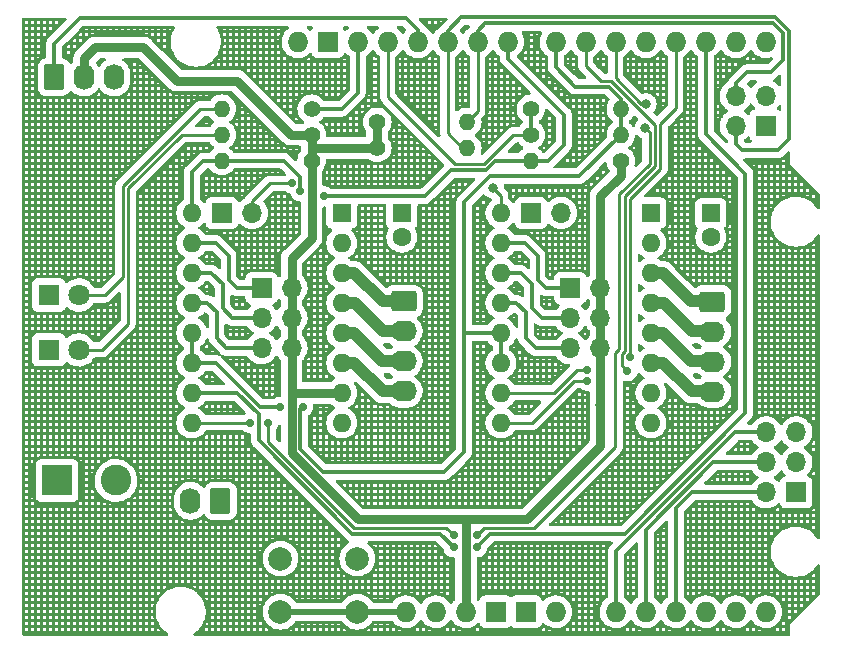
<source format=gbr>
%TF.GenerationSoftware,KiCad,Pcbnew,(6.0.9)*%
%TF.CreationDate,2024-05-17T13:17:35+09:00*%
%TF.ProjectId,DrawingBot-shield,44726177-696e-4674-926f-742d73686965,rev?*%
%TF.SameCoordinates,PX280b770PYa6e49c0*%
%TF.FileFunction,Copper,L1,Top*%
%TF.FilePolarity,Positive*%
%FSLAX46Y46*%
G04 Gerber Fmt 4.6, Leading zero omitted, Abs format (unit mm)*
G04 Created by KiCad (PCBNEW (6.0.9)) date 2024-05-17 13:17:35*
%MOMM*%
%LPD*%
G01*
G04 APERTURE LIST*
G04 Aperture macros list*
%AMRoundRect*
0 Rectangle with rounded corners*
0 $1 Rounding radius*
0 $2 $3 $4 $5 $6 $7 $8 $9 X,Y pos of 4 corners*
0 Add a 4 corners polygon primitive as box body*
4,1,4,$2,$3,$4,$5,$6,$7,$8,$9,$2,$3,0*
0 Add four circle primitives for the rounded corners*
1,1,$1+$1,$2,$3*
1,1,$1+$1,$4,$5*
1,1,$1+$1,$6,$7*
1,1,$1+$1,$8,$9*
0 Add four rect primitives between the rounded corners*
20,1,$1+$1,$2,$3,$4,$5,0*
20,1,$1+$1,$4,$5,$6,$7,0*
20,1,$1+$1,$6,$7,$8,$9,0*
20,1,$1+$1,$8,$9,$2,$3,0*%
G04 Aperture macros list end*
%TA.AperFunction,ComponentPad*%
%ADD10R,1.600000X1.600000*%
%TD*%
%TA.AperFunction,ComponentPad*%
%ADD11C,1.600000*%
%TD*%
%TA.AperFunction,ComponentPad*%
%ADD12C,1.400000*%
%TD*%
%TA.AperFunction,ComponentPad*%
%ADD13O,1.400000X1.400000*%
%TD*%
%TA.AperFunction,ComponentPad*%
%ADD14R,1.700000X1.700000*%
%TD*%
%TA.AperFunction,ComponentPad*%
%ADD15O,1.700000X1.700000*%
%TD*%
%TA.AperFunction,ComponentPad*%
%ADD16R,1.800000X1.800000*%
%TD*%
%TA.AperFunction,ComponentPad*%
%ADD17C,1.800000*%
%TD*%
%TA.AperFunction,ComponentPad*%
%ADD18C,2.600000*%
%TD*%
%TA.AperFunction,ComponentPad*%
%ADD19R,2.600000X2.600000*%
%TD*%
%TA.AperFunction,ComponentPad*%
%ADD20O,1.600000X1.600000*%
%TD*%
%TA.AperFunction,ComponentPad*%
%ADD21O,1.727200X1.727200*%
%TD*%
%TA.AperFunction,ComponentPad*%
%ADD22R,1.727200X1.727200*%
%TD*%
%TA.AperFunction,ComponentPad*%
%ADD23O,2.190000X1.740000*%
%TD*%
%TA.AperFunction,ComponentPad*%
%ADD24RoundRect,0.250000X-0.845000X0.620000X-0.845000X-0.620000X0.845000X-0.620000X0.845000X0.620000X0*%
%TD*%
%TA.AperFunction,ComponentPad*%
%ADD25RoundRect,0.250000X-0.620000X-0.845000X0.620000X-0.845000X0.620000X0.845000X-0.620000X0.845000X0*%
%TD*%
%TA.AperFunction,ComponentPad*%
%ADD26O,1.740000X2.190000*%
%TD*%
%TA.AperFunction,ComponentPad*%
%ADD27RoundRect,0.250000X0.620000X0.845000X-0.620000X0.845000X-0.620000X-0.845000X0.620000X-0.845000X0*%
%TD*%
%TA.AperFunction,ComponentPad*%
%ADD28C,2.000000*%
%TD*%
%TA.AperFunction,ViaPad*%
%ADD29C,0.800000*%
%TD*%
%TA.AperFunction,ViaPad*%
%ADD30C,0.700000*%
%TD*%
%TA.AperFunction,Conductor*%
%ADD31C,0.250000*%
%TD*%
%TA.AperFunction,Conductor*%
%ADD32C,0.800000*%
%TD*%
%TA.AperFunction,Conductor*%
%ADD33C,0.300000*%
%TD*%
%TA.AperFunction,Conductor*%
%ADD34C,0.500000*%
%TD*%
%TA.AperFunction,Conductor*%
%ADD35C,1.000000*%
%TD*%
G04 APERTURE END LIST*
D10*
%TO.P,C1,1*%
%TO.N,+12V*%
X32686000Y36253112D03*
D11*
%TO.P,C1,2*%
%TO.N,GND*%
X32686000Y34253112D03*
%TD*%
D12*
%TO.P,R6,1*%
%TO.N,/TX*%
X43608000Y42918000D03*
D13*
%TO.P,R6,2*%
%TO.N,/RX*%
X51228000Y42918000D03*
%TD*%
D14*
%TO.P,J10,1,Pin_1*%
%TO.N,unconnected-(J10-Pad1)*%
X43618000Y36290000D03*
D15*
%TO.P,J10,2,Pin_2*%
%TO.N,/Y_DIAG*%
X46158000Y36290000D03*
%TD*%
D14*
%TO.P,J4,1,Pin_1*%
%TO.N,GND*%
X63499881Y43677000D03*
D15*
%TO.P,J4,2,Pin_2*%
%TO.N,/Y_END*%
X60959881Y43677000D03*
%TO.P,J4,3,Pin_3*%
%TO.N,GND*%
X63499881Y46217000D03*
%TO.P,J4,4,Pin_4*%
%TO.N,/X_END*%
X60959881Y46217000D03*
%TD*%
D14*
%TO.P,J6,1,Pin_1*%
%TO.N,Net-(A2-Pad15)*%
X20805000Y29925000D03*
D15*
%TO.P,J6,2,Pin_2*%
%TO.N,+5V*%
X23345000Y29925000D03*
%TO.P,J6,3,Pin_3*%
%TO.N,Net-(A2-Pad14)*%
X20805000Y27385000D03*
%TO.P,J6,4,Pin_4*%
%TO.N,+5V*%
X23345000Y27385000D03*
%TO.P,J6,5,Pin_5*%
%TO.N,Net-(A2-Pad13)*%
X20805000Y24845000D03*
%TO.P,J6,6,Pin_6*%
%TO.N,+5V*%
X23345000Y24845000D03*
%TD*%
D16*
%TO.P,D1,1,K*%
%TO.N,GND*%
X2795000Y24700000D03*
D17*
%TO.P,D1,2,A*%
%TO.N,Net-(D1-Pad2)*%
X5335000Y24700000D03*
%TD*%
D13*
%TO.P,R7,2*%
%TO.N,/X_END*%
X38220000Y44000000D03*
D12*
%TO.P,R7,1*%
%TO.N,+5V*%
X30600000Y44000000D03*
%TD*%
%TO.P,R4,1*%
%TO.N,/TX*%
X43608000Y45108000D03*
D13*
%TO.P,R4,2*%
%TO.N,/RX*%
X51228000Y45108000D03*
%TD*%
D12*
%TO.P,R5,1*%
%TO.N,+5V*%
X51228000Y40728000D03*
D13*
%TO.P,R5,2*%
%TO.N,/ENA*%
X43608000Y40728000D03*
%TD*%
D14*
%TO.P,J5,1,Pin_1*%
%TO.N,GND*%
X66085000Y12635000D03*
D15*
%TO.P,J5,2,Pin_2*%
%TO.N,/Rsme*%
X63545000Y12635000D03*
%TO.P,J5,3,Pin_3*%
%TO.N,GND*%
X66085000Y15175000D03*
%TO.P,J5,4,Pin_4*%
%TO.N,/Hold*%
X63545000Y15175000D03*
%TO.P,J5,5,Pin_5*%
%TO.N,GND*%
X66085000Y17715000D03*
%TO.P,J5,6,Pin_6*%
%TO.N,/Abort*%
X63545000Y17715000D03*
%TD*%
D18*
%TO.P,J1,2,Pin_2*%
%TO.N,+12V*%
X8480000Y13650000D03*
D19*
%TO.P,J1,1,Pin_1*%
%TO.N,GND*%
X3480000Y13650000D03*
%TD*%
D12*
%TO.P,R1,1*%
%TO.N,+5V*%
X25052000Y42918000D03*
D13*
%TO.P,R1,2*%
%TO.N,Net-(D1-Pad2)*%
X17432000Y42918000D03*
%TD*%
D10*
%TO.P,A2,1,VMOT*%
%TO.N,+12V*%
X27602000Y36290000D03*
D20*
%TO.P,A2,2,GND*%
%TO.N,GND*%
X27602000Y33750000D03*
%TO.P,A2,3,2B*%
%TO.N,Net-(A2-Pad3)*%
X27602000Y31210000D03*
%TO.P,A2,4,2A*%
%TO.N,Net-(A2-Pad4)*%
X27602000Y28670000D03*
%TO.P,A2,5,1A*%
%TO.N,Net-(A2-Pad5)*%
X27602000Y26130000D03*
%TO.P,A2,6,1B*%
%TO.N,Net-(A2-Pad6)*%
X27602000Y23590000D03*
%TO.P,A2,7,VDD*%
%TO.N,+5V*%
X27602000Y21050000D03*
%TO.P,A2,8,GND*%
%TO.N,GND*%
X27602000Y18510000D03*
%TO.P,A2,9,DIR*%
%TO.N,/X_DIR*%
X14902000Y18510000D03*
%TO.P,A2,10,STEP*%
%TO.N,/X_STEP*%
X14902000Y21050000D03*
%TO.P,A2,11,~{SLP}*%
%TO.N,/RX*%
X14902000Y23590000D03*
%TO.P,A2,12,~{RST}*%
X14902000Y26130000D03*
%TO.P,A2,13,MS3*%
%TO.N,Net-(A2-Pad13)*%
X14902000Y28670000D03*
%TO.P,A2,14,MS2*%
%TO.N,Net-(A2-Pad14)*%
X14902000Y31210000D03*
%TO.P,A2,15,MS1*%
%TO.N,Net-(A2-Pad15)*%
X14902000Y33750000D03*
%TO.P,A2,16,~{EN}*%
%TO.N,/ENA*%
X14902000Y36290000D03*
%TD*%
D12*
%TO.P,R3,1*%
%TO.N,+5V*%
X25052000Y40728000D03*
D13*
%TO.P,R3,2*%
%TO.N,/ENA*%
X17432000Y40728000D03*
%TD*%
D12*
%TO.P,R8,1*%
%TO.N,+5V*%
X30600000Y41800000D03*
D13*
%TO.P,R8,2*%
%TO.N,/Y_END*%
X38220000Y41800000D03*
%TD*%
D14*
%TO.P,J7,1,Pin_1*%
%TO.N,unconnected-(J7-Pad1)*%
X17442000Y36290000D03*
D15*
%TO.P,J7,2,Pin_2*%
%TO.N,/X_DIAG*%
X19982000Y36290000D03*
%TD*%
D14*
%TO.P,J9,1,Pin_1*%
%TO.N,Net-(A3-Pad15)*%
X46955000Y29925000D03*
D15*
%TO.P,J9,2,Pin_2*%
%TO.N,+5V*%
X49495000Y29925000D03*
%TO.P,J9,3,Pin_3*%
%TO.N,Net-(A3-Pad14)*%
X46955000Y27385000D03*
%TO.P,J9,4,Pin_4*%
%TO.N,+5V*%
X49495000Y27385000D03*
%TO.P,J9,5,Pin_5*%
%TO.N,Net-(A3-Pad13)*%
X46955000Y24845000D03*
%TO.P,J9,6,Pin_6*%
%TO.N,+5V*%
X49495000Y24845000D03*
%TD*%
D10*
%TO.P,A3,1,VMOT*%
%TO.N,+12V*%
X53778000Y36290000D03*
D20*
%TO.P,A3,2,GND*%
%TO.N,GND*%
X53778000Y33750000D03*
%TO.P,A3,3,2B*%
%TO.N,Net-(A3-Pad3)*%
X53778000Y31210000D03*
%TO.P,A3,4,2A*%
%TO.N,Net-(A3-Pad4)*%
X53778000Y28670000D03*
%TO.P,A3,5,1A*%
%TO.N,Net-(A3-Pad5)*%
X53778000Y26130000D03*
%TO.P,A3,6,1B*%
%TO.N,Net-(A3-Pad6)*%
X53778000Y23590000D03*
%TO.P,A3,7,VDD*%
%TO.N,+5V*%
X53778000Y21050000D03*
%TO.P,A3,8,GND*%
%TO.N,GND*%
X53778000Y18510000D03*
%TO.P,A3,9,DIR*%
%TO.N,/Y_DIR*%
X41078000Y18510000D03*
%TO.P,A3,10,STEP*%
%TO.N,/Y_STEP*%
X41078000Y21050000D03*
%TO.P,A3,11,~{SLP}*%
%TO.N,/RX*%
X41078000Y23590000D03*
%TO.P,A3,12,~{RST}*%
X41078000Y26130000D03*
%TO.P,A3,13,MS3*%
%TO.N,Net-(A3-Pad13)*%
X41078000Y28670000D03*
%TO.P,A3,14,MS2*%
%TO.N,Net-(A3-Pad14)*%
X41078000Y31210000D03*
%TO.P,A3,15,MS1*%
%TO.N,Net-(A3-Pad15)*%
X41078000Y33750000D03*
%TO.P,A3,16,~{EN}*%
%TO.N,/ENA*%
X41078000Y36290000D03*
%TD*%
D21*
%TO.P,A1,3V3,3.3V*%
%TO.N,unconnected-(A1-Pad3V3)*%
X35559881Y2530000D03*
%TO.P,A1,5V1,5V*%
%TO.N,+5V*%
X38099881Y2530000D03*
%TO.P,A1,A0,A0*%
%TO.N,/Abort*%
X50799881Y2530000D03*
%TO.P,A1,A1,A1*%
%TO.N,/Hold*%
X53339881Y2530000D03*
%TO.P,A1,A2,A2*%
%TO.N,/Rsme*%
X55879881Y2530000D03*
%TO.P,A1,A3,A3*%
%TO.N,unconnected-(A1-PadA3)*%
X58419881Y2530000D03*
%TO.P,A1,A4,A4/SDA*%
%TO.N,unconnected-(A1-PadA4)*%
X60959881Y2530000D03*
%TO.P,A1,A5,A5/SCL*%
%TO.N,unconnected-(A1-PadA5)*%
X63499881Y2530000D03*
%TO.P,A1,AREF,AREF*%
%TO.N,unconnected-(A1-PadAREF)*%
X23875881Y50790000D03*
%TO.P,A1,D0,D0/RX*%
%TO.N,unconnected-(A1-PadD0)*%
X63499881Y50790000D03*
%TO.P,A1,D1,D1/TX*%
%TO.N,unconnected-(A1-PadD1)*%
X60959881Y50790000D03*
%TO.P,A1,D2,D2_INT0*%
%TO.N,/X_STEP*%
X58419881Y50790000D03*
%TO.P,A1,D3,D3_INT1*%
%TO.N,/Y_STEP*%
X55879881Y50790000D03*
%TO.P,A1,D4,D4*%
%TO.N,unconnected-(A1-PadD4)*%
X53339881Y50790000D03*
%TO.P,A1,D5,D5*%
%TO.N,/X_DIR*%
X50799881Y50790000D03*
%TO.P,A1,D6,D6*%
%TO.N,/Y_DIR*%
X48259881Y50790000D03*
%TO.P,A1,D7,D7*%
%TO.N,/RX*%
X45719881Y50790000D03*
%TO.P,A1,D8,D8*%
%TO.N,/ENA*%
X41655881Y50790000D03*
%TO.P,A1,D9,D9*%
%TO.N,/X_END*%
X39115881Y50790000D03*
%TO.P,A1,D10,D10_CS*%
%TO.N,/Y_END*%
X36575881Y50790000D03*
%TO.P,A1,D11,D11*%
%TO.N,/S_PWM*%
X34035881Y50790000D03*
%TO.P,A1,D12,D12*%
%TO.N,/TX*%
X31495881Y50790000D03*
%TO.P,A1,D13,D13*%
%TO.N,/LED*%
X28955881Y50790000D03*
D22*
%TO.P,A1,GND1,GND*%
%TO.N,GND*%
X26415881Y50790000D03*
%TO.P,A1,GND2,GND*%
X40639881Y2530000D03*
%TO.P,A1,GND3,GND*%
X43179881Y2530000D03*
D21*
%TO.P,A1,RST1,RESET*%
%TO.N,Net-(A1-PadRST1)*%
X33019881Y2530000D03*
%TO.P,A1,VIN,VIN*%
%TO.N,unconnected-(A1-PadVIN)*%
X45719881Y2530000D03*
%TD*%
D10*
%TO.P,C2,1*%
%TO.N,+12V*%
X58848000Y36253112D03*
D11*
%TO.P,C2,2*%
%TO.N,GND*%
X58848000Y34253112D03*
%TD*%
D23*
%TO.P,J11,4,Pin_4*%
%TO.N,Net-(A3-Pad6)*%
X58980000Y21168000D03*
%TO.P,J11,3,Pin_3*%
%TO.N,Net-(A3-Pad5)*%
X58980000Y23708000D03*
%TO.P,J11,2,Pin_2*%
%TO.N,Net-(A3-Pad4)*%
X58980000Y26248000D03*
D24*
%TO.P,J11,1,Pin_1*%
%TO.N,Net-(A3-Pad3)*%
X58980000Y28788000D03*
%TD*%
D25*
%TO.P,J3,1,Pin_1*%
%TO.N,/S_PWM*%
X3240000Y47780000D03*
D26*
%TO.P,J3,2,Pin_2*%
%TO.N,+5V*%
X5780000Y47780000D03*
%TO.P,J3,3,Pin_3*%
%TO.N,GND*%
X8320000Y47780000D03*
%TD*%
%TO.P,J2,2,Pin_2*%
%TO.N,GND*%
X14790000Y11920000D03*
D27*
%TO.P,J2,1,Pin_1*%
%TO.N,+12V*%
X17330000Y11920000D03*
%TD*%
D28*
%TO.P,SW1,1,1*%
%TO.N,Net-(A1-PadRST1)*%
X22410000Y2530000D03*
X28910000Y2530000D03*
%TO.P,SW1,2,2*%
%TO.N,GND*%
X22410000Y7030000D03*
X28910000Y7030000D03*
%TD*%
D12*
%TO.P,R2,1*%
%TO.N,/LED*%
X25052000Y45108000D03*
D13*
%TO.P,R2,2*%
%TO.N,Net-(D2-Pad2)*%
X17432000Y45108000D03*
%TD*%
D23*
%TO.P,J8,4,Pin_4*%
%TO.N,Net-(A2-Pad6)*%
X32840000Y21190000D03*
%TO.P,J8,3,Pin_3*%
%TO.N,Net-(A2-Pad5)*%
X32840000Y23730000D03*
%TO.P,J8,2,Pin_2*%
%TO.N,Net-(A2-Pad4)*%
X32840000Y26270000D03*
D24*
%TO.P,J8,1,Pin_1*%
%TO.N,Net-(A2-Pad3)*%
X32840000Y28810000D03*
%TD*%
D16*
%TO.P,D2,1,K*%
%TO.N,GND*%
X2805000Y29340000D03*
D17*
%TO.P,D2,2,A*%
%TO.N,Net-(D2-Pad2)*%
X5345000Y29340000D03*
%TD*%
D29*
%TO.N,+5V*%
X49495000Y20035000D03*
D30*
%TO.N,/X_DIR*%
X19860500Y18500000D03*
%TO.N,/X_DIAG*%
X23403000Y38800000D03*
%TO.N,/X_DIR*%
X21360000Y18500000D03*
X37060000Y9000000D03*
X39049381Y9000000D03*
D29*
X53313577Y43503577D03*
X53338175Y45528175D03*
D30*
%TO.N,/Y_DIR*%
X48351157Y22101253D03*
X51786944Y22923056D03*
D29*
%TO.N,/ENA*%
X40410000Y38424500D03*
D30*
%TO.N,/X_STEP*%
X37060000Y8000000D03*
X39049381Y8000000D03*
%TO.N,/Y_STEP*%
X48388000Y23000000D03*
X52010000Y24100000D03*
%TO.N,/RX*%
X24294500Y19870000D03*
X22395500Y19870000D03*
%TO.N,/ENA*%
X26110000Y37700000D03*
X24102500Y38125500D03*
%TD*%
D31*
%TO.N,/Y_STEP*%
X45573604Y21050000D02*
X41078000Y21050000D01*
X48388000Y23000000D02*
X47523604Y23000000D01*
X47523604Y23000000D02*
X45573604Y21050000D01*
%TO.N,/Y_DIR*%
X47261253Y22101253D02*
X43670000Y18510000D01*
X48351157Y22101253D02*
X47261253Y22101253D01*
X43670000Y18510000D02*
X41078000Y18510000D01*
D32*
%TO.N,+5V*%
X49495000Y21055000D02*
X49495000Y20035000D01*
X49495000Y20035000D02*
X49495000Y16585000D01*
D31*
%TO.N,/X_DIR*%
X19850500Y18510000D02*
X14902000Y18510000D01*
X19860500Y18500000D02*
X19850500Y18510000D01*
X36445000Y9615000D02*
X37060000Y9000000D01*
X28669696Y9615000D02*
X36445000Y9615000D01*
X21360000Y18500000D02*
X21360000Y16924696D01*
X21360000Y16924696D02*
X28669696Y9615000D01*
D33*
%TO.N,/X_STEP*%
X18752894Y21050000D02*
X14902000Y21050000D01*
X20560000Y17052944D02*
X20560000Y19242894D01*
X20560000Y19242894D02*
X18752894Y21050000D01*
X37060000Y8000000D02*
X35920000Y9140000D01*
X35920000Y9140000D02*
X28472944Y9140000D01*
X28472944Y9140000D02*
X20560000Y17052944D01*
%TO.N,/RX*%
X20640000Y19870000D02*
X16920000Y23590000D01*
X22395500Y19870000D02*
X20640000Y19870000D01*
X16920000Y23590000D02*
X14902000Y23590000D01*
X47710000Y39400000D02*
X51228000Y42918000D01*
X40160000Y39400000D02*
X47710000Y39400000D01*
X37960000Y16050000D02*
X37960000Y37200000D01*
X37960000Y37200000D02*
X40160000Y39400000D01*
X24095000Y16275660D02*
X26020660Y14350000D01*
X36260000Y14350000D02*
X37960000Y16050000D01*
X24095000Y19670500D02*
X24095000Y16275660D01*
X24294500Y19870000D02*
X24095000Y19670500D01*
X26020660Y14350000D02*
X36260000Y14350000D01*
%TO.N,/ENA*%
X22682000Y40728000D02*
X17432000Y40728000D01*
X24102500Y38125500D02*
X24102500Y39307500D01*
X24102500Y39307500D02*
X22682000Y40728000D01*
D31*
%TO.N,/X_DIAG*%
X21510000Y38800000D02*
X23403000Y38800000D01*
X19982000Y37272000D02*
X21510000Y38800000D01*
X19982000Y36290000D02*
X19982000Y37272000D01*
D34*
%TO.N,Net-(A1-PadRST1)*%
X33019881Y2530000D02*
X22410000Y2530000D01*
D33*
%TO.N,/Rsme*%
X55879881Y11305669D02*
X57209212Y12635000D01*
X57209212Y12635000D02*
X63545000Y12635000D01*
X55879881Y2530000D02*
X55879881Y11305669D01*
%TO.N,/Hold*%
X59042106Y15175000D02*
X63545000Y15175000D01*
X53339881Y9472775D02*
X59042106Y15175000D01*
X53339881Y2530000D02*
X53339881Y9472775D01*
%TO.N,/Abort*%
X60875000Y17715000D02*
X63545000Y17715000D01*
X50799881Y7639881D02*
X60875000Y17715000D01*
X50799881Y2530000D02*
X50799881Y7639881D01*
%TO.N,/X_STEP*%
X61780000Y39620000D02*
X58419881Y42980119D01*
X40189381Y9140000D02*
X51550000Y9140000D01*
X51550000Y9140000D02*
X61780000Y19370000D01*
X61780000Y19370000D02*
X61780000Y39620000D01*
X58419881Y42980119D02*
X58419881Y50790000D01*
X39049381Y8000000D02*
X40189381Y9140000D01*
D35*
%TO.N,Net-(A3-Pad6)*%
X53760000Y23580000D02*
X54828000Y23580000D01*
%TO.N,Net-(A3-Pad5)*%
X54788000Y26120000D02*
X57188000Y23720000D01*
X53760000Y26120000D02*
X54788000Y26120000D01*
%TO.N,Net-(A3-Pad3)*%
X57208000Y28800000D02*
X58998000Y28800000D01*
%TO.N,Net-(A3-Pad6)*%
X57228000Y21180000D02*
X58998000Y21180000D01*
X54828000Y23580000D02*
X57228000Y21180000D01*
%TO.N,Net-(A3-Pad3)*%
X54808000Y31200000D02*
X57208000Y28800000D01*
%TO.N,Net-(A3-Pad5)*%
X57188000Y23720000D02*
X58998000Y23720000D01*
%TO.N,Net-(A3-Pad4)*%
X57260500Y26260000D02*
X58998000Y26260000D01*
X54860500Y28660000D02*
X57260500Y26260000D01*
%TO.N,Net-(A3-Pad3)*%
X53760000Y31200000D02*
X54808000Y31200000D01*
%TO.N,Net-(A3-Pad4)*%
X53760000Y28660000D02*
X54860500Y28660000D01*
%TO.N,Net-(A2-Pad3)*%
X31050000Y28810000D02*
X32840000Y28810000D01*
X28650000Y31210000D02*
X31050000Y28810000D01*
X27602000Y31210000D02*
X28650000Y31210000D01*
%TO.N,Net-(A2-Pad4)*%
X31102500Y26270000D02*
X32840000Y26270000D01*
X28702500Y28670000D02*
X31102500Y26270000D01*
X27602000Y28670000D02*
X28702500Y28670000D01*
%TO.N,Net-(A2-Pad6)*%
X31070000Y21190000D02*
X32840000Y21190000D01*
X28670000Y23590000D02*
X31070000Y21190000D01*
X27602000Y23590000D02*
X28670000Y23590000D01*
%TO.N,Net-(A2-Pad5)*%
X31030000Y23730000D02*
X32840000Y23730000D01*
X28630000Y26130000D02*
X31030000Y23730000D01*
X27602000Y26130000D02*
X28630000Y26130000D01*
D31*
%TO.N,/ENA*%
X41078000Y37756500D02*
X41078000Y36290000D01*
X40410000Y38424500D02*
X41078000Y37756500D01*
D33*
X34610000Y37700000D02*
X26110000Y37700000D01*
X36834000Y39924000D02*
X34610000Y37700000D01*
X39805752Y39924000D02*
X36834000Y39924000D01*
X40609752Y40728000D02*
X39805752Y39924000D01*
X43608000Y40728000D02*
X40609752Y40728000D01*
%TO.N,/X_STEP*%
X37060000Y8000000D02*
X36910000Y8150000D01*
D31*
%TO.N,/X_DIR*%
X53660000Y43157154D02*
X53313577Y43503577D01*
X53660000Y40422792D02*
X53660000Y43157154D01*
X51110000Y24790991D02*
X51110000Y37872792D01*
X43875000Y9615000D02*
X50760000Y16500000D01*
X39664381Y9615000D02*
X43875000Y9615000D01*
X50760000Y16500000D02*
X50760000Y24440991D01*
X39049381Y9000000D02*
X39664381Y9615000D01*
X50760000Y24440991D02*
X51110000Y24790991D01*
X51110000Y37872792D02*
X53660000Y40422792D01*
%TO.N,/Y_DIR*%
X48259881Y48750119D02*
X48259881Y50790000D01*
X49555000Y47455000D02*
X48259881Y48750119D01*
X50386752Y47455000D02*
X49555000Y47455000D01*
X54110000Y43731752D02*
X50386752Y47455000D01*
X54110000Y40236396D02*
X54110000Y43731752D01*
X51560000Y24604595D02*
X51560000Y37686396D01*
X51335000Y23375000D02*
X51335000Y24379595D01*
X51786944Y22923056D02*
X51335000Y23375000D01*
X51335000Y24379595D02*
X51560000Y24604595D01*
X51560000Y37686396D02*
X54110000Y40236396D01*
%TO.N,/X_DIR*%
X52949973Y45528175D02*
X53338175Y45528175D01*
X50799881Y50790000D02*
X50799881Y47678267D01*
X50799881Y47678267D02*
X52949973Y45528175D01*
D32*
%TO.N,+5V*%
X49495000Y37685000D02*
X49495000Y29925000D01*
X51228000Y39418000D02*
X49495000Y37685000D01*
X51228000Y40728000D02*
X51228000Y39418000D01*
D31*
%TO.N,/Y_STEP*%
X52010000Y37500000D02*
X52010000Y24100000D01*
X54560000Y40050000D02*
X52010000Y37500000D01*
X55879881Y45169881D02*
X54560000Y43850000D01*
X54560000Y43850000D02*
X54560000Y40050000D01*
X55879881Y50790000D02*
X55879881Y45169881D01*
%TO.N,/TX*%
X42128000Y42918000D02*
X43608000Y42918000D01*
X37211000Y40399000D02*
X39609000Y40399000D01*
X31495881Y46114119D02*
X37211000Y40399000D01*
X39609000Y40399000D02*
X42128000Y42918000D01*
X31495881Y50790000D02*
X31495881Y46114119D01*
%TO.N,/Y_END*%
X37810000Y41800000D02*
X38220000Y41800000D01*
X36575881Y43034119D02*
X37810000Y41800000D01*
X36575881Y50790000D02*
X36575881Y43034119D01*
%TO.N,/X_END*%
X39115881Y50790000D02*
X39115881Y44895881D01*
X39115881Y44895881D02*
X38220000Y44000000D01*
D32*
%TO.N,+5V*%
X25310000Y41800000D02*
X25052000Y41542000D01*
X30600000Y41800000D02*
X25310000Y41800000D01*
X25052000Y41542000D02*
X25052000Y40728000D01*
X25052000Y42918000D02*
X25052000Y41542000D01*
X30600000Y44000000D02*
X30600000Y41800000D01*
X18710000Y47500000D02*
X23292000Y42918000D01*
X10810000Y50300000D02*
X13610000Y47500000D01*
X13610000Y47500000D02*
X18710000Y47500000D01*
X23292000Y42918000D02*
X25052000Y42918000D01*
X5780000Y49370000D02*
X6710000Y50300000D01*
X6710000Y50300000D02*
X10810000Y50300000D01*
X5780000Y47780000D02*
X5780000Y49370000D01*
D33*
%TO.N,/S_PWM*%
X34035881Y51774119D02*
X34035881Y50790000D01*
X5400001Y52790001D02*
X33019999Y52790001D01*
X3240000Y50630000D02*
X5400001Y52790001D01*
X3240000Y47780000D02*
X3240000Y50630000D01*
X33019999Y52790001D02*
X34035881Y51774119D01*
D31*
%TO.N,Net-(D1-Pad2)*%
X7310000Y24700000D02*
X5335000Y24700000D01*
X9510000Y26900000D02*
X7310000Y24700000D01*
X9510000Y38363604D02*
X9510000Y26900000D01*
X14064396Y42918000D02*
X9510000Y38363604D01*
X17432000Y42918000D02*
X14064396Y42918000D01*
%TO.N,Net-(D2-Pad2)*%
X7550000Y29340000D02*
X5345000Y29340000D01*
X15618000Y45108000D02*
X9060000Y38550000D01*
X9060000Y38550000D02*
X9060000Y30850000D01*
X17432000Y45108000D02*
X15618000Y45108000D01*
X9060000Y30850000D02*
X7550000Y29340000D01*
D32*
%TO.N,+5V*%
X23345000Y15965000D02*
X28970000Y10340000D01*
X49495000Y16585000D02*
X43250000Y10340000D01*
X49495000Y24845000D02*
X49495000Y21055000D01*
X38099881Y2530000D02*
X38099881Y10220119D01*
X28970000Y10340000D02*
X37980000Y10340000D01*
X43230000Y10340000D02*
X43290000Y10400000D01*
X23345000Y20975000D02*
X23345000Y15965000D01*
X23345000Y32465000D02*
X23345000Y29925000D01*
X49495000Y29925000D02*
X49495000Y24845000D01*
X38099881Y10220119D02*
X37980000Y10340000D01*
X23345000Y29925000D02*
X23345000Y24845000D01*
X23420000Y21050000D02*
X23345000Y20975000D01*
X25052000Y40728000D02*
X25052000Y34172000D01*
X25052000Y34172000D02*
X23345000Y32465000D01*
X37980000Y10340000D02*
X43230000Y10340000D01*
X23345000Y24845000D02*
X23345000Y20975000D01*
X27602000Y21050000D02*
X23420000Y21050000D01*
D33*
%TO.N,/RX*%
X45719881Y48610119D02*
X47350000Y46980000D01*
X50190000Y46980000D02*
X51228000Y45942000D01*
X51228000Y45942000D02*
X51228000Y45212000D01*
X38060000Y26130000D02*
X41078000Y26130000D01*
X47350000Y46980000D02*
X50190000Y46980000D01*
X51228000Y45108000D02*
X51228000Y42918000D01*
X45719881Y48830000D02*
X45719881Y48610119D01*
X41078000Y26130000D02*
X41078000Y23590000D01*
X14902000Y26130000D02*
X14902000Y23590000D01*
X45719881Y50790000D02*
X45719881Y48840119D01*
%TO.N,/ENA*%
X41655881Y50790000D02*
X41655881Y49364119D01*
X45080000Y40728000D02*
X43608000Y40728000D01*
X46420000Y42068000D02*
X45080000Y40728000D01*
X41655881Y49364119D02*
X46420000Y44600000D01*
X14902000Y39750000D02*
X14902000Y36290000D01*
X15880000Y40728000D02*
X14902000Y39750000D01*
X17432000Y40728000D02*
X15880000Y40728000D01*
X46420000Y44600000D02*
X46420000Y42068000D01*
%TO.N,/X_END*%
X39115881Y50790000D02*
X39115881Y51725881D01*
X64960000Y51492894D02*
X64960000Y49250000D01*
X39730000Y52340000D02*
X64112894Y52340000D01*
X64960000Y49250000D02*
X63910000Y48200000D01*
X60959881Y47269881D02*
X60959881Y46047000D01*
X63910000Y48200000D02*
X61890000Y48200000D01*
X39115881Y51725881D02*
X39730000Y52340000D01*
X61890000Y48200000D02*
X60959881Y47269881D01*
X64112894Y52340000D02*
X64960000Y51492894D01*
%TO.N,/Y_END*%
X65460000Y46940000D02*
X65460000Y51700000D01*
X64500000Y41580000D02*
X65460000Y42540000D01*
X60959881Y42110119D02*
X61490000Y41580000D01*
X65460000Y42540000D02*
X65460000Y46940000D01*
X61490000Y41580000D02*
X64500000Y41580000D01*
X65460000Y51700000D02*
X64320000Y52840000D01*
X36575881Y51735881D02*
X36575881Y50790000D01*
X60959881Y43677000D02*
X60959881Y42110119D01*
X37680000Y52840000D02*
X36575881Y51735881D01*
X64320000Y52840000D02*
X37680000Y52840000D01*
%TO.N,/TX*%
X43608000Y45108000D02*
X43608000Y42918000D01*
%TO.N,/LED*%
X28950000Y46480000D02*
X27578000Y45108000D01*
X27578000Y45108000D02*
X25052000Y45108000D01*
X28955881Y50790000D02*
X28950000Y50784119D01*
X28950000Y50784119D02*
X28950000Y46480000D01*
%TO.N,Net-(A2-Pad13)*%
X17010000Y27868000D02*
X17010000Y25668000D01*
X16208000Y28670000D02*
X17010000Y27868000D01*
X17010000Y25668000D02*
X17833000Y24845000D01*
X14902000Y28670000D02*
X16208000Y28670000D01*
X17833000Y24845000D02*
X20805000Y24845000D01*
%TO.N,Net-(A2-Pad14)*%
X17510000Y30268000D02*
X17510000Y28208000D01*
X16568000Y31210000D02*
X17510000Y30268000D01*
X14902000Y31210000D02*
X16568000Y31210000D01*
X17510000Y28208000D02*
X18333000Y27385000D01*
X18333000Y27385000D02*
X20805000Y27385000D01*
%TO.N,Net-(A2-Pad15)*%
X18010000Y32668000D02*
X18010000Y30628000D01*
X18010000Y30628000D02*
X18713000Y29925000D01*
X14902000Y33750000D02*
X16928000Y33750000D01*
X16928000Y33750000D02*
X18010000Y32668000D01*
X18713000Y29925000D02*
X20805000Y29925000D01*
%TO.N,Net-(A3-Pad13)*%
X44009000Y24845000D02*
X46955000Y24845000D01*
X43183000Y27871000D02*
X43183000Y25671000D01*
X43183000Y25671000D02*
X44009000Y24845000D01*
X41075000Y28673000D02*
X42381000Y28673000D01*
X42381000Y28673000D02*
X43183000Y27871000D01*
%TO.N,Net-(A3-Pad14)*%
X41075000Y31213000D02*
X42741000Y31213000D01*
X44509000Y27385000D02*
X46955000Y27385000D01*
X42741000Y31213000D02*
X43683000Y30271000D01*
X43683000Y30271000D02*
X43683000Y28211000D01*
X43683000Y28211000D02*
X44509000Y27385000D01*
%TO.N,Net-(A3-Pad15)*%
X44889000Y29925000D02*
X46955000Y29925000D01*
X44183000Y32671000D02*
X44183000Y30631000D01*
X43101000Y33753000D02*
X44183000Y32671000D01*
X41075000Y33753000D02*
X43101000Y33753000D01*
X44183000Y30631000D02*
X44889000Y29925000D01*
%TD*%
%TA.AperFunction,NonConductor*%
G36*
X28147692Y52111499D02*
G01*
X28194185Y52057843D01*
X28204289Y51987569D01*
X28174795Y51922989D01*
X28155231Y51904746D01*
X28041786Y51819570D01*
X28038214Y51815832D01*
X27978292Y51753128D01*
X27916768Y51717699D01*
X27845856Y51721156D01*
X27788069Y51762402D01*
X27769217Y51795950D01*
X27733248Y51891897D01*
X27730096Y51900305D01*
X27707887Y51929938D01*
X27683041Y51996443D01*
X27698094Y52065825D01*
X27748269Y52116055D01*
X27808715Y52131501D01*
X28079571Y52131501D01*
X28147692Y52111499D01*
G37*
%TD.AperFunction*%
%TA.AperFunction,NonConductor*%
G36*
X25091168Y52111499D02*
G01*
X25137661Y52057843D01*
X25147765Y51987569D01*
X25123875Y51929938D01*
X25101666Y51900305D01*
X25098514Y51891897D01*
X25098513Y51891895D01*
X25062923Y51796959D01*
X25020282Y51740194D01*
X24953720Y51715494D01*
X24884371Y51730701D01*
X24851747Y51756389D01*
X24818339Y51793105D01*
X24818330Y51793114D01*
X24814858Y51796929D01*
X24810807Y51800128D01*
X24810803Y51800132D01*
X24675967Y51906619D01*
X24634904Y51964536D01*
X24631672Y52035459D01*
X24667298Y52096871D01*
X24730469Y52129273D01*
X24754059Y52131501D01*
X25023047Y52131501D01*
X25091168Y52111499D01*
G37*
%TD.AperFunction*%
%TA.AperFunction,NonConductor*%
G36*
X32763170Y52111499D02*
G01*
X32784144Y52094596D01*
X33004092Y51874648D01*
X33038118Y51812336D01*
X33033053Y51741521D01*
X33006092Y51698503D01*
X32965905Y51656450D01*
X32962993Y51652181D01*
X32962987Y51652173D01*
X32869384Y51514957D01*
X32814473Y51469954D01*
X32743948Y51461783D01*
X32680201Y51493037D01*
X32659504Y51517521D01*
X32646536Y51537568D01*
X32617853Y51581904D01*
X32589515Y51625709D01*
X32589513Y51625712D01*
X32586707Y51630049D01*
X32434858Y51796929D01*
X32430807Y51800128D01*
X32430803Y51800132D01*
X32295967Y51906619D01*
X32254904Y51964536D01*
X32251672Y52035459D01*
X32287298Y52096871D01*
X32350469Y52129273D01*
X32374059Y52131501D01*
X32695049Y52131501D01*
X32763170Y52111499D01*
G37*
%TD.AperFunction*%
%TA.AperFunction,NonConductor*%
G36*
X38374284Y52161498D02*
G01*
X38420777Y52107842D01*
X38430881Y52037568D01*
X38401387Y51972988D01*
X38381816Y51954740D01*
X38243715Y51851051D01*
X38201786Y51819570D01*
X38148602Y51763916D01*
X38058812Y51669956D01*
X38045905Y51656450D01*
X38042993Y51652181D01*
X38042987Y51652173D01*
X37949384Y51514957D01*
X37894473Y51469954D01*
X37823948Y51461783D01*
X37760201Y51493037D01*
X37739504Y51517521D01*
X37726536Y51537568D01*
X37697853Y51581904D01*
X37669515Y51625709D01*
X37669513Y51625712D01*
X37666707Y51630049D01*
X37663231Y51633869D01*
X37663226Y51633876D01*
X37621161Y51680104D01*
X37590109Y51743950D01*
X37598503Y51814448D01*
X37625259Y51853999D01*
X37915855Y52144595D01*
X37978167Y52178621D01*
X38004950Y52181500D01*
X38306163Y52181500D01*
X38374284Y52161498D01*
G37*
%TD.AperFunction*%
%TA.AperFunction,NonConductor*%
G36*
X30687692Y52111499D02*
G01*
X30734185Y52057843D01*
X30744289Y51987569D01*
X30714795Y51922989D01*
X30695231Y51904746D01*
X30581786Y51819570D01*
X30528602Y51763916D01*
X30438812Y51669956D01*
X30425905Y51656450D01*
X30422993Y51652181D01*
X30422987Y51652173D01*
X30329384Y51514957D01*
X30274473Y51469954D01*
X30203948Y51461783D01*
X30140201Y51493037D01*
X30119504Y51517521D01*
X30106536Y51537568D01*
X30077853Y51581904D01*
X30049515Y51625709D01*
X30049513Y51625712D01*
X30046707Y51630049D01*
X29894858Y51796929D01*
X29890807Y51800128D01*
X29890803Y51800132D01*
X29755967Y51906619D01*
X29714904Y51964536D01*
X29711672Y52035459D01*
X29747298Y52096871D01*
X29810469Y52129273D01*
X29834059Y52131501D01*
X30619571Y52131501D01*
X30687692Y52111499D01*
G37*
%TD.AperFunction*%
%TA.AperFunction,NonConductor*%
G36*
X36494171Y52801498D02*
G01*
X36540664Y52747842D01*
X36550768Y52677568D01*
X36521274Y52612988D01*
X36515145Y52606405D01*
X36168276Y52259536D01*
X36159496Y52251546D01*
X36159494Y52251544D01*
X36152801Y52247297D01*
X36147375Y52241519D01*
X36147374Y52241518D01*
X36104277Y52195624D01*
X36101522Y52192782D01*
X36080954Y52172214D01*
X36078237Y52168711D01*
X36070529Y52159686D01*
X36038909Y52126014D01*
X36035088Y52119063D01*
X36035087Y52119062D01*
X36028578Y52107223D01*
X36017724Y52090699D01*
X36009438Y52080016D01*
X36004577Y52073749D01*
X36001428Y52066473D01*
X35997393Y52059650D01*
X35995163Y52060969D01*
X35957858Y52016119D01*
X35945793Y52008959D01*
X35846813Y51957434D01*
X35846804Y51957429D01*
X35842216Y51955040D01*
X35661786Y51819570D01*
X35608602Y51763916D01*
X35518812Y51669956D01*
X35505905Y51656450D01*
X35502993Y51652181D01*
X35502987Y51652173D01*
X35409384Y51514957D01*
X35354473Y51469954D01*
X35283948Y51461783D01*
X35220201Y51493037D01*
X35199504Y51517521D01*
X35186536Y51537568D01*
X35157853Y51581904D01*
X35129515Y51625709D01*
X35129513Y51625712D01*
X35126707Y51630049D01*
X34974858Y51796929D01*
X34970807Y51800128D01*
X34970803Y51800132D01*
X34821095Y51918364D01*
X35372500Y51918364D01*
X35461235Y52011220D01*
X35464851Y52014853D01*
X35466350Y52016299D01*
X35470174Y52019838D01*
X35485615Y52033547D01*
X35489544Y52036894D01*
X35491157Y52038212D01*
X35495229Y52041402D01*
X35520665Y52060500D01*
X35372500Y52060500D01*
X35372500Y51918364D01*
X34821095Y51918364D01*
X34801850Y51933563D01*
X34797792Y51936768D01*
X34699309Y51991134D01*
X34689692Y51996443D01*
X34642134Y52042609D01*
X34634110Y52056176D01*
X34631992Y52060500D01*
X35088698Y52060500D01*
X35119500Y52036174D01*
X35119500Y52060500D01*
X35088698Y52060500D01*
X34631992Y52060500D01*
X34625415Y52073924D01*
X34617516Y52093875D01*
X34590363Y52131248D01*
X34583848Y52141167D01*
X34564374Y52174096D01*
X34564371Y52174100D01*
X34560334Y52180926D01*
X34545170Y52196090D01*
X34532329Y52211124D01*
X34524382Y52222062D01*
X34519722Y52228476D01*
X34484128Y52257922D01*
X34475349Y52265911D01*
X34427760Y52313500D01*
X34863500Y52313500D01*
X35119500Y52313500D01*
X35372500Y52313500D01*
X35628500Y52313500D01*
X35628500Y52364939D01*
X35881500Y52364939D01*
X35882003Y52365475D01*
X35884803Y52368365D01*
X35903695Y52387257D01*
X35950585Y52437190D01*
X35956188Y52442792D01*
X35958514Y52444976D01*
X35964446Y52450206D01*
X35977171Y52460733D01*
X36060538Y52544100D01*
X35881500Y52544100D01*
X35881500Y52364939D01*
X35628500Y52364939D01*
X35628500Y52544100D01*
X35372500Y52544100D01*
X35372500Y52313500D01*
X35119500Y52313500D01*
X35119500Y52544100D01*
X34863500Y52544100D01*
X34863500Y52313500D01*
X34427760Y52313500D01*
X34197160Y52544100D01*
X34589462Y52544100D01*
X34610500Y52523062D01*
X34610500Y52544100D01*
X34589462Y52544100D01*
X34197160Y52544100D01*
X34134855Y52606405D01*
X34100829Y52668717D01*
X34105894Y52739532D01*
X34148441Y52796368D01*
X34214961Y52821179D01*
X34223950Y52821500D01*
X36426050Y52821500D01*
X36494171Y52801498D01*
G37*
%TD.AperFunction*%
%TA.AperFunction,NonConductor*%
G36*
X7565190Y49371498D02*
G01*
X7611683Y49317842D01*
X7621787Y49247568D01*
X7592293Y49182988D01*
X7562435Y49157781D01*
X7509417Y49125609D01*
X7509414Y49125607D01*
X7504856Y49122841D01*
X7328166Y48969517D01*
X7179835Y48788614D01*
X7177199Y48783984D01*
X7177196Y48783979D01*
X7158699Y48751484D01*
X7107616Y48702178D01*
X7037985Y48688317D01*
X6971915Y48714301D01*
X6944677Y48743450D01*
X6905068Y48802283D01*
X6858202Y48871896D01*
X6835776Y48895405D01*
X6800836Y48932031D01*
X6768289Y48995128D01*
X6775020Y49065805D01*
X6802911Y49108098D01*
X7049408Y49354595D01*
X7111720Y49388621D01*
X7138503Y49391500D01*
X7497069Y49391500D01*
X7565190Y49371498D01*
G37*
%TD.AperFunction*%
%TA.AperFunction,NonConductor*%
G36*
X49618913Y50083184D02*
G01*
X49639006Y50058201D01*
X49686156Y49981257D01*
X49686160Y49981252D01*
X49688856Y49976853D01*
X49836583Y49806313D01*
X49975483Y49690996D01*
X50006202Y49665493D01*
X50010180Y49662190D01*
X50014632Y49659588D01*
X50014637Y49659585D01*
X50103952Y49607394D01*
X50152675Y49555755D01*
X50166381Y49498606D01*
X50166381Y48214500D01*
X50146379Y48146379D01*
X50092723Y48099886D01*
X50040381Y48088500D01*
X49869595Y48088500D01*
X49801474Y48108502D01*
X49780499Y48125405D01*
X49408405Y48497500D01*
X49800707Y48497500D01*
X49880500Y48417707D01*
X49880500Y48497500D01*
X49800707Y48497500D01*
X49408405Y48497500D01*
X49155405Y48750500D01*
X49624500Y48750500D01*
X49880500Y48750500D01*
X49880500Y49006500D01*
X49624500Y49006500D01*
X49624500Y48750500D01*
X49155405Y48750500D01*
X48930285Y48975620D01*
X48913423Y49006500D01*
X49291709Y49006500D01*
X49371500Y48926708D01*
X49371500Y49006500D01*
X49291709Y49006500D01*
X48913423Y49006500D01*
X48896260Y49037932D01*
X48893381Y49064715D01*
X48893381Y49259500D01*
X49170781Y49259500D01*
X49371500Y49259500D01*
X49624500Y49259500D01*
X49880500Y49259500D01*
X49880500Y49416679D01*
X49870223Y49422684D01*
X49865811Y49425385D01*
X49864057Y49426509D01*
X49859767Y49429385D01*
X49842853Y49441229D01*
X49838715Y49444253D01*
X49837059Y49445516D01*
X49832985Y49448759D01*
X49752595Y49515500D01*
X49624500Y49515500D01*
X49624500Y49259500D01*
X49371500Y49259500D01*
X49371500Y49515500D01*
X49313572Y49515500D01*
X49309636Y49512570D01*
X49170781Y49413525D01*
X49170781Y49259500D01*
X48893381Y49259500D01*
X48893381Y49493783D01*
X48913383Y49561904D01*
X48956872Y49600624D01*
X48955778Y49602459D01*
X48960223Y49605109D01*
X48964863Y49607382D01*
X49006097Y49636794D01*
X49144336Y49735399D01*
X49144340Y49735403D01*
X49148548Y49738404D01*
X49308368Y49897667D01*
X49393381Y50015975D01*
X49429251Y50065893D01*
X49485245Y50109541D01*
X49555949Y50115987D01*
X49618913Y50083184D01*
G37*
%TD.AperFunction*%
%TA.AperFunction,NonConductor*%
G36*
X47078913Y50083184D02*
G01*
X47099006Y50058201D01*
X47146156Y49981257D01*
X47146160Y49981252D01*
X47148856Y49976853D01*
X47296583Y49806313D01*
X47435483Y49690996D01*
X47466202Y49665493D01*
X47470180Y49662190D01*
X47474632Y49659588D01*
X47474637Y49659585D01*
X47563952Y49607394D01*
X47612675Y49555755D01*
X47626381Y49498606D01*
X47626381Y48828886D01*
X47625854Y48817703D01*
X47624179Y48810210D01*
X47624428Y48802284D01*
X47624428Y48802283D01*
X47626319Y48742133D01*
X47626381Y48738174D01*
X47626381Y48710263D01*
X47626878Y48706329D01*
X47626878Y48706328D01*
X47626886Y48706263D01*
X47627819Y48694426D01*
X47629208Y48650230D01*
X47632335Y48639468D01*
X47634859Y48630780D01*
X47638868Y48611419D01*
X47640090Y48601750D01*
X47641407Y48591322D01*
X47644326Y48583951D01*
X47644326Y48583949D01*
X47657685Y48550207D01*
X47661530Y48538977D01*
X47671027Y48506288D01*
X47673863Y48496526D01*
X47677896Y48489707D01*
X47677898Y48489702D01*
X47684174Y48479091D01*
X47692869Y48461343D01*
X47700329Y48442502D01*
X47704991Y48436086D01*
X47704991Y48436085D01*
X47726317Y48406732D01*
X47732833Y48396812D01*
X47748376Y48370531D01*
X47755339Y48358757D01*
X47769660Y48344436D01*
X47782500Y48329403D01*
X47794409Y48313012D01*
X47800513Y48307962D01*
X47800518Y48307957D01*
X47828479Y48284826D01*
X47837260Y48276836D01*
X48260500Y47853595D01*
X48294525Y47791283D01*
X48289460Y47720467D01*
X48246913Y47663632D01*
X48180393Y47638821D01*
X48171404Y47638500D01*
X47674949Y47638500D01*
X47606828Y47658502D01*
X47585854Y47675405D01*
X47272759Y47988500D01*
X47665061Y47988500D01*
X47737661Y47915900D01*
X47805892Y47915900D01*
X47733293Y47988500D01*
X47665061Y47988500D01*
X47272759Y47988500D01*
X46763760Y48497500D01*
X47156063Y48497500D01*
X47335500Y48318062D01*
X47335500Y48497500D01*
X47156063Y48497500D01*
X46763760Y48497500D01*
X46510760Y48750500D01*
X47079500Y48750500D01*
X47335500Y48750500D01*
X47335500Y49006500D01*
X47079500Y49006500D01*
X47079500Y48750500D01*
X46510760Y48750500D01*
X46415286Y48845974D01*
X46381260Y48908286D01*
X46378381Y48935069D01*
X46378381Y48997781D01*
X46655781Y48997781D01*
X46826500Y48827062D01*
X46826500Y49006500D01*
X46655781Y49006500D01*
X46655781Y48997781D01*
X46378381Y48997781D01*
X46378381Y49259500D01*
X46655781Y49259500D01*
X46826500Y49259500D01*
X47079500Y49259500D01*
X47335500Y49259500D01*
X47335500Y49419601D01*
X47330224Y49422684D01*
X47325811Y49425385D01*
X47324057Y49426509D01*
X47319767Y49429385D01*
X47302853Y49441229D01*
X47298715Y49444253D01*
X47297059Y49445516D01*
X47292985Y49448759D01*
X47212595Y49515500D01*
X47079500Y49515500D01*
X47079500Y49259500D01*
X46826500Y49259500D01*
X46826500Y49515500D01*
X46773571Y49515500D01*
X46769636Y49512568D01*
X46655781Y49431356D01*
X46655781Y49259500D01*
X46378381Y49259500D01*
X46378381Y49509333D01*
X46398383Y49577454D01*
X46431212Y49611911D01*
X46445361Y49622003D01*
X46486246Y49651167D01*
X46604336Y49735399D01*
X46604340Y49735403D01*
X46608548Y49738404D01*
X46768368Y49897667D01*
X46853381Y50015975D01*
X46889251Y50065893D01*
X46945245Y50109541D01*
X47015949Y50115987D01*
X47078913Y50083184D01*
G37*
%TD.AperFunction*%
%TA.AperFunction,NonConductor*%
G36*
X64719532Y47974106D02*
G01*
X64776368Y47931559D01*
X64801179Y47865039D01*
X64801500Y47856050D01*
X64801500Y47130392D01*
X64781498Y47062271D01*
X64727842Y47015778D01*
X64657568Y47005674D01*
X64592988Y47035168D01*
X64580056Y47048870D01*
X64579895Y47048723D01*
X64433026Y47210130D01*
X64429551Y47213949D01*
X64425500Y47217148D01*
X64425496Y47217152D01*
X64258295Y47349200D01*
X64258291Y47349202D01*
X64254240Y47352402D01*
X64227097Y47367386D01*
X64197337Y47383814D01*
X64147366Y47434247D01*
X64132594Y47503690D01*
X64157710Y47570095D01*
X64211848Y47611275D01*
X64229756Y47618365D01*
X64267129Y47645518D01*
X64277048Y47652033D01*
X64309977Y47671507D01*
X64309981Y47671510D01*
X64316807Y47675547D01*
X64331971Y47690711D01*
X64347005Y47703552D01*
X64357943Y47711499D01*
X64364357Y47716159D01*
X64393803Y47751753D01*
X64401792Y47760532D01*
X64586405Y47945145D01*
X64648717Y47979171D01*
X64719532Y47974106D01*
G37*
%TD.AperFunction*%
%TA.AperFunction,NonConductor*%
G36*
X62691700Y47521498D02*
G01*
X62738193Y47467842D01*
X62748297Y47397568D01*
X62718803Y47332988D01*
X62699233Y47314741D01*
X62594846Y47236365D01*
X62440510Y47074862D01*
X62333082Y46917379D01*
X62278174Y46872379D01*
X62207649Y46864208D01*
X62143902Y46895462D01*
X62123205Y46919946D01*
X62042703Y47044383D01*
X62042701Y47044386D01*
X62039895Y47048723D01*
X62036421Y47052541D01*
X62036414Y47052550D01*
X61944556Y47153501D01*
X61913504Y47217347D01*
X61921900Y47287845D01*
X61948655Y47327395D01*
X62125855Y47504595D01*
X62188167Y47538621D01*
X62214950Y47541500D01*
X62623579Y47541500D01*
X62691700Y47521498D01*
G37*
%TD.AperFunction*%
%TA.AperFunction,NonConductor*%
G36*
X64762840Y45399788D02*
G01*
X64798074Y45338152D01*
X64801500Y45308971D01*
X64801500Y45075931D01*
X64781498Y45007810D01*
X64727842Y44961317D01*
X64657568Y44951213D01*
X64612681Y44969821D01*
X64611641Y44967921D01*
X64603773Y44972229D01*
X64596586Y44977615D01*
X64569786Y44987662D01*
X64478084Y45022040D01*
X64421320Y45064682D01*
X64396620Y45131244D01*
X64411828Y45200592D01*
X64433374Y45229273D01*
X64482092Y45277821D01*
X64537977Y45333511D01*
X64541380Y45338247D01*
X64573177Y45382497D01*
X64629172Y45426145D01*
X64699875Y45432591D01*
X64762840Y45399788D01*
G37*
%TD.AperFunction*%
%TA.AperFunction,NonConductor*%
G36*
X37934913Y50083184D02*
G01*
X37955006Y50058201D01*
X38002156Y49981257D01*
X38002160Y49981252D01*
X38004856Y49976853D01*
X38152583Y49806313D01*
X38291483Y49690996D01*
X38322202Y49665493D01*
X38326180Y49662190D01*
X38330632Y49659588D01*
X38330637Y49659585D01*
X38419952Y49607394D01*
X38468675Y49555755D01*
X38482381Y49498606D01*
X38482381Y45327666D01*
X38462379Y45259545D01*
X38408723Y45213052D01*
X38345399Y45202145D01*
X38225475Y45212637D01*
X38220000Y45213116D01*
X38009345Y45194686D01*
X38004032Y45193262D01*
X38004030Y45193262D01*
X37810400Y45141379D01*
X37810398Y45141378D01*
X37805090Y45139956D01*
X37800109Y45137634D01*
X37800108Y45137633D01*
X37618423Y45052912D01*
X37618420Y45052910D01*
X37613442Y45050589D01*
X37440224Y44929301D01*
X37424476Y44913553D01*
X37362164Y44879527D01*
X37291349Y44884592D01*
X37234513Y44927139D01*
X37209702Y44993659D01*
X37209381Y45002648D01*
X37209381Y45297156D01*
X37486781Y45297156D01*
X37489330Y45298554D01*
X37491296Y45299577D01*
X37496207Y45301999D01*
X37664500Y45380475D01*
X37664500Y45443500D01*
X37486781Y45443500D01*
X37486781Y45297156D01*
X37209381Y45297156D01*
X37209381Y45696500D01*
X37486781Y45696500D01*
X37664500Y45696500D01*
X37917500Y45696500D01*
X38173500Y45696500D01*
X38173500Y45952500D01*
X37917500Y45952500D01*
X37917500Y45696500D01*
X37664500Y45696500D01*
X37664500Y45952500D01*
X37486781Y45952500D01*
X37486781Y45696500D01*
X37209381Y45696500D01*
X37209381Y46205500D01*
X37486781Y46205500D01*
X37664500Y46205500D01*
X37917500Y46205500D01*
X38173500Y46205500D01*
X38173500Y46461500D01*
X37917500Y46461500D01*
X37917500Y46205500D01*
X37664500Y46205500D01*
X37664500Y46461500D01*
X37486781Y46461500D01*
X37486781Y46205500D01*
X37209381Y46205500D01*
X37209381Y46714500D01*
X37486781Y46714500D01*
X37664500Y46714500D01*
X37917500Y46714500D01*
X38173500Y46714500D01*
X38173500Y46970500D01*
X37917500Y46970500D01*
X37917500Y46714500D01*
X37664500Y46714500D01*
X37664500Y46970500D01*
X37486781Y46970500D01*
X37486781Y46714500D01*
X37209381Y46714500D01*
X37209381Y47223500D01*
X37486781Y47223500D01*
X37664500Y47223500D01*
X37917500Y47223500D01*
X38173500Y47223500D01*
X38173500Y47479500D01*
X37917500Y47479500D01*
X37917500Y47223500D01*
X37664500Y47223500D01*
X37664500Y47479500D01*
X37486781Y47479500D01*
X37486781Y47223500D01*
X37209381Y47223500D01*
X37209381Y47732500D01*
X37486781Y47732500D01*
X37664500Y47732500D01*
X37917500Y47732500D01*
X38173500Y47732500D01*
X38173500Y47988500D01*
X37917500Y47988500D01*
X37917500Y47732500D01*
X37664500Y47732500D01*
X37664500Y47988500D01*
X37486781Y47988500D01*
X37486781Y47732500D01*
X37209381Y47732500D01*
X37209381Y48241500D01*
X37486781Y48241500D01*
X37664500Y48241500D01*
X37917500Y48241500D01*
X38173500Y48241500D01*
X38173500Y48497500D01*
X37917500Y48497500D01*
X37917500Y48241500D01*
X37664500Y48241500D01*
X37664500Y48497500D01*
X37486781Y48497500D01*
X37486781Y48241500D01*
X37209381Y48241500D01*
X37209381Y48750500D01*
X37486781Y48750500D01*
X37664500Y48750500D01*
X37917500Y48750500D01*
X38173500Y48750500D01*
X38173500Y49006500D01*
X37917500Y49006500D01*
X37917500Y48750500D01*
X37664500Y48750500D01*
X37664500Y49006500D01*
X37486781Y49006500D01*
X37486781Y48750500D01*
X37209381Y48750500D01*
X37209381Y49259500D01*
X37486781Y49259500D01*
X37664500Y49259500D01*
X37917500Y49259500D01*
X38173500Y49259500D01*
X38173500Y49430972D01*
X38158853Y49441229D01*
X38154715Y49444253D01*
X38153059Y49445516D01*
X38148985Y49448759D01*
X38068595Y49515500D01*
X37917500Y49515500D01*
X37917500Y49259500D01*
X37664500Y49259500D01*
X37664500Y49515500D01*
X37629572Y49515500D01*
X37625636Y49512570D01*
X37486781Y49413525D01*
X37486781Y49259500D01*
X37209381Y49259500D01*
X37209381Y49493783D01*
X37229383Y49561904D01*
X37272872Y49600624D01*
X37271778Y49602459D01*
X37276223Y49605109D01*
X37280863Y49607382D01*
X37322097Y49636794D01*
X37460336Y49735399D01*
X37460340Y49735403D01*
X37464548Y49738404D01*
X37624368Y49897667D01*
X37709381Y50015975D01*
X37745251Y50065893D01*
X37801245Y50109541D01*
X37871949Y50115987D01*
X37934913Y50083184D01*
G37*
%TD.AperFunction*%
%TA.AperFunction,NonConductor*%
G36*
X62311907Y45541856D02*
G01*
X62339756Y45510006D01*
X62399868Y45411912D01*
X62546131Y45243062D01*
X62550111Y45239758D01*
X62554862Y45235813D01*
X62594497Y45176910D01*
X62595994Y45105929D01*
X62558878Y45045407D01*
X62518606Y45020888D01*
X62461738Y44999569D01*
X62403176Y44977615D01*
X62286620Y44890261D01*
X62199266Y44773705D01*
X62196114Y44765297D01*
X62154800Y44655093D01*
X62112158Y44598329D01*
X62045597Y44573629D01*
X61976248Y44588837D01*
X61943624Y44614524D01*
X61893032Y44670125D01*
X61893023Y44670134D01*
X61889551Y44673949D01*
X61885500Y44677148D01*
X61885496Y44677152D01*
X61718295Y44809200D01*
X61718291Y44809202D01*
X61714240Y44812402D01*
X61672934Y44835204D01*
X61622965Y44885636D01*
X61608193Y44955079D01*
X61633309Y45021484D01*
X61660661Y45048091D01*
X61719206Y45089851D01*
X61839741Y45175827D01*
X61844758Y45180826D01*
X61961495Y45297156D01*
X61997977Y45333511D01*
X62004676Y45342833D01*
X62128334Y45514923D01*
X62129657Y45513972D01*
X62176526Y45557143D01*
X62246461Y45569375D01*
X62311907Y45541856D01*
G37*
%TD.AperFunction*%
%TA.AperFunction,NonConductor*%
G36*
X54698913Y50083184D02*
G01*
X54719006Y50058201D01*
X54766156Y49981257D01*
X54766160Y49981252D01*
X54768856Y49976853D01*
X54916583Y49806313D01*
X55055483Y49690996D01*
X55086202Y49665493D01*
X55090180Y49662190D01*
X55094632Y49659588D01*
X55094637Y49659585D01*
X55183952Y49607394D01*
X55232675Y49555755D01*
X55246381Y49498606D01*
X55246381Y45484475D01*
X55226379Y45416354D01*
X55209476Y45395380D01*
X54364972Y44550876D01*
X54302660Y44516850D01*
X54231845Y44521915D01*
X54186782Y44550876D01*
X54005037Y44732621D01*
X53971011Y44794933D01*
X53976076Y44865748D01*
X54000494Y44906023D01*
X54077215Y44991231D01*
X54158052Y45131244D01*
X54169398Y45150896D01*
X54169399Y45150897D01*
X54172702Y45156619D01*
X54216920Y45292706D01*
X54714500Y45292706D01*
X54865294Y45443500D01*
X54714500Y45443500D01*
X54714500Y45292706D01*
X54216920Y45292706D01*
X54231717Y45338247D01*
X54233576Y45355929D01*
X54250989Y45521610D01*
X54251679Y45528175D01*
X54246918Y45573472D01*
X54233988Y45696500D01*
X54714500Y45696500D01*
X54968981Y45696500D01*
X54968981Y45952500D01*
X54714500Y45952500D01*
X54714500Y45696500D01*
X54233988Y45696500D01*
X54232407Y45711540D01*
X54232407Y45711542D01*
X54231717Y45718103D01*
X54172702Y45899731D01*
X54167350Y45909002D01*
X54142236Y45952500D01*
X54447232Y45952500D01*
X54461500Y45908587D01*
X54461500Y45952500D01*
X54447232Y45952500D01*
X54142236Y45952500D01*
X54101475Y46023099D01*
X54077215Y46065119D01*
X54072584Y46070263D01*
X53953850Y46202130D01*
X53953849Y46202131D01*
X53949428Y46207041D01*
X53821056Y46300309D01*
X53800269Y46315412D01*
X53800268Y46315413D01*
X53794927Y46319293D01*
X53788899Y46321977D01*
X53788897Y46321978D01*
X53754683Y46337211D01*
X54205500Y46337211D01*
X54283363Y46250735D01*
X54287648Y46245719D01*
X54289321Y46243653D01*
X54293335Y46238421D01*
X54308818Y46217111D01*
X54312559Y46211668D01*
X54314007Y46209438D01*
X54316420Y46205500D01*
X54461500Y46205500D01*
X54714500Y46205500D01*
X54968981Y46205500D01*
X54968981Y46461500D01*
X54714500Y46461500D01*
X54714500Y46205500D01*
X54461500Y46205500D01*
X54461500Y46461500D01*
X54205500Y46461500D01*
X54205500Y46337211D01*
X53754683Y46337211D01*
X53626494Y46394284D01*
X53626493Y46394284D01*
X53620463Y46396969D01*
X53507962Y46420882D01*
X53440119Y46435303D01*
X53440114Y46435303D01*
X53433662Y46436675D01*
X53242688Y46436675D01*
X53236236Y46435303D01*
X53236231Y46435303D01*
X53057814Y46397379D01*
X52987023Y46402781D01*
X52942522Y46431531D01*
X52659553Y46714500D01*
X53187500Y46714500D01*
X53443500Y46714500D01*
X53696500Y46714500D01*
X53952500Y46714500D01*
X54205500Y46714500D01*
X54461500Y46714500D01*
X54714500Y46714500D01*
X54968981Y46714500D01*
X54968981Y46970500D01*
X54714500Y46970500D01*
X54714500Y46714500D01*
X54461500Y46714500D01*
X54461500Y46970500D01*
X54205500Y46970500D01*
X54205500Y46714500D01*
X53952500Y46714500D01*
X53952500Y46970500D01*
X53696500Y46970500D01*
X53696500Y46714500D01*
X53443500Y46714500D01*
X53443500Y46970500D01*
X53187500Y46970500D01*
X53187500Y46714500D01*
X52659553Y46714500D01*
X52403553Y46970500D01*
X52795855Y46970500D01*
X52934500Y46831855D01*
X52934500Y46970500D01*
X52795855Y46970500D01*
X52403553Y46970500D01*
X52150553Y47223500D01*
X52678500Y47223500D01*
X52934500Y47223500D01*
X53187500Y47223500D01*
X53443500Y47223500D01*
X53696500Y47223500D01*
X53952500Y47223500D01*
X54205500Y47223500D01*
X54461500Y47223500D01*
X54714500Y47223500D01*
X54968981Y47223500D01*
X54968981Y47479500D01*
X54714500Y47479500D01*
X54714500Y47223500D01*
X54461500Y47223500D01*
X54461500Y47479500D01*
X54205500Y47479500D01*
X54205500Y47223500D01*
X53952500Y47223500D01*
X53952500Y47479500D01*
X53696500Y47479500D01*
X53696500Y47223500D01*
X53443500Y47223500D01*
X53443500Y47479500D01*
X53187500Y47479500D01*
X53187500Y47223500D01*
X52934500Y47223500D01*
X52934500Y47479500D01*
X52678500Y47479500D01*
X52678500Y47223500D01*
X52150553Y47223500D01*
X51894553Y47479500D01*
X52286855Y47479500D01*
X52425500Y47340855D01*
X52425500Y47479500D01*
X52286855Y47479500D01*
X51894553Y47479500D01*
X51641553Y47732500D01*
X52169500Y47732500D01*
X52425500Y47732500D01*
X52678500Y47732500D01*
X52934500Y47732500D01*
X53187500Y47732500D01*
X53443500Y47732500D01*
X53696500Y47732500D01*
X53952500Y47732500D01*
X54205500Y47732500D01*
X54461500Y47732500D01*
X54714500Y47732500D01*
X54968981Y47732500D01*
X54968981Y47988500D01*
X54714500Y47988500D01*
X54714500Y47732500D01*
X54461500Y47732500D01*
X54461500Y47988500D01*
X54205500Y47988500D01*
X54205500Y47732500D01*
X53952500Y47732500D01*
X53952500Y47988500D01*
X53696500Y47988500D01*
X53696500Y47732500D01*
X53443500Y47732500D01*
X53443500Y47988500D01*
X53187500Y47988500D01*
X53187500Y47732500D01*
X52934500Y47732500D01*
X52934500Y47988500D01*
X52678500Y47988500D01*
X52678500Y47732500D01*
X52425500Y47732500D01*
X52425500Y47988500D01*
X52169500Y47988500D01*
X52169500Y47732500D01*
X51641553Y47732500D01*
X51470286Y47903767D01*
X51436260Y47966079D01*
X51433850Y47988500D01*
X51777855Y47988500D01*
X51916500Y47849855D01*
X51916500Y47988500D01*
X51777855Y47988500D01*
X51433850Y47988500D01*
X51433381Y47992862D01*
X51433381Y48241500D01*
X51710781Y48241500D01*
X51916500Y48241500D01*
X52169500Y48241500D01*
X52425500Y48241500D01*
X52678500Y48241500D01*
X52934500Y48241500D01*
X53187500Y48241500D01*
X53443500Y48241500D01*
X53696500Y48241500D01*
X53952500Y48241500D01*
X54205500Y48241500D01*
X54461500Y48241500D01*
X54714500Y48241500D01*
X54968981Y48241500D01*
X54968981Y48497500D01*
X54714500Y48497500D01*
X54714500Y48241500D01*
X54461500Y48241500D01*
X54461500Y48497500D01*
X54205500Y48497500D01*
X54205500Y48241500D01*
X53952500Y48241500D01*
X53952500Y48497500D01*
X53696500Y48497500D01*
X53696500Y48241500D01*
X53443500Y48241500D01*
X53443500Y48497500D01*
X53187500Y48497500D01*
X53187500Y48241500D01*
X52934500Y48241500D01*
X52934500Y48497500D01*
X52678500Y48497500D01*
X52678500Y48241500D01*
X52425500Y48241500D01*
X52425500Y48497500D01*
X52169500Y48497500D01*
X52169500Y48241500D01*
X51916500Y48241500D01*
X51916500Y48497500D01*
X51710781Y48497500D01*
X51710781Y48241500D01*
X51433381Y48241500D01*
X51433381Y48750500D01*
X51710781Y48750500D01*
X51916500Y48750500D01*
X52169500Y48750500D01*
X52425500Y48750500D01*
X52678500Y48750500D01*
X52934500Y48750500D01*
X53187500Y48750500D01*
X53443500Y48750500D01*
X53696500Y48750500D01*
X53952500Y48750500D01*
X54205500Y48750500D01*
X54461500Y48750500D01*
X54714500Y48750500D01*
X54968981Y48750500D01*
X54968981Y49006500D01*
X54714500Y49006500D01*
X54714500Y48750500D01*
X54461500Y48750500D01*
X54461500Y49006500D01*
X54205500Y49006500D01*
X54205500Y48750500D01*
X53952500Y48750500D01*
X53952500Y49006500D01*
X53696500Y49006500D01*
X53696500Y48750500D01*
X53443500Y48750500D01*
X53443500Y49006500D01*
X53187500Y49006500D01*
X53187500Y48750500D01*
X52934500Y48750500D01*
X52934500Y49006500D01*
X52678500Y49006500D01*
X52678500Y48750500D01*
X52425500Y48750500D01*
X52425500Y49006500D01*
X52169500Y49006500D01*
X52169500Y48750500D01*
X51916500Y48750500D01*
X51916500Y49006500D01*
X51710781Y49006500D01*
X51710781Y48750500D01*
X51433381Y48750500D01*
X51433381Y49259500D01*
X51710781Y49259500D01*
X51916500Y49259500D01*
X52169500Y49259500D01*
X52425500Y49259500D01*
X52425500Y49276805D01*
X52678500Y49276805D01*
X52678500Y49259500D01*
X52723818Y49259500D01*
X54205500Y49259500D01*
X54461500Y49259500D01*
X54714500Y49259500D01*
X54968981Y49259500D01*
X54968981Y49411723D01*
X54950223Y49422684D01*
X54945811Y49425385D01*
X54944057Y49426509D01*
X54939767Y49429385D01*
X54922853Y49441229D01*
X54918715Y49444253D01*
X54917059Y49445516D01*
X54912985Y49448759D01*
X54832595Y49515500D01*
X54714500Y49515500D01*
X54714500Y49259500D01*
X54461500Y49259500D01*
X54461500Y49515500D01*
X54393572Y49515500D01*
X54389636Y49512570D01*
X54205951Y49381548D01*
X54205500Y49381240D01*
X54205500Y49259500D01*
X52723818Y49259500D01*
X52678500Y49276805D01*
X52425500Y49276805D01*
X52425500Y49413757D01*
X52410223Y49422684D01*
X52405811Y49425385D01*
X52404057Y49426509D01*
X52399767Y49429385D01*
X52382853Y49441229D01*
X52378715Y49444253D01*
X52377059Y49445516D01*
X52372985Y49448759D01*
X52292595Y49515500D01*
X52169500Y49515500D01*
X52169500Y49259500D01*
X51916500Y49259500D01*
X51916500Y49515500D01*
X51853572Y49515500D01*
X51849636Y49512570D01*
X51710781Y49413525D01*
X51710781Y49259500D01*
X51433381Y49259500D01*
X51433381Y49493783D01*
X51453383Y49561904D01*
X51496872Y49600624D01*
X51495778Y49602459D01*
X51500223Y49605109D01*
X51504863Y49607382D01*
X51546097Y49636794D01*
X51684336Y49735399D01*
X51684340Y49735403D01*
X51688548Y49738404D01*
X51848368Y49897667D01*
X51933381Y50015975D01*
X51969251Y50065893D01*
X52025245Y50109541D01*
X52095949Y50115987D01*
X52158913Y50083184D01*
X52179006Y50058201D01*
X52226156Y49981257D01*
X52226160Y49981252D01*
X52228856Y49976853D01*
X52376583Y49806313D01*
X52515483Y49690996D01*
X52546202Y49665493D01*
X52550180Y49662190D01*
X52554632Y49659588D01*
X52554637Y49659585D01*
X52715247Y49565732D01*
X52744984Y49548355D01*
X52955765Y49467866D01*
X52960833Y49466835D01*
X52960836Y49466834D01*
X53047142Y49449275D01*
X53176862Y49422883D01*
X53182037Y49422693D01*
X53182039Y49422693D01*
X53397173Y49414804D01*
X53397177Y49414804D01*
X53402337Y49414615D01*
X53407457Y49415271D01*
X53407459Y49415271D01*
X53476866Y49424162D01*
X53626134Y49443284D01*
X53631083Y49444769D01*
X53631089Y49444770D01*
X53837294Y49506635D01*
X53837293Y49506635D01*
X53842244Y49508120D01*
X53960810Y49566205D01*
X54040212Y49605103D01*
X54040217Y49605106D01*
X54044863Y49607382D01*
X54049073Y49610385D01*
X54049078Y49610388D01*
X54224336Y49735399D01*
X54224340Y49735403D01*
X54228548Y49738404D01*
X54388368Y49897667D01*
X54473381Y50015975D01*
X54509251Y50065893D01*
X54565245Y50109541D01*
X54635949Y50115987D01*
X54698913Y50083184D01*
G37*
%TD.AperFunction*%
%TA.AperFunction,NonConductor*%
G36*
X13432140Y52111499D02*
G01*
X13478633Y52057843D01*
X13488737Y51987569D01*
X13471451Y51939666D01*
X13369201Y51772810D01*
X13369197Y51772802D01*
X13366954Y51769142D01*
X13251398Y51505898D01*
X13250223Y51501771D01*
X13250222Y51501770D01*
X13240762Y51468561D01*
X13172637Y51229406D01*
X13132130Y50944784D01*
X13132108Y50940495D01*
X13132107Y50940488D01*
X13130875Y50705259D01*
X13130624Y50657297D01*
X13168149Y50372266D01*
X13244010Y50094964D01*
X13245694Y50091016D01*
X13350994Y49844146D01*
X13356804Y49830524D01*
X13384579Y49784116D01*
X13491716Y49605103D01*
X13504442Y49583839D01*
X13684194Y49359472D01*
X13766723Y49281155D01*
X13861004Y49191686D01*
X13892732Y49161577D01*
X14027529Y49064715D01*
X14114549Y49002185D01*
X14126198Y48993814D01*
X14129993Y48991805D01*
X14129994Y48991804D01*
X14151750Y48980285D01*
X14380273Y48859288D01*
X14487466Y48820061D01*
X14597318Y48779861D01*
X14650254Y48760489D01*
X14931145Y48699245D01*
X14959722Y48696996D01*
X15154163Y48681693D01*
X15154172Y48681693D01*
X15156620Y48681500D01*
X15312152Y48681500D01*
X15314288Y48681646D01*
X15314299Y48681646D01*
X15522429Y48695835D01*
X15522435Y48695836D01*
X15526706Y48696127D01*
X15530901Y48696996D01*
X15530903Y48696996D01*
X15682996Y48728493D01*
X15789265Y48750500D01*
X16539500Y48750500D01*
X16795500Y48750500D01*
X17048500Y48750500D01*
X17304500Y48750500D01*
X17557500Y48750500D01*
X17813500Y48750500D01*
X18066500Y48750500D01*
X18322500Y48750500D01*
X18575500Y48750500D01*
X18831500Y48750500D01*
X19084500Y48750500D01*
X19340500Y48750500D01*
X19593500Y48750500D01*
X19849500Y48750500D01*
X20102500Y48750500D01*
X20358500Y48750500D01*
X20611500Y48750500D01*
X20867500Y48750500D01*
X21120500Y48750500D01*
X21376500Y48750500D01*
X21629500Y48750500D01*
X21885500Y48750500D01*
X22138500Y48750500D01*
X22394500Y48750500D01*
X22647500Y48750500D01*
X22903500Y48750500D01*
X23156500Y48750500D01*
X23412500Y48750500D01*
X23665500Y48750500D01*
X23921500Y48750500D01*
X24174500Y48750500D01*
X24430500Y48750500D01*
X24683500Y48750500D01*
X24939500Y48750500D01*
X25192500Y48750500D01*
X25448500Y48750500D01*
X25701500Y48750500D01*
X25957500Y48750500D01*
X26210500Y48750500D01*
X26466500Y48750500D01*
X26719500Y48750500D01*
X26975500Y48750500D01*
X27228500Y48750500D01*
X27484500Y48750500D01*
X27737500Y48750500D01*
X27993500Y48750500D01*
X27993500Y49006500D01*
X27737500Y49006500D01*
X27737500Y48750500D01*
X27484500Y48750500D01*
X27484500Y49006500D01*
X27228500Y49006500D01*
X27228500Y48750500D01*
X26975500Y48750500D01*
X26975500Y49006500D01*
X26719500Y49006500D01*
X26719500Y48750500D01*
X26466500Y48750500D01*
X26466500Y49006500D01*
X26210500Y49006500D01*
X26210500Y48750500D01*
X25957500Y48750500D01*
X25957500Y49006500D01*
X25701500Y49006500D01*
X25701500Y48750500D01*
X25448500Y48750500D01*
X25448500Y49006500D01*
X25192500Y49006500D01*
X25192500Y48750500D01*
X24939500Y48750500D01*
X24939500Y49006500D01*
X24683500Y49006500D01*
X24683500Y48750500D01*
X24430500Y48750500D01*
X24430500Y49006500D01*
X24174500Y49006500D01*
X24174500Y48750500D01*
X23921500Y48750500D01*
X23921500Y49006500D01*
X23665500Y49006500D01*
X23665500Y48750500D01*
X23412500Y48750500D01*
X23412500Y49006500D01*
X23156500Y49006500D01*
X23156500Y48750500D01*
X22903500Y48750500D01*
X22903500Y49006500D01*
X22647500Y49006500D01*
X22647500Y48750500D01*
X22394500Y48750500D01*
X22394500Y49006500D01*
X22138500Y49006500D01*
X22138500Y48750500D01*
X21885500Y48750500D01*
X21885500Y49006500D01*
X21629500Y49006500D01*
X21629500Y48750500D01*
X21376500Y48750500D01*
X21376500Y49006500D01*
X21120500Y49006500D01*
X21120500Y48750500D01*
X20867500Y48750500D01*
X20867500Y49006500D01*
X20611500Y49006500D01*
X20611500Y48750500D01*
X20358500Y48750500D01*
X20358500Y49006500D01*
X20102500Y49006500D01*
X20102500Y48750500D01*
X19849500Y48750500D01*
X19849500Y49006500D01*
X19593500Y49006500D01*
X19593500Y48750500D01*
X19340500Y48750500D01*
X19340500Y49006500D01*
X19084500Y49006500D01*
X19084500Y48750500D01*
X18831500Y48750500D01*
X18831500Y49006500D01*
X18575500Y49006500D01*
X18575500Y48750500D01*
X18322500Y48750500D01*
X18322500Y49006500D01*
X18066500Y49006500D01*
X18066500Y48750500D01*
X17813500Y48750500D01*
X17813500Y49006500D01*
X17557500Y49006500D01*
X17557500Y48750500D01*
X17304500Y48750500D01*
X17304500Y49006500D01*
X17048500Y49006500D01*
X17048500Y48750500D01*
X16795500Y48750500D01*
X16795500Y48978514D01*
X16758736Y48944351D01*
X16755528Y48941471D01*
X16754223Y48940339D01*
X16750957Y48937602D01*
X16737637Y48926815D01*
X16734266Y48924178D01*
X16732886Y48923136D01*
X16729411Y48920604D01*
X16539500Y48787132D01*
X16539500Y48750500D01*
X15789265Y48750500D01*
X15808223Y48754426D01*
X16079224Y48850393D01*
X16267827Y48947738D01*
X16330886Y48980285D01*
X16330887Y48980285D01*
X16334693Y48982250D01*
X16338194Y48984711D01*
X16338198Y48984713D01*
X16501265Y49099319D01*
X16569904Y49147559D01*
X16690367Y49259500D01*
X17070419Y49259500D01*
X17304500Y49259500D01*
X17557500Y49259500D01*
X17813500Y49259500D01*
X18066500Y49259500D01*
X18322500Y49259500D01*
X18575500Y49259500D01*
X18831500Y49259500D01*
X19084500Y49259500D01*
X19340500Y49259500D01*
X19593500Y49259500D01*
X19849500Y49259500D01*
X20102500Y49259500D01*
X20358500Y49259500D01*
X20611500Y49259500D01*
X20867500Y49259500D01*
X21120500Y49259500D01*
X21376500Y49259500D01*
X21629500Y49259500D01*
X21885500Y49259500D01*
X22138500Y49259500D01*
X22394500Y49259500D01*
X22647500Y49259500D01*
X22903500Y49259500D01*
X22903500Y49300871D01*
X23156500Y49300871D01*
X23156500Y49259500D01*
X23259818Y49259500D01*
X24683500Y49259500D01*
X24939500Y49259500D01*
X27737500Y49259500D01*
X27993500Y49259500D01*
X27993500Y49445179D01*
X27993021Y49445545D01*
X27988985Y49448759D01*
X27936398Y49492417D01*
X27864719Y49396776D01*
X27859114Y49389825D01*
X27856750Y49387097D01*
X27850624Y49380518D01*
X27825363Y49355257D01*
X27818784Y49349131D01*
X27816056Y49346767D01*
X27809105Y49341162D01*
X27737500Y49287497D01*
X27737500Y49259500D01*
X24939500Y49259500D01*
X24939500Y49433527D01*
X24896067Y49491479D01*
X24741951Y49381548D01*
X24737722Y49378659D01*
X24735978Y49377519D01*
X24731554Y49374756D01*
X24713817Y49364183D01*
X24709297Y49361614D01*
X24707465Y49360622D01*
X24702901Y49358269D01*
X24683500Y49348765D01*
X24683500Y49259500D01*
X23259818Y49259500D01*
X23182025Y49289206D01*
X23177253Y49291141D01*
X23175339Y49291963D01*
X23170618Y49294107D01*
X23156500Y49300871D01*
X22903500Y49300871D01*
X22903500Y49453313D01*
X22828595Y49515500D01*
X22647500Y49515500D01*
X22647500Y49259500D01*
X22394500Y49259500D01*
X22394500Y49515500D01*
X22138500Y49515500D01*
X22138500Y49259500D01*
X21885500Y49259500D01*
X21885500Y49515500D01*
X21629500Y49515500D01*
X21629500Y49259500D01*
X21376500Y49259500D01*
X21376500Y49515500D01*
X21120500Y49515500D01*
X21120500Y49259500D01*
X20867500Y49259500D01*
X20867500Y49515500D01*
X20611500Y49515500D01*
X20611500Y49259500D01*
X20358500Y49259500D01*
X20358500Y49515500D01*
X20102500Y49515500D01*
X20102500Y49259500D01*
X19849500Y49259500D01*
X19849500Y49515500D01*
X19593500Y49515500D01*
X19593500Y49259500D01*
X19340500Y49259500D01*
X19340500Y49515500D01*
X19084500Y49515500D01*
X19084500Y49259500D01*
X18831500Y49259500D01*
X18831500Y49515500D01*
X18575500Y49515500D01*
X18575500Y49259500D01*
X18322500Y49259500D01*
X18322500Y49515500D01*
X18066500Y49515500D01*
X18066500Y49259500D01*
X17813500Y49259500D01*
X17813500Y49515500D01*
X17557500Y49515500D01*
X17557500Y49259500D01*
X17304500Y49259500D01*
X17304500Y49515500D01*
X17257156Y49515500D01*
X17199117Y49420790D01*
X17196802Y49417154D01*
X17195849Y49415712D01*
X17193436Y49412192D01*
X17183507Y49398221D01*
X17180986Y49394798D01*
X17179938Y49393424D01*
X17177258Y49390032D01*
X17070419Y49259500D01*
X16690367Y49259500D01*
X16721664Y49288583D01*
X16777360Y49340339D01*
X16777362Y49340342D01*
X16780503Y49343260D01*
X16962594Y49565732D01*
X17086851Y49768500D01*
X17557500Y49768500D01*
X17813500Y49768500D01*
X18066500Y49768500D01*
X18322500Y49768500D01*
X18575500Y49768500D01*
X18831500Y49768500D01*
X19084500Y49768500D01*
X19340500Y49768500D01*
X19593500Y49768500D01*
X19849500Y49768500D01*
X20102500Y49768500D01*
X20358500Y49768500D01*
X20611500Y49768500D01*
X20867500Y49768500D01*
X21120500Y49768500D01*
X21376500Y49768500D01*
X21629500Y49768500D01*
X21885500Y49768500D01*
X22138500Y49768500D01*
X22394500Y49768500D01*
X22394500Y50024500D01*
X22138500Y50024500D01*
X22138500Y49768500D01*
X21885500Y49768500D01*
X21885500Y50024500D01*
X21629500Y50024500D01*
X21629500Y49768500D01*
X21376500Y49768500D01*
X21376500Y50024500D01*
X21120500Y50024500D01*
X21120500Y49768500D01*
X20867500Y49768500D01*
X20867500Y50024500D01*
X20611500Y50024500D01*
X20611500Y49768500D01*
X20358500Y49768500D01*
X20358500Y50024500D01*
X20102500Y50024500D01*
X20102500Y49768500D01*
X19849500Y49768500D01*
X19849500Y50024500D01*
X19593500Y50024500D01*
X19593500Y49768500D01*
X19340500Y49768500D01*
X19340500Y50024500D01*
X19084500Y50024500D01*
X19084500Y49768500D01*
X18831500Y49768500D01*
X18831500Y50024500D01*
X18575500Y50024500D01*
X18575500Y49768500D01*
X18322500Y49768500D01*
X18322500Y50024500D01*
X18066500Y50024500D01*
X18066500Y49768500D01*
X17813500Y49768500D01*
X17813500Y50024500D01*
X17557500Y50024500D01*
X17557500Y49768500D01*
X17086851Y49768500D01*
X17112808Y49810858D01*
X17150915Y49897667D01*
X17226638Y50070170D01*
X17228364Y50074102D01*
X17286304Y50277500D01*
X17574685Y50277500D01*
X17813500Y50277500D01*
X18066500Y50277500D01*
X18322500Y50277500D01*
X18575500Y50277500D01*
X18831500Y50277500D01*
X19084500Y50277500D01*
X19340500Y50277500D01*
X19593500Y50277500D01*
X19849500Y50277500D01*
X20102500Y50277500D01*
X20358500Y50277500D01*
X20611500Y50277500D01*
X20867500Y50277500D01*
X21120500Y50277500D01*
X21376500Y50277500D01*
X21629500Y50277500D01*
X21885500Y50277500D01*
X22138500Y50277500D01*
X22303690Y50277500D01*
X22303214Y50278746D01*
X22302510Y50280707D01*
X22300865Y50285605D01*
X22294691Y50305308D01*
X22293252Y50310251D01*
X22292711Y50312262D01*
X22291468Y50317294D01*
X22242744Y50533500D01*
X22138500Y50533500D01*
X22138500Y50277500D01*
X21885500Y50277500D01*
X21885500Y50533500D01*
X21629500Y50533500D01*
X21629500Y50277500D01*
X21376500Y50277500D01*
X21376500Y50533500D01*
X21120500Y50533500D01*
X21120500Y50277500D01*
X20867500Y50277500D01*
X20867500Y50533500D01*
X20611500Y50533500D01*
X20611500Y50277500D01*
X20358500Y50277500D01*
X20358500Y50533500D01*
X20102500Y50533500D01*
X20102500Y50277500D01*
X19849500Y50277500D01*
X19849500Y50533500D01*
X19593500Y50533500D01*
X19593500Y50277500D01*
X19340500Y50277500D01*
X19340500Y50533500D01*
X19084500Y50533500D01*
X19084500Y50277500D01*
X18831500Y50277500D01*
X18831500Y50533500D01*
X18575500Y50533500D01*
X18575500Y50277500D01*
X18322500Y50277500D01*
X18322500Y50533500D01*
X18066500Y50533500D01*
X18066500Y50277500D01*
X17813500Y50277500D01*
X17813500Y50533500D01*
X17613351Y50533500D01*
X17581758Y50311509D01*
X17581077Y50307249D01*
X17580775Y50305547D01*
X17579959Y50301361D01*
X17576395Y50284595D01*
X17575430Y50280406D01*
X17575013Y50278728D01*
X17574685Y50277500D01*
X17286304Y50277500D01*
X17307125Y50350594D01*
X17337396Y50563296D01*
X17347027Y50630964D01*
X17347027Y50630966D01*
X17347632Y50635216D01*
X17347726Y50653049D01*
X17349116Y50918417D01*
X17349116Y50918424D01*
X17349138Y50922703D01*
X17345722Y50948654D01*
X17333366Y51042500D01*
X17613160Y51042500D01*
X17624165Y50958910D01*
X17624653Y50954640D01*
X17624820Y50952920D01*
X17625161Y50948654D01*
X17626237Y50931548D01*
X17626433Y50927282D01*
X17626483Y50925554D01*
X17626534Y50921250D01*
X17625828Y50786500D01*
X17813500Y50786500D01*
X18066500Y50786500D01*
X18322500Y50786500D01*
X18575500Y50786500D01*
X18831500Y50786500D01*
X19084500Y50786500D01*
X19340500Y50786500D01*
X19593500Y50786500D01*
X19849500Y50786500D01*
X20102500Y50786500D01*
X20358500Y50786500D01*
X20611500Y50786500D01*
X20867500Y50786500D01*
X21120500Y50786500D01*
X21376500Y50786500D01*
X21629500Y50786500D01*
X21885500Y50786500D01*
X22138500Y50786500D01*
X22223771Y50786500D01*
X22222550Y50807670D01*
X22222358Y50812866D01*
X22222324Y50814948D01*
X22222345Y50820081D01*
X22222849Y50840723D01*
X22223080Y50845872D01*
X22223216Y50847951D01*
X22223660Y50853115D01*
X22243899Y51042500D01*
X22138500Y51042500D01*
X22138500Y50786500D01*
X21885500Y50786500D01*
X21885500Y51042500D01*
X21629500Y51042500D01*
X21629500Y50786500D01*
X21376500Y50786500D01*
X21376500Y51042500D01*
X21120500Y51042500D01*
X21120500Y50786500D01*
X20867500Y50786500D01*
X20867500Y51042500D01*
X20611500Y51042500D01*
X20611500Y50786500D01*
X20358500Y50786500D01*
X20358500Y51042500D01*
X20102500Y51042500D01*
X20102500Y50786500D01*
X19849500Y50786500D01*
X19849500Y51042500D01*
X19593500Y51042500D01*
X19593500Y50786500D01*
X19340500Y50786500D01*
X19340500Y51042500D01*
X19084500Y51042500D01*
X19084500Y50786500D01*
X18831500Y50786500D01*
X18831500Y51042500D01*
X18575500Y51042500D01*
X18575500Y50786500D01*
X18322500Y50786500D01*
X18322500Y51042500D01*
X18066500Y51042500D01*
X18066500Y50786500D01*
X17813500Y50786500D01*
X17813500Y51042500D01*
X17613160Y51042500D01*
X17333366Y51042500D01*
X17331308Y51058134D01*
X17311613Y51207734D01*
X17310472Y51211907D01*
X17273663Y51346457D01*
X17269907Y51360185D01*
X17557500Y51360185D01*
X17575196Y51295500D01*
X17813500Y51295500D01*
X18066500Y51295500D01*
X18322500Y51295500D01*
X18575500Y51295500D01*
X18831500Y51295500D01*
X19084500Y51295500D01*
X19340500Y51295500D01*
X19593500Y51295500D01*
X19849500Y51295500D01*
X20102500Y51295500D01*
X20358500Y51295500D01*
X20611500Y51295500D01*
X20867500Y51295500D01*
X21120500Y51295500D01*
X21376500Y51295500D01*
X21629500Y51295500D01*
X21885500Y51295500D01*
X22138500Y51295500D01*
X22304239Y51295500D01*
X22316452Y51339539D01*
X22317930Y51344475D01*
X22318568Y51346457D01*
X22320257Y51351356D01*
X22327387Y51370735D01*
X22329272Y51375552D01*
X22330071Y51377476D01*
X22332148Y51382203D01*
X22394500Y51516529D01*
X22394500Y51551500D01*
X22138500Y51551500D01*
X22138500Y51295500D01*
X21885500Y51295500D01*
X21885500Y51551500D01*
X21629500Y51551500D01*
X21629500Y51295500D01*
X21376500Y51295500D01*
X21376500Y51551500D01*
X21120500Y51551500D01*
X21120500Y51295500D01*
X20867500Y51295500D01*
X20867500Y51551500D01*
X20611500Y51551500D01*
X20611500Y51295500D01*
X20358500Y51295500D01*
X20358500Y51551500D01*
X20102500Y51551500D01*
X20102500Y51295500D01*
X19849500Y51295500D01*
X19849500Y51551500D01*
X19593500Y51551500D01*
X19593500Y51295500D01*
X19340500Y51295500D01*
X19340500Y51551500D01*
X19084500Y51551500D01*
X19084500Y51295500D01*
X18831500Y51295500D01*
X18831500Y51551500D01*
X18575500Y51551500D01*
X18575500Y51295500D01*
X18322500Y51295500D01*
X18322500Y51551500D01*
X18066500Y51551500D01*
X18066500Y51295500D01*
X17813500Y51295500D01*
X17813500Y51551500D01*
X17557500Y51551500D01*
X17557500Y51360185D01*
X17269907Y51360185D01*
X17235752Y51485036D01*
X17205858Y51555121D01*
X17124644Y51745524D01*
X17124642Y51745528D01*
X17122958Y51749476D01*
X17090027Y51804500D01*
X17557500Y51804500D01*
X17813500Y51804500D01*
X18066500Y51804500D01*
X18322500Y51804500D01*
X18575500Y51804500D01*
X18831500Y51804500D01*
X19084500Y51804500D01*
X19340500Y51804500D01*
X19593500Y51804500D01*
X19849500Y51804500D01*
X20102500Y51804500D01*
X20358500Y51804500D01*
X20611500Y51804500D01*
X20867500Y51804500D01*
X21120500Y51804500D01*
X21376500Y51804500D01*
X21629500Y51804500D01*
X21885500Y51804500D01*
X22138500Y51804500D01*
X22394500Y51804500D01*
X22394500Y51854101D01*
X22138500Y51854101D01*
X22138500Y51804500D01*
X21885500Y51804500D01*
X21885500Y51854101D01*
X21629500Y51854101D01*
X21629500Y51804500D01*
X21376500Y51804500D01*
X21376500Y51854101D01*
X21120500Y51854101D01*
X21120500Y51804500D01*
X20867500Y51804500D01*
X20867500Y51854101D01*
X20611500Y51854101D01*
X20611500Y51804500D01*
X20358500Y51804500D01*
X20358500Y51854101D01*
X20102500Y51854101D01*
X20102500Y51804500D01*
X19849500Y51804500D01*
X19849500Y51854101D01*
X19593500Y51854101D01*
X19593500Y51804500D01*
X19340500Y51804500D01*
X19340500Y51854101D01*
X19084500Y51854101D01*
X19084500Y51804500D01*
X18831500Y51804500D01*
X18831500Y51854101D01*
X18575500Y51854101D01*
X18575500Y51804500D01*
X18322500Y51804500D01*
X18322500Y51854101D01*
X18066500Y51854101D01*
X18066500Y51804500D01*
X17813500Y51804500D01*
X17813500Y51854101D01*
X17557500Y51854101D01*
X17557500Y51804500D01*
X17090027Y51804500D01*
X17008456Y51940795D01*
X16990636Y52009519D01*
X17012800Y52076967D01*
X17067911Y52121725D01*
X17116572Y52131501D01*
X22999571Y52131501D01*
X23067692Y52111499D01*
X23114185Y52057843D01*
X23124289Y51987569D01*
X23094795Y51922989D01*
X23075231Y51904746D01*
X22961786Y51819570D01*
X22908602Y51763916D01*
X22818812Y51669956D01*
X22805905Y51656450D01*
X22678759Y51470060D01*
X22676585Y51465376D01*
X22676583Y51465373D01*
X22597731Y51295500D01*
X22583762Y51265407D01*
X22523466Y51047987D01*
X22499490Y50823638D01*
X22499787Y50818486D01*
X22499787Y50818482D01*
X22506316Y50705259D01*
X22512478Y50598386D01*
X22513615Y50593340D01*
X22513616Y50593334D01*
X22534865Y50499048D01*
X22562081Y50378280D01*
X22564023Y50373498D01*
X22564024Y50373494D01*
X22607602Y50266175D01*
X22646967Y50169231D01*
X22649666Y50164827D01*
X22759172Y49986129D01*
X22764856Y49976853D01*
X22912583Y49806313D01*
X23051483Y49690996D01*
X23082202Y49665493D01*
X23086180Y49662190D01*
X23090632Y49659588D01*
X23090637Y49659585D01*
X23251247Y49565732D01*
X23280984Y49548355D01*
X23491765Y49467866D01*
X23496833Y49466835D01*
X23496836Y49466834D01*
X23583142Y49449275D01*
X23712862Y49422883D01*
X23718037Y49422693D01*
X23718039Y49422693D01*
X23933173Y49414804D01*
X23933177Y49414804D01*
X23938337Y49414615D01*
X23943457Y49415271D01*
X23943459Y49415271D01*
X24012866Y49424162D01*
X24162134Y49443284D01*
X24167083Y49444769D01*
X24167089Y49444770D01*
X24373294Y49506635D01*
X24373293Y49506635D01*
X24378244Y49508120D01*
X24496810Y49566205D01*
X24576212Y49605103D01*
X24576217Y49605106D01*
X24580863Y49607382D01*
X24585073Y49610385D01*
X24585078Y49610388D01*
X24760336Y49735399D01*
X24760340Y49735403D01*
X24764548Y49738404D01*
X24855599Y49829137D01*
X24917970Y49863053D01*
X24988776Y49857865D01*
X25045538Y49815219D01*
X25062520Y49784116D01*
X25078475Y49741556D01*
X25101666Y49679695D01*
X25189020Y49563139D01*
X25305576Y49475785D01*
X25441965Y49424655D01*
X25504147Y49417900D01*
X27327615Y49417900D01*
X27389797Y49424655D01*
X27526186Y49475785D01*
X27642742Y49563139D01*
X27730096Y49679695D01*
X27753474Y49742054D01*
X27768094Y49781054D01*
X27810735Y49837819D01*
X27877297Y49862519D01*
X27946646Y49847312D01*
X27981312Y49819324D01*
X27992583Y49806313D01*
X28166180Y49662190D01*
X28170643Y49659582D01*
X28170646Y49659580D01*
X28229071Y49625439D01*
X28277794Y49573801D01*
X28291500Y49516652D01*
X28291500Y46804950D01*
X28271498Y46736829D01*
X28254595Y46715855D01*
X27342145Y45803405D01*
X27279833Y45769379D01*
X27253050Y45766500D01*
X26131810Y45766500D01*
X26063689Y45786502D01*
X26028597Y45820230D01*
X26023354Y45827718D01*
X25981301Y45887776D01*
X25831776Y46037301D01*
X25658558Y46158589D01*
X25653580Y46160910D01*
X25653577Y46160912D01*
X25557958Y46205500D01*
X26210500Y46205500D01*
X26466500Y46205500D01*
X26719500Y46205500D01*
X26975500Y46205500D01*
X27228500Y46205500D01*
X27351938Y46205500D01*
X27484500Y46338062D01*
X27484500Y46461500D01*
X27228500Y46461500D01*
X27228500Y46205500D01*
X26975500Y46205500D01*
X26975500Y46461500D01*
X26719500Y46461500D01*
X26719500Y46205500D01*
X26466500Y46205500D01*
X26466500Y46461500D01*
X26210500Y46461500D01*
X26210500Y46205500D01*
X25557958Y46205500D01*
X25471892Y46245633D01*
X25471891Y46245634D01*
X25466910Y46247956D01*
X25461602Y46249378D01*
X25461600Y46249379D01*
X25267970Y46301262D01*
X25267968Y46301262D01*
X25262655Y46302686D01*
X25052000Y46321116D01*
X24841345Y46302686D01*
X24836032Y46301262D01*
X24836030Y46301262D01*
X24642400Y46249379D01*
X24642398Y46249378D01*
X24637090Y46247956D01*
X24632109Y46245634D01*
X24632108Y46245633D01*
X24450423Y46160912D01*
X24450420Y46160910D01*
X24445442Y46158589D01*
X24272224Y46037301D01*
X24122699Y45887776D01*
X24001411Y45714558D01*
X23999090Y45709580D01*
X23999088Y45709577D01*
X23949103Y45602384D01*
X23912044Y45522910D01*
X23910622Y45517602D01*
X23910621Y45517600D01*
X23865842Y45350481D01*
X23857314Y45318655D01*
X23838884Y45108000D01*
X23857314Y44897345D01*
X23858738Y44892032D01*
X23858738Y44892030D01*
X23907798Y44708938D01*
X23912044Y44693090D01*
X23914366Y44688109D01*
X23914367Y44688108D01*
X23998016Y44508723D01*
X24001411Y44501442D01*
X24122699Y44328224D01*
X24272224Y44178699D01*
X24361464Y44116213D01*
X24405793Y44060756D01*
X24413102Y43990137D01*
X24381072Y43926777D01*
X24361471Y43909792D01*
X24275058Y43849285D01*
X24202790Y43826500D01*
X23720503Y43826500D01*
X23652382Y43846502D01*
X23631408Y43863405D01*
X23273198Y44221615D01*
X23665500Y44221615D01*
X23717615Y44169500D01*
X23895197Y44169500D01*
X23774179Y44342333D01*
X23771149Y44346865D01*
X23769958Y44348733D01*
X23767084Y44353468D01*
X23756102Y44372488D01*
X23753446Y44377330D01*
X23752423Y44379296D01*
X23750001Y44384207D01*
X23730746Y44425500D01*
X23665500Y44425500D01*
X23665500Y44221615D01*
X23273198Y44221615D01*
X22764198Y44730615D01*
X23156500Y44730615D01*
X23208615Y44678500D01*
X23412500Y44678500D01*
X23412500Y44934500D01*
X23156500Y44934500D01*
X23156500Y44730615D01*
X22764198Y44730615D01*
X22255198Y45239615D01*
X22647500Y45239615D01*
X22699615Y45187500D01*
X22903500Y45187500D01*
X23156500Y45187500D01*
X23412500Y45187500D01*
X23412500Y45443500D01*
X23156500Y45443500D01*
X23156500Y45187500D01*
X22903500Y45187500D01*
X22903500Y45443500D01*
X22647500Y45443500D01*
X22647500Y45239615D01*
X22255198Y45239615D01*
X21746198Y45748615D01*
X22138500Y45748615D01*
X22190615Y45696500D01*
X22394500Y45696500D01*
X22647500Y45696500D01*
X22903500Y45696500D01*
X23156500Y45696500D01*
X23412500Y45696500D01*
X23665500Y45696500D01*
X23686913Y45696500D01*
X23750001Y45831793D01*
X23752423Y45836704D01*
X23753446Y45838670D01*
X23756102Y45843512D01*
X23767084Y45862532D01*
X23769958Y45867267D01*
X23771149Y45869135D01*
X23774179Y45873667D01*
X23829378Y45952500D01*
X23665500Y45952500D01*
X23665500Y45696500D01*
X23412500Y45696500D01*
X23412500Y45952500D01*
X23156500Y45952500D01*
X23156500Y45696500D01*
X22903500Y45696500D01*
X22903500Y45952500D01*
X22647500Y45952500D01*
X22647500Y45696500D01*
X22394500Y45696500D01*
X22394500Y45952500D01*
X22138500Y45952500D01*
X22138500Y45748615D01*
X21746198Y45748615D01*
X21237198Y46257615D01*
X21629500Y46257615D01*
X21681615Y46205500D01*
X21885500Y46205500D01*
X22138500Y46205500D01*
X22394500Y46205500D01*
X22647500Y46205500D01*
X22903500Y46205500D01*
X23156500Y46205500D01*
X23412500Y46205500D01*
X23665500Y46205500D01*
X23921500Y46205500D01*
X23921500Y46307515D01*
X24174500Y46307515D01*
X24286333Y46385821D01*
X24290865Y46388851D01*
X24292733Y46390042D01*
X24297468Y46392916D01*
X24316488Y46403898D01*
X24321330Y46406554D01*
X24323296Y46407577D01*
X24328207Y46409999D01*
X24402499Y46444642D01*
X25701500Y46444642D01*
X25775793Y46409999D01*
X25780704Y46407577D01*
X25782670Y46406554D01*
X25787512Y46403898D01*
X25806532Y46392916D01*
X25811267Y46390042D01*
X25813135Y46388851D01*
X25817667Y46385821D01*
X25957500Y46287909D01*
X25957500Y46461500D01*
X25701500Y46461500D01*
X25701500Y46444642D01*
X24402499Y46444642D01*
X24430500Y46457699D01*
X24430500Y46461500D01*
X24174500Y46461500D01*
X24174500Y46307515D01*
X23921500Y46307515D01*
X23921500Y46461500D01*
X23665500Y46461500D01*
X23665500Y46205500D01*
X23412500Y46205500D01*
X23412500Y46461500D01*
X23156500Y46461500D01*
X23156500Y46205500D01*
X22903500Y46205500D01*
X22903500Y46461500D01*
X22647500Y46461500D01*
X22647500Y46205500D01*
X22394500Y46205500D01*
X22394500Y46461500D01*
X22138500Y46461500D01*
X22138500Y46205500D01*
X21885500Y46205500D01*
X21885500Y46461500D01*
X21629500Y46461500D01*
X21629500Y46257615D01*
X21237198Y46257615D01*
X20728198Y46766615D01*
X21120500Y46766615D01*
X21172615Y46714500D01*
X21376500Y46714500D01*
X21629500Y46714500D01*
X21885500Y46714500D01*
X22138500Y46714500D01*
X22394500Y46714500D01*
X22647500Y46714500D01*
X22903500Y46714500D01*
X23156500Y46714500D01*
X23412500Y46714500D01*
X23665500Y46714500D01*
X23921500Y46714500D01*
X24174500Y46714500D01*
X24430500Y46714500D01*
X24683500Y46714500D01*
X24939500Y46714500D01*
X25192500Y46714500D01*
X25448500Y46714500D01*
X25701500Y46714500D01*
X25957500Y46714500D01*
X26210500Y46714500D01*
X26466500Y46714500D01*
X26719500Y46714500D01*
X26975500Y46714500D01*
X27228500Y46714500D01*
X27484500Y46714500D01*
X27737500Y46714500D01*
X27860938Y46714500D01*
X27993500Y46847062D01*
X27993500Y46970500D01*
X27737500Y46970500D01*
X27737500Y46714500D01*
X27484500Y46714500D01*
X27484500Y46970500D01*
X27228500Y46970500D01*
X27228500Y46714500D01*
X26975500Y46714500D01*
X26975500Y46970500D01*
X26719500Y46970500D01*
X26719500Y46714500D01*
X26466500Y46714500D01*
X26466500Y46970500D01*
X26210500Y46970500D01*
X26210500Y46714500D01*
X25957500Y46714500D01*
X25957500Y46970500D01*
X25701500Y46970500D01*
X25701500Y46714500D01*
X25448500Y46714500D01*
X25448500Y46970500D01*
X25192500Y46970500D01*
X25192500Y46714500D01*
X24939500Y46714500D01*
X24939500Y46970500D01*
X24683500Y46970500D01*
X24683500Y46714500D01*
X24430500Y46714500D01*
X24430500Y46970500D01*
X24174500Y46970500D01*
X24174500Y46714500D01*
X23921500Y46714500D01*
X23921500Y46970500D01*
X23665500Y46970500D01*
X23665500Y46714500D01*
X23412500Y46714500D01*
X23412500Y46970500D01*
X23156500Y46970500D01*
X23156500Y46714500D01*
X22903500Y46714500D01*
X22903500Y46970500D01*
X22647500Y46970500D01*
X22647500Y46714500D01*
X22394500Y46714500D01*
X22394500Y46970500D01*
X22138500Y46970500D01*
X22138500Y46714500D01*
X21885500Y46714500D01*
X21885500Y46970500D01*
X21629500Y46970500D01*
X21629500Y46714500D01*
X21376500Y46714500D01*
X21376500Y46970500D01*
X21120500Y46970500D01*
X21120500Y46766615D01*
X20728198Y46766615D01*
X20219198Y47275615D01*
X20611500Y47275615D01*
X20663615Y47223500D01*
X20867500Y47223500D01*
X21120500Y47223500D01*
X21376500Y47223500D01*
X21629500Y47223500D01*
X21885500Y47223500D01*
X22138500Y47223500D01*
X22394500Y47223500D01*
X22647500Y47223500D01*
X22903500Y47223500D01*
X23156500Y47223500D01*
X23412500Y47223500D01*
X23665500Y47223500D01*
X23921500Y47223500D01*
X24174500Y47223500D01*
X24430500Y47223500D01*
X24683500Y47223500D01*
X24939500Y47223500D01*
X25192500Y47223500D01*
X25448500Y47223500D01*
X25701500Y47223500D01*
X25957500Y47223500D01*
X26210500Y47223500D01*
X26466500Y47223500D01*
X26719500Y47223500D01*
X26975500Y47223500D01*
X27228500Y47223500D01*
X27484500Y47223500D01*
X27737500Y47223500D01*
X27993500Y47223500D01*
X27993500Y47479500D01*
X27737500Y47479500D01*
X27737500Y47223500D01*
X27484500Y47223500D01*
X27484500Y47479500D01*
X27228500Y47479500D01*
X27228500Y47223500D01*
X26975500Y47223500D01*
X26975500Y47479500D01*
X26719500Y47479500D01*
X26719500Y47223500D01*
X26466500Y47223500D01*
X26466500Y47479500D01*
X26210500Y47479500D01*
X26210500Y47223500D01*
X25957500Y47223500D01*
X25957500Y47479500D01*
X25701500Y47479500D01*
X25701500Y47223500D01*
X25448500Y47223500D01*
X25448500Y47479500D01*
X25192500Y47479500D01*
X25192500Y47223500D01*
X24939500Y47223500D01*
X24939500Y47479500D01*
X24683500Y47479500D01*
X24683500Y47223500D01*
X24430500Y47223500D01*
X24430500Y47479500D01*
X24174500Y47479500D01*
X24174500Y47223500D01*
X23921500Y47223500D01*
X23921500Y47479500D01*
X23665500Y47479500D01*
X23665500Y47223500D01*
X23412500Y47223500D01*
X23412500Y47479500D01*
X23156500Y47479500D01*
X23156500Y47223500D01*
X22903500Y47223500D01*
X22903500Y47479500D01*
X22647500Y47479500D01*
X22647500Y47223500D01*
X22394500Y47223500D01*
X22394500Y47479500D01*
X22138500Y47479500D01*
X22138500Y47223500D01*
X21885500Y47223500D01*
X21885500Y47479500D01*
X21629500Y47479500D01*
X21629500Y47223500D01*
X21376500Y47223500D01*
X21376500Y47479500D01*
X21120500Y47479500D01*
X21120500Y47223500D01*
X20867500Y47223500D01*
X20867500Y47479500D01*
X20611500Y47479500D01*
X20611500Y47275615D01*
X20219198Y47275615D01*
X19710198Y47784615D01*
X20102500Y47784615D01*
X20154615Y47732500D01*
X20358500Y47732500D01*
X20611500Y47732500D01*
X20867500Y47732500D01*
X21120500Y47732500D01*
X21376500Y47732500D01*
X21629500Y47732500D01*
X21885500Y47732500D01*
X22138500Y47732500D01*
X22394500Y47732500D01*
X22647500Y47732500D01*
X22903500Y47732500D01*
X23156500Y47732500D01*
X23412500Y47732500D01*
X23665500Y47732500D01*
X23921500Y47732500D01*
X24174500Y47732500D01*
X24430500Y47732500D01*
X24683500Y47732500D01*
X24939500Y47732500D01*
X25192500Y47732500D01*
X25448500Y47732500D01*
X25701500Y47732500D01*
X25957500Y47732500D01*
X26210500Y47732500D01*
X26466500Y47732500D01*
X26719500Y47732500D01*
X26975500Y47732500D01*
X27228500Y47732500D01*
X27484500Y47732500D01*
X27737500Y47732500D01*
X27993500Y47732500D01*
X27993500Y47988500D01*
X27737500Y47988500D01*
X27737500Y47732500D01*
X27484500Y47732500D01*
X27484500Y47988500D01*
X27228500Y47988500D01*
X27228500Y47732500D01*
X26975500Y47732500D01*
X26975500Y47988500D01*
X26719500Y47988500D01*
X26719500Y47732500D01*
X26466500Y47732500D01*
X26466500Y47988500D01*
X26210500Y47988500D01*
X26210500Y47732500D01*
X25957500Y47732500D01*
X25957500Y47988500D01*
X25701500Y47988500D01*
X25701500Y47732500D01*
X25448500Y47732500D01*
X25448500Y47988500D01*
X25192500Y47988500D01*
X25192500Y47732500D01*
X24939500Y47732500D01*
X24939500Y47988500D01*
X24683500Y47988500D01*
X24683500Y47732500D01*
X24430500Y47732500D01*
X24430500Y47988500D01*
X24174500Y47988500D01*
X24174500Y47732500D01*
X23921500Y47732500D01*
X23921500Y47988500D01*
X23665500Y47988500D01*
X23665500Y47732500D01*
X23412500Y47732500D01*
X23412500Y47988500D01*
X23156500Y47988500D01*
X23156500Y47732500D01*
X22903500Y47732500D01*
X22903500Y47988500D01*
X22647500Y47988500D01*
X22647500Y47732500D01*
X22394500Y47732500D01*
X22394500Y47988500D01*
X22138500Y47988500D01*
X22138500Y47732500D01*
X21885500Y47732500D01*
X21885500Y47988500D01*
X21629500Y47988500D01*
X21629500Y47732500D01*
X21376500Y47732500D01*
X21376500Y47988500D01*
X21120500Y47988500D01*
X21120500Y47732500D01*
X20867500Y47732500D01*
X20867500Y47988500D01*
X20611500Y47988500D01*
X20611500Y47732500D01*
X20358500Y47732500D01*
X20358500Y47988500D01*
X20102500Y47988500D01*
X20102500Y47784615D01*
X19710198Y47784615D01*
X19409981Y48084832D01*
X19397140Y48099865D01*
X19392746Y48105913D01*
X19392745Y48105914D01*
X19388866Y48111253D01*
X19338041Y48157016D01*
X19333256Y48161557D01*
X19318741Y48176072D01*
X19311282Y48182112D01*
X19302784Y48188994D01*
X19297769Y48193278D01*
X19251855Y48234619D01*
X19251850Y48234623D01*
X19246944Y48239040D01*
X19241228Y48242340D01*
X19241224Y48242343D01*
X19234763Y48246073D01*
X19218466Y48257273D01*
X19212660Y48261975D01*
X19212658Y48261976D01*
X19207530Y48266129D01*
X19146577Y48297186D01*
X19145962Y48297520D01*
X19593500Y48297520D01*
X19603310Y48286626D01*
X19607593Y48281611D01*
X19609267Y48279544D01*
X19613286Y48274307D01*
X19614556Y48272559D01*
X19645615Y48241500D01*
X19849500Y48241500D01*
X20102500Y48241500D01*
X20358500Y48241500D01*
X20611500Y48241500D01*
X20867500Y48241500D01*
X21120500Y48241500D01*
X21376500Y48241500D01*
X21629500Y48241500D01*
X21885500Y48241500D01*
X22138500Y48241500D01*
X22394500Y48241500D01*
X22647500Y48241500D01*
X22903500Y48241500D01*
X23156500Y48241500D01*
X23412500Y48241500D01*
X23665500Y48241500D01*
X23921500Y48241500D01*
X24174500Y48241500D01*
X24430500Y48241500D01*
X24683500Y48241500D01*
X24939500Y48241500D01*
X25192500Y48241500D01*
X25448500Y48241500D01*
X25701500Y48241500D01*
X25957500Y48241500D01*
X26210500Y48241500D01*
X26466500Y48241500D01*
X26719500Y48241500D01*
X26975500Y48241500D01*
X27228500Y48241500D01*
X27484500Y48241500D01*
X27737500Y48241500D01*
X27993500Y48241500D01*
X27993500Y48497500D01*
X27737500Y48497500D01*
X27737500Y48241500D01*
X27484500Y48241500D01*
X27484500Y48497500D01*
X27228500Y48497500D01*
X27228500Y48241500D01*
X26975500Y48241500D01*
X26975500Y48497500D01*
X26719500Y48497500D01*
X26719500Y48241500D01*
X26466500Y48241500D01*
X26466500Y48497500D01*
X26210500Y48497500D01*
X26210500Y48241500D01*
X25957500Y48241500D01*
X25957500Y48497500D01*
X25701500Y48497500D01*
X25701500Y48241500D01*
X25448500Y48241500D01*
X25448500Y48497500D01*
X25192500Y48497500D01*
X25192500Y48241500D01*
X24939500Y48241500D01*
X24939500Y48497500D01*
X24683500Y48497500D01*
X24683500Y48241500D01*
X24430500Y48241500D01*
X24430500Y48497500D01*
X24174500Y48497500D01*
X24174500Y48241500D01*
X23921500Y48241500D01*
X23921500Y48497500D01*
X23665500Y48497500D01*
X23665500Y48241500D01*
X23412500Y48241500D01*
X23412500Y48497500D01*
X23156500Y48497500D01*
X23156500Y48241500D01*
X22903500Y48241500D01*
X22903500Y48497500D01*
X22647500Y48497500D01*
X22647500Y48241500D01*
X22394500Y48241500D01*
X22394500Y48497500D01*
X22138500Y48497500D01*
X22138500Y48241500D01*
X21885500Y48241500D01*
X21885500Y48497500D01*
X21629500Y48497500D01*
X21629500Y48241500D01*
X21376500Y48241500D01*
X21376500Y48497500D01*
X21120500Y48497500D01*
X21120500Y48241500D01*
X20867500Y48241500D01*
X20867500Y48497500D01*
X20611500Y48497500D01*
X20611500Y48241500D01*
X20358500Y48241500D01*
X20358500Y48497500D01*
X20102500Y48497500D01*
X20102500Y48241500D01*
X19849500Y48241500D01*
X19849500Y48497500D01*
X19593500Y48497500D01*
X19593500Y48297520D01*
X19145962Y48297520D01*
X19140782Y48300333D01*
X19087279Y48331223D01*
X19087278Y48331224D01*
X19081556Y48334527D01*
X19075274Y48336568D01*
X19075272Y48336569D01*
X19068174Y48338875D01*
X19049907Y48346441D01*
X19049754Y48346519D01*
X19037370Y48352829D01*
X18971299Y48370533D01*
X18964997Y48372400D01*
X18899928Y48393542D01*
X18893363Y48394232D01*
X18893354Y48394234D01*
X18885925Y48395015D01*
X18866491Y48398617D01*
X18859286Y48400547D01*
X18859284Y48400547D01*
X18852903Y48402257D01*
X18846312Y48402602D01*
X18846308Y48402603D01*
X18784616Y48405836D01*
X18778042Y48406353D01*
X18760884Y48408156D01*
X18760882Y48408156D01*
X18757610Y48408500D01*
X18737074Y48408500D01*
X18730480Y48408673D01*
X18668782Y48411907D01*
X18668777Y48411907D01*
X18662190Y48412252D01*
X18648292Y48410051D01*
X18628583Y48408500D01*
X14038503Y48408500D01*
X13970382Y48428502D01*
X13949408Y48445405D01*
X12373246Y50021567D01*
X12976500Y50021567D01*
X12976500Y49810615D01*
X13018615Y49768500D01*
X13081680Y49768500D01*
X12988853Y49986129D01*
X12987246Y49990079D01*
X12986622Y49991691D01*
X12985135Y49995738D01*
X12979498Y50011925D01*
X12978164Y50015975D01*
X12977651Y50017626D01*
X12976500Y50021567D01*
X12373246Y50021567D01*
X12075198Y50319615D01*
X12467500Y50319615D01*
X12509615Y50277500D01*
X12723500Y50277500D01*
X12723500Y50533500D01*
X12467500Y50533500D01*
X12467500Y50319615D01*
X12075198Y50319615D01*
X11566198Y50828615D01*
X11958500Y50828615D01*
X12000615Y50786500D01*
X12214500Y50786500D01*
X12467500Y50786500D01*
X12723500Y50786500D01*
X12723500Y51042500D01*
X12467500Y51042500D01*
X12467500Y50786500D01*
X12214500Y50786500D01*
X12214500Y51042500D01*
X11958500Y51042500D01*
X11958500Y50828615D01*
X11566198Y50828615D01*
X11509981Y50884832D01*
X11497140Y50899865D01*
X11492746Y50905913D01*
X11492745Y50905914D01*
X11488866Y50911253D01*
X11438041Y50957016D01*
X11433256Y50961557D01*
X11418741Y50976072D01*
X11411282Y50982112D01*
X11402784Y50988994D01*
X11397769Y50993278D01*
X11351855Y51034619D01*
X11351850Y51034623D01*
X11346944Y51039040D01*
X11341228Y51042340D01*
X11341224Y51042343D01*
X11334763Y51046073D01*
X11318466Y51057273D01*
X11312660Y51061975D01*
X11312658Y51061976D01*
X11307530Y51066129D01*
X11246573Y51097188D01*
X11240782Y51100333D01*
X11187279Y51131223D01*
X11187278Y51131224D01*
X11181556Y51134527D01*
X11175274Y51136568D01*
X11175272Y51136569D01*
X11168174Y51138875D01*
X11149907Y51146441D01*
X11148739Y51147036D01*
X11137370Y51152829D01*
X11071291Y51170535D01*
X11064997Y51172400D01*
X10999928Y51193542D01*
X10993363Y51194232D01*
X10993354Y51194234D01*
X10985925Y51195015D01*
X10966491Y51198617D01*
X10959286Y51200547D01*
X10959284Y51200547D01*
X10952903Y51202257D01*
X10946312Y51202602D01*
X10946308Y51202603D01*
X10884616Y51205836D01*
X10878042Y51206353D01*
X10860884Y51208156D01*
X10860882Y51208156D01*
X10857610Y51208500D01*
X10837074Y51208500D01*
X10830480Y51208673D01*
X10768782Y51211907D01*
X10768777Y51211907D01*
X10762190Y51212252D01*
X10748292Y51210051D01*
X10728583Y51208500D01*
X6791417Y51208500D01*
X6771707Y51210051D01*
X6764327Y51211220D01*
X6764326Y51211220D01*
X6757810Y51212252D01*
X6751223Y51211907D01*
X6751218Y51211907D01*
X6689520Y51208673D01*
X6682926Y51208500D01*
X6662390Y51208500D01*
X6659118Y51208156D01*
X6659116Y51208156D01*
X6641958Y51206353D01*
X6635384Y51205836D01*
X6573696Y51202603D01*
X6573694Y51202603D01*
X6567097Y51202257D01*
X6553504Y51198615D01*
X6534075Y51195014D01*
X6520072Y51193542D01*
X6455025Y51172407D01*
X6448712Y51170537D01*
X6428074Y51165007D01*
X6389003Y51154538D01*
X6389000Y51154537D01*
X6382630Y51152830D01*
X6370085Y51146438D01*
X6351826Y51138875D01*
X6338444Y51134527D01*
X6332723Y51131224D01*
X6279223Y51100336D01*
X6273426Y51097188D01*
X6218351Y51069126D01*
X6218348Y51069124D01*
X6212470Y51066129D01*
X6207342Y51061976D01*
X6207340Y51061975D01*
X6201534Y51057273D01*
X6185237Y51046073D01*
X6178776Y51042343D01*
X6178772Y51042340D01*
X6173056Y51039040D01*
X6168150Y51034623D01*
X6168145Y51034619D01*
X6122231Y50993278D01*
X6117216Y50988994D01*
X6108718Y50982112D01*
X6101259Y50976072D01*
X6086744Y50961557D01*
X6081959Y50957016D01*
X6031134Y50911253D01*
X6027255Y50905914D01*
X6027254Y50905913D01*
X6022860Y50899865D01*
X6010019Y50884832D01*
X5195168Y50069981D01*
X5180135Y50057140D01*
X5168747Y50048866D01*
X5164327Y50043957D01*
X5122984Y49998041D01*
X5118443Y49993256D01*
X5103928Y49978741D01*
X5097888Y49971282D01*
X5091006Y49962784D01*
X5086722Y49957769D01*
X5045381Y49911855D01*
X5045377Y49911850D01*
X5040960Y49906944D01*
X5037660Y49901228D01*
X5037657Y49901224D01*
X5033927Y49894763D01*
X5022727Y49878467D01*
X5013871Y49867530D01*
X4997029Y49834476D01*
X4982815Y49806579D01*
X4979669Y49800785D01*
X4945473Y49741556D01*
X4943432Y49735274D01*
X4943431Y49735272D01*
X4941125Y49728174D01*
X4933560Y49709908D01*
X4927171Y49697370D01*
X4917047Y49659585D01*
X4909469Y49631305D01*
X4907600Y49624997D01*
X4886458Y49559928D01*
X4885768Y49553363D01*
X4885766Y49553354D01*
X4884985Y49545925D01*
X4881383Y49526491D01*
X4879453Y49519286D01*
X4877743Y49512903D01*
X4877398Y49506312D01*
X4877397Y49506308D01*
X4874164Y49444616D01*
X4873647Y49438042D01*
X4872435Y49426509D01*
X4871500Y49417610D01*
X4871500Y49397074D01*
X4871327Y49390480D01*
X4869141Y49348765D01*
X4867748Y49322190D01*
X4868780Y49315675D01*
X4869949Y49308295D01*
X4871500Y49288583D01*
X4871500Y49099319D01*
X4851498Y49031198D01*
X4828081Y49004154D01*
X4788166Y48969517D01*
X4759921Y48935069D01*
X4757593Y48932230D01*
X4698933Y48892236D01*
X4627962Y48890305D01*
X4567214Y48927050D01*
X4552267Y48949390D01*
X4551550Y48948946D01*
X4462332Y49093120D01*
X4458478Y49099348D01*
X4333303Y49224305D01*
X4287280Y49252674D01*
X4188968Y49313275D01*
X4188966Y49313276D01*
X4182738Y49317115D01*
X4093906Y49346579D01*
X4021389Y49370632D01*
X4021387Y49370632D01*
X4014861Y49372797D01*
X4008022Y49373498D01*
X4001290Y49374941D01*
X4001767Y49377166D01*
X3945939Y49399960D01*
X3905152Y49458071D01*
X3898500Y49498469D01*
X3898500Y49515500D01*
X4389551Y49515500D01*
X4478863Y49460447D01*
X4484980Y49456426D01*
X4487394Y49454737D01*
X4493253Y49450380D01*
X4516155Y49432293D01*
X4521744Y49427611D01*
X4523947Y49425654D01*
X4529284Y49420627D01*
X4579500Y49370498D01*
X4579500Y49515500D01*
X4389551Y49515500D01*
X3898500Y49515500D01*
X3898500Y49768500D01*
X4323500Y49768500D01*
X4579500Y49768500D01*
X4579500Y50024500D01*
X4323500Y50024500D01*
X4323500Y49768500D01*
X3898500Y49768500D01*
X3898500Y50277500D01*
X4323500Y50277500D01*
X4579500Y50277500D01*
X4832500Y50277500D01*
X5010385Y50277500D01*
X5088500Y50355615D01*
X5088500Y50533500D01*
X4832500Y50533500D01*
X4832500Y50277500D01*
X4579500Y50277500D01*
X4579500Y50533500D01*
X4467062Y50533500D01*
X4323500Y50389938D01*
X4323500Y50277500D01*
X3898500Y50277500D01*
X3898500Y50305050D01*
X3918502Y50373171D01*
X3935405Y50394145D01*
X4327760Y50786500D01*
X4832500Y50786500D01*
X5088500Y50786500D01*
X5341500Y50786500D01*
X5519385Y50786500D01*
X5597500Y50864615D01*
X5597500Y51042500D01*
X5341500Y51042500D01*
X5341500Y50786500D01*
X5088500Y50786500D01*
X5088500Y51042500D01*
X4976062Y51042500D01*
X4832500Y50898938D01*
X4832500Y50786500D01*
X4327760Y50786500D01*
X4836760Y51295500D01*
X5341500Y51295500D01*
X5597500Y51295500D01*
X5850500Y51295500D01*
X6057610Y51295500D01*
X6070500Y51303871D01*
X11449500Y51303871D01*
X11462390Y51295500D01*
X11705500Y51295500D01*
X11958500Y51295500D01*
X12214500Y51295500D01*
X12467500Y51295500D01*
X12723500Y51295500D01*
X12723500Y51551500D01*
X12467500Y51551500D01*
X12467500Y51295500D01*
X12214500Y51295500D01*
X12214500Y51551500D01*
X11958500Y51551500D01*
X11958500Y51295500D01*
X11705500Y51295500D01*
X11705500Y51551500D01*
X11449500Y51551500D01*
X11449500Y51303871D01*
X6070500Y51303871D01*
X6072808Y51305370D01*
X6078420Y51308810D01*
X6080723Y51310140D01*
X6086532Y51313294D01*
X6106500Y51323468D01*
X6106500Y51433819D01*
X6359500Y51433819D01*
X6373094Y51437461D01*
X6434351Y51457365D01*
X6440668Y51459237D01*
X6443235Y51459925D01*
X6449653Y51461466D01*
X6475416Y51466943D01*
X6481910Y51468146D01*
X6484537Y51468562D01*
X6491072Y51469423D01*
X6493230Y51469650D01*
X6495306Y51470206D01*
X6501757Y51471754D01*
X6504358Y51472306D01*
X6510806Y51473500D01*
X6536820Y51477620D01*
X6543355Y51478480D01*
X6545999Y51478758D01*
X6552579Y51479276D01*
X6579499Y51480687D01*
X10940500Y51480687D01*
X10967421Y51479276D01*
X10974001Y51478758D01*
X10976645Y51478480D01*
X10983178Y51477620D01*
X11009194Y51473500D01*
X11015654Y51472304D01*
X11018254Y51471752D01*
X11024695Y51470206D01*
X11026777Y51469648D01*
X11028929Y51469422D01*
X11035471Y51468561D01*
X11038097Y51468145D01*
X11044582Y51466943D01*
X11070346Y51461466D01*
X11076765Y51459925D01*
X11079332Y51459237D01*
X11085650Y51457365D01*
X11146923Y51437456D01*
X11196500Y51424172D01*
X11196500Y51551500D01*
X10940500Y51551500D01*
X10940500Y51480687D01*
X6579499Y51480687D01*
X6615500Y51482574D01*
X6615500Y51485900D01*
X6868500Y51485900D01*
X7124500Y51485900D01*
X7377500Y51485900D01*
X7633500Y51485900D01*
X7886500Y51485900D01*
X8142500Y51485900D01*
X8395500Y51485900D01*
X8651500Y51485900D01*
X8904500Y51485900D01*
X9160500Y51485900D01*
X9413500Y51485900D01*
X9669500Y51485900D01*
X9922500Y51485900D01*
X10178500Y51485900D01*
X10431500Y51485900D01*
X10687500Y51485900D01*
X10687500Y51551500D01*
X10431500Y51551500D01*
X10431500Y51485900D01*
X10178500Y51485900D01*
X10178500Y51551500D01*
X9922500Y51551500D01*
X9922500Y51485900D01*
X9669500Y51485900D01*
X9669500Y51551500D01*
X9413500Y51551500D01*
X9413500Y51485900D01*
X9160500Y51485900D01*
X9160500Y51551500D01*
X8904500Y51551500D01*
X8904500Y51485900D01*
X8651500Y51485900D01*
X8651500Y51551500D01*
X8395500Y51551500D01*
X8395500Y51485900D01*
X8142500Y51485900D01*
X8142500Y51551500D01*
X7886500Y51551500D01*
X7886500Y51485900D01*
X7633500Y51485900D01*
X7633500Y51551500D01*
X7377500Y51551500D01*
X7377500Y51485900D01*
X7124500Y51485900D01*
X7124500Y51551500D01*
X6868500Y51551500D01*
X6868500Y51485900D01*
X6615500Y51485900D01*
X6615500Y51551500D01*
X6359500Y51551500D01*
X6359500Y51433819D01*
X6106500Y51433819D01*
X6106500Y51551500D01*
X5850500Y51551500D01*
X5850500Y51295500D01*
X5597500Y51295500D01*
X5597500Y51551500D01*
X5485062Y51551500D01*
X5341500Y51407938D01*
X5341500Y51295500D01*
X4836760Y51295500D01*
X5345760Y51804500D01*
X5850500Y51804500D01*
X6106500Y51804500D01*
X6359500Y51804500D01*
X6615500Y51804500D01*
X6868500Y51804500D01*
X7124500Y51804500D01*
X7377500Y51804500D01*
X7633500Y51804500D01*
X7886500Y51804500D01*
X8142500Y51804500D01*
X8395500Y51804500D01*
X8651500Y51804500D01*
X8904500Y51804500D01*
X9160500Y51804500D01*
X9413500Y51804500D01*
X9669500Y51804500D01*
X9922500Y51804500D01*
X10178500Y51804500D01*
X10431500Y51804500D01*
X10687500Y51804500D01*
X10940500Y51804500D01*
X11196500Y51804500D01*
X11449500Y51804500D01*
X11705500Y51804500D01*
X11958500Y51804500D01*
X12214500Y51804500D01*
X12467500Y51804500D01*
X12723500Y51804500D01*
X12976500Y51804500D01*
X13079525Y51804500D01*
X13101299Y51854101D01*
X12976500Y51854101D01*
X12976500Y51804500D01*
X12723500Y51804500D01*
X12723500Y51854101D01*
X12467500Y51854101D01*
X12467500Y51804500D01*
X12214500Y51804500D01*
X12214500Y51854101D01*
X11958500Y51854101D01*
X11958500Y51804500D01*
X11705500Y51804500D01*
X11705500Y51854101D01*
X11449500Y51854101D01*
X11449500Y51804500D01*
X11196500Y51804500D01*
X11196500Y51854101D01*
X10940500Y51854101D01*
X10940500Y51804500D01*
X10687500Y51804500D01*
X10687500Y51854101D01*
X10431500Y51854101D01*
X10431500Y51804500D01*
X10178500Y51804500D01*
X10178500Y51854101D01*
X9922500Y51854101D01*
X9922500Y51804500D01*
X9669500Y51804500D01*
X9669500Y51854101D01*
X9413500Y51854101D01*
X9413500Y51804500D01*
X9160500Y51804500D01*
X9160500Y51854101D01*
X8904500Y51854101D01*
X8904500Y51804500D01*
X8651500Y51804500D01*
X8651500Y51854101D01*
X8395500Y51854101D01*
X8395500Y51804500D01*
X8142500Y51804500D01*
X8142500Y51854101D01*
X7886500Y51854101D01*
X7886500Y51804500D01*
X7633500Y51804500D01*
X7633500Y51854101D01*
X7377500Y51854101D01*
X7377500Y51804500D01*
X7124500Y51804500D01*
X7124500Y51854101D01*
X6868500Y51854101D01*
X6868500Y51804500D01*
X6615500Y51804500D01*
X6615500Y51854101D01*
X6359500Y51854101D01*
X6359500Y51804500D01*
X6106500Y51804500D01*
X6106500Y51854101D01*
X5850500Y51854101D01*
X5850500Y51804500D01*
X5345760Y51804500D01*
X5635856Y52094596D01*
X5698168Y52128622D01*
X5724951Y52131501D01*
X13364019Y52131501D01*
X13432140Y52111499D01*
G37*
%TD.AperFunction*%
%TA.AperFunction,NonConductor*%
G36*
X52453058Y44492789D02*
G01*
X52646715Y44299132D01*
X52680741Y44236820D01*
X52675676Y44166005D01*
X52651258Y44125728D01*
X52574537Y44040521D01*
X52571236Y44034803D01*
X52487586Y43889917D01*
X52479050Y43875133D01*
X52420035Y43693505D01*
X52419714Y43690455D01*
X52386606Y43629134D01*
X52324455Y43594815D01*
X52253616Y43599546D01*
X52193880Y43645536D01*
X52157301Y43697776D01*
X52007776Y43847301D01*
X51940230Y43894597D01*
X51895901Y43950054D01*
X51886500Y43997810D01*
X51886500Y44028190D01*
X51906502Y44096311D01*
X51940230Y44131403D01*
X51956368Y44142703D01*
X52007776Y44178699D01*
X52157301Y44328224D01*
X52250402Y44461187D01*
X52260750Y44475965D01*
X52316207Y44520293D01*
X52386827Y44527602D01*
X52453058Y44492789D01*
G37*
%TD.AperFunction*%
%TA.AperFunction,NonConductor*%
G36*
X16402806Y44454498D02*
G01*
X16437898Y44420770D01*
X16502699Y44328224D01*
X16652224Y44178699D01*
X16741464Y44116213D01*
X16785793Y44060756D01*
X16793102Y43990137D01*
X16761072Y43926777D01*
X16741465Y43909788D01*
X16652224Y43847301D01*
X16502699Y43697776D01*
X16489647Y43679135D01*
X16437898Y43605230D01*
X16382441Y43560901D01*
X16334685Y43551500D01*
X15261594Y43551500D01*
X15193473Y43571502D01*
X15146980Y43625158D01*
X15136876Y43695432D01*
X15166370Y43760012D01*
X15172499Y43766595D01*
X15234804Y43828900D01*
X15627106Y43828900D01*
X15777500Y43828900D01*
X16030500Y43828900D01*
X16255871Y43828900D01*
X16275466Y43856885D01*
X16278745Y43861356D01*
X16280095Y43863114D01*
X16283508Y43867365D01*
X16286500Y43870931D01*
X16286500Y43916500D01*
X16030500Y43916500D01*
X16030500Y43828900D01*
X15777500Y43828900D01*
X15777500Y43916500D01*
X15714706Y43916500D01*
X15627106Y43828900D01*
X15234804Y43828900D01*
X15575404Y44169500D01*
X16030500Y44169500D01*
X16275196Y44169500D01*
X16255871Y44197100D01*
X16030500Y44197100D01*
X16030500Y44169500D01*
X15575404Y44169500D01*
X15843499Y44437595D01*
X15905811Y44471621D01*
X15932594Y44474500D01*
X16334685Y44474500D01*
X16402806Y44454498D01*
G37*
%TD.AperFunction*%
%TA.AperFunction,NonConductor*%
G36*
X35394913Y50083184D02*
G01*
X35415006Y50058201D01*
X35462156Y49981257D01*
X35462160Y49981252D01*
X35464856Y49976853D01*
X35612583Y49806313D01*
X35751483Y49690996D01*
X35782202Y49665493D01*
X35786180Y49662190D01*
X35790632Y49659588D01*
X35790637Y49659585D01*
X35879952Y49607394D01*
X35928675Y49555755D01*
X35942381Y49498606D01*
X35942381Y43112886D01*
X35941854Y43101703D01*
X35940179Y43094210D01*
X35940428Y43086284D01*
X35940428Y43086283D01*
X35942319Y43026133D01*
X35942381Y43022174D01*
X35942381Y42994263D01*
X35942878Y42990329D01*
X35942878Y42990328D01*
X35942886Y42990263D01*
X35943819Y42978426D01*
X35944153Y42967792D01*
X35944944Y42942643D01*
X35945208Y42934230D01*
X35950370Y42916462D01*
X35950859Y42914780D01*
X35954868Y42895419D01*
X35956412Y42883193D01*
X35956413Y42883188D01*
X35957069Y42877997D01*
X35957069Y42877995D01*
X35957407Y42875321D01*
X35956976Y42875267D01*
X35954718Y42809370D01*
X35914312Y42750993D01*
X35848759Y42723729D01*
X35778872Y42736233D01*
X35746013Y42759892D01*
X35098405Y43407500D01*
X35490707Y43407500D01*
X35628500Y43269707D01*
X35628500Y43407500D01*
X35490707Y43407500D01*
X35098405Y43407500D01*
X34845405Y43660500D01*
X35372500Y43660500D01*
X35628500Y43660500D01*
X35628500Y43916500D01*
X35372500Y43916500D01*
X35372500Y43660500D01*
X34845405Y43660500D01*
X34589405Y43916500D01*
X34981707Y43916500D01*
X35119500Y43778707D01*
X35119500Y43916500D01*
X34981707Y43916500D01*
X34589405Y43916500D01*
X34336405Y44169500D01*
X34863500Y44169500D01*
X35119500Y44169500D01*
X35372500Y44169500D01*
X35628500Y44169500D01*
X35628500Y44425500D01*
X35372500Y44425500D01*
X35372500Y44169500D01*
X35119500Y44169500D01*
X35119500Y44425500D01*
X34863500Y44425500D01*
X34863500Y44169500D01*
X34336405Y44169500D01*
X34080405Y44425500D01*
X34472707Y44425500D01*
X34610500Y44287707D01*
X34610500Y44425500D01*
X34472707Y44425500D01*
X34080405Y44425500D01*
X33827405Y44678500D01*
X34354500Y44678500D01*
X34610500Y44678500D01*
X34863500Y44678500D01*
X35119500Y44678500D01*
X35372500Y44678500D01*
X35628500Y44678500D01*
X35628500Y44934500D01*
X35372500Y44934500D01*
X35372500Y44678500D01*
X35119500Y44678500D01*
X35119500Y44934500D01*
X34863500Y44934500D01*
X34863500Y44678500D01*
X34610500Y44678500D01*
X34610500Y44934500D01*
X34354500Y44934500D01*
X34354500Y44678500D01*
X33827405Y44678500D01*
X33571405Y44934500D01*
X33963707Y44934500D01*
X34101500Y44796707D01*
X34101500Y44934500D01*
X33963707Y44934500D01*
X33571405Y44934500D01*
X33318405Y45187500D01*
X33845500Y45187500D01*
X34101500Y45187500D01*
X34354500Y45187500D01*
X34610500Y45187500D01*
X34863500Y45187500D01*
X35119500Y45187500D01*
X35372500Y45187500D01*
X35628500Y45187500D01*
X35628500Y45443500D01*
X35372500Y45443500D01*
X35372500Y45187500D01*
X35119500Y45187500D01*
X35119500Y45443500D01*
X34863500Y45443500D01*
X34863500Y45187500D01*
X34610500Y45187500D01*
X34610500Y45443500D01*
X34354500Y45443500D01*
X34354500Y45187500D01*
X34101500Y45187500D01*
X34101500Y45443500D01*
X33845500Y45443500D01*
X33845500Y45187500D01*
X33318405Y45187500D01*
X33062405Y45443500D01*
X33454707Y45443500D01*
X33592500Y45305707D01*
X33592500Y45443500D01*
X33454707Y45443500D01*
X33062405Y45443500D01*
X32809405Y45696500D01*
X33336500Y45696500D01*
X33592500Y45696500D01*
X33845500Y45696500D01*
X34101500Y45696500D01*
X34354500Y45696500D01*
X34610500Y45696500D01*
X34863500Y45696500D01*
X35119500Y45696500D01*
X35372500Y45696500D01*
X35628500Y45696500D01*
X35628500Y45952500D01*
X35372500Y45952500D01*
X35372500Y45696500D01*
X35119500Y45696500D01*
X35119500Y45952500D01*
X34863500Y45952500D01*
X34863500Y45696500D01*
X34610500Y45696500D01*
X34610500Y45952500D01*
X34354500Y45952500D01*
X34354500Y45696500D01*
X34101500Y45696500D01*
X34101500Y45952500D01*
X33845500Y45952500D01*
X33845500Y45696500D01*
X33592500Y45696500D01*
X33592500Y45952500D01*
X33336500Y45952500D01*
X33336500Y45696500D01*
X32809405Y45696500D01*
X32553405Y45952500D01*
X32945707Y45952500D01*
X33083500Y45814707D01*
X33083500Y45952500D01*
X32945707Y45952500D01*
X32553405Y45952500D01*
X32300405Y46205500D01*
X32827500Y46205500D01*
X33083500Y46205500D01*
X33336500Y46205500D01*
X33592500Y46205500D01*
X33845500Y46205500D01*
X34101500Y46205500D01*
X34354500Y46205500D01*
X34610500Y46205500D01*
X34863500Y46205500D01*
X35119500Y46205500D01*
X35372500Y46205500D01*
X35628500Y46205500D01*
X35628500Y46461500D01*
X35372500Y46461500D01*
X35372500Y46205500D01*
X35119500Y46205500D01*
X35119500Y46461500D01*
X34863500Y46461500D01*
X34863500Y46205500D01*
X34610500Y46205500D01*
X34610500Y46461500D01*
X34354500Y46461500D01*
X34354500Y46205500D01*
X34101500Y46205500D01*
X34101500Y46461500D01*
X33845500Y46461500D01*
X33845500Y46205500D01*
X33592500Y46205500D01*
X33592500Y46461500D01*
X33336500Y46461500D01*
X33336500Y46205500D01*
X33083500Y46205500D01*
X33083500Y46461500D01*
X32827500Y46461500D01*
X32827500Y46205500D01*
X32300405Y46205500D01*
X32166286Y46339619D01*
X32132260Y46401931D01*
X32129381Y46428714D01*
X32129381Y46461500D01*
X32436707Y46461500D01*
X32574500Y46323707D01*
X32574500Y46461500D01*
X32436707Y46461500D01*
X32129381Y46461500D01*
X32129381Y46714500D01*
X32406781Y46714500D01*
X32574500Y46714500D01*
X32827500Y46714500D01*
X33083500Y46714500D01*
X33336500Y46714500D01*
X33592500Y46714500D01*
X33845500Y46714500D01*
X34101500Y46714500D01*
X34354500Y46714500D01*
X34610500Y46714500D01*
X34863500Y46714500D01*
X35119500Y46714500D01*
X35372500Y46714500D01*
X35628500Y46714500D01*
X35628500Y46970500D01*
X35372500Y46970500D01*
X35372500Y46714500D01*
X35119500Y46714500D01*
X35119500Y46970500D01*
X34863500Y46970500D01*
X34863500Y46714500D01*
X34610500Y46714500D01*
X34610500Y46970500D01*
X34354500Y46970500D01*
X34354500Y46714500D01*
X34101500Y46714500D01*
X34101500Y46970500D01*
X33845500Y46970500D01*
X33845500Y46714500D01*
X33592500Y46714500D01*
X33592500Y46970500D01*
X33336500Y46970500D01*
X33336500Y46714500D01*
X33083500Y46714500D01*
X33083500Y46970500D01*
X32827500Y46970500D01*
X32827500Y46714500D01*
X32574500Y46714500D01*
X32574500Y46970500D01*
X32406781Y46970500D01*
X32406781Y46714500D01*
X32129381Y46714500D01*
X32129381Y47223500D01*
X32406781Y47223500D01*
X32574500Y47223500D01*
X32827500Y47223500D01*
X33083500Y47223500D01*
X33336500Y47223500D01*
X33592500Y47223500D01*
X33845500Y47223500D01*
X34101500Y47223500D01*
X34354500Y47223500D01*
X34610500Y47223500D01*
X34863500Y47223500D01*
X35119500Y47223500D01*
X35372500Y47223500D01*
X35628500Y47223500D01*
X35628500Y47479500D01*
X35372500Y47479500D01*
X35372500Y47223500D01*
X35119500Y47223500D01*
X35119500Y47479500D01*
X34863500Y47479500D01*
X34863500Y47223500D01*
X34610500Y47223500D01*
X34610500Y47479500D01*
X34354500Y47479500D01*
X34354500Y47223500D01*
X34101500Y47223500D01*
X34101500Y47479500D01*
X33845500Y47479500D01*
X33845500Y47223500D01*
X33592500Y47223500D01*
X33592500Y47479500D01*
X33336500Y47479500D01*
X33336500Y47223500D01*
X33083500Y47223500D01*
X33083500Y47479500D01*
X32827500Y47479500D01*
X32827500Y47223500D01*
X32574500Y47223500D01*
X32574500Y47479500D01*
X32406781Y47479500D01*
X32406781Y47223500D01*
X32129381Y47223500D01*
X32129381Y47732500D01*
X32406781Y47732500D01*
X32574500Y47732500D01*
X32827500Y47732500D01*
X33083500Y47732500D01*
X33336500Y47732500D01*
X33592500Y47732500D01*
X33845500Y47732500D01*
X34101500Y47732500D01*
X34354500Y47732500D01*
X34610500Y47732500D01*
X34863500Y47732500D01*
X35119500Y47732500D01*
X35372500Y47732500D01*
X35628500Y47732500D01*
X35628500Y47988500D01*
X35372500Y47988500D01*
X35372500Y47732500D01*
X35119500Y47732500D01*
X35119500Y47988500D01*
X34863500Y47988500D01*
X34863500Y47732500D01*
X34610500Y47732500D01*
X34610500Y47988500D01*
X34354500Y47988500D01*
X34354500Y47732500D01*
X34101500Y47732500D01*
X34101500Y47988500D01*
X33845500Y47988500D01*
X33845500Y47732500D01*
X33592500Y47732500D01*
X33592500Y47988500D01*
X33336500Y47988500D01*
X33336500Y47732500D01*
X33083500Y47732500D01*
X33083500Y47988500D01*
X32827500Y47988500D01*
X32827500Y47732500D01*
X32574500Y47732500D01*
X32574500Y47988500D01*
X32406781Y47988500D01*
X32406781Y47732500D01*
X32129381Y47732500D01*
X32129381Y48241500D01*
X32406781Y48241500D01*
X32574500Y48241500D01*
X32827500Y48241500D01*
X33083500Y48241500D01*
X33336500Y48241500D01*
X33592500Y48241500D01*
X33845500Y48241500D01*
X34101500Y48241500D01*
X34354500Y48241500D01*
X34610500Y48241500D01*
X34863500Y48241500D01*
X35119500Y48241500D01*
X35372500Y48241500D01*
X35628500Y48241500D01*
X35628500Y48497500D01*
X35372500Y48497500D01*
X35372500Y48241500D01*
X35119500Y48241500D01*
X35119500Y48497500D01*
X34863500Y48497500D01*
X34863500Y48241500D01*
X34610500Y48241500D01*
X34610500Y48497500D01*
X34354500Y48497500D01*
X34354500Y48241500D01*
X34101500Y48241500D01*
X34101500Y48497500D01*
X33845500Y48497500D01*
X33845500Y48241500D01*
X33592500Y48241500D01*
X33592500Y48497500D01*
X33336500Y48497500D01*
X33336500Y48241500D01*
X33083500Y48241500D01*
X33083500Y48497500D01*
X32827500Y48497500D01*
X32827500Y48241500D01*
X32574500Y48241500D01*
X32574500Y48497500D01*
X32406781Y48497500D01*
X32406781Y48241500D01*
X32129381Y48241500D01*
X32129381Y48750500D01*
X32406781Y48750500D01*
X32574500Y48750500D01*
X32827500Y48750500D01*
X33083500Y48750500D01*
X33336500Y48750500D01*
X33592500Y48750500D01*
X33845500Y48750500D01*
X34101500Y48750500D01*
X34354500Y48750500D01*
X34610500Y48750500D01*
X34863500Y48750500D01*
X35119500Y48750500D01*
X35372500Y48750500D01*
X35628500Y48750500D01*
X35628500Y49006500D01*
X35372500Y49006500D01*
X35372500Y48750500D01*
X35119500Y48750500D01*
X35119500Y49006500D01*
X34863500Y49006500D01*
X34863500Y48750500D01*
X34610500Y48750500D01*
X34610500Y49006500D01*
X34354500Y49006500D01*
X34354500Y48750500D01*
X34101500Y48750500D01*
X34101500Y49006500D01*
X33845500Y49006500D01*
X33845500Y48750500D01*
X33592500Y48750500D01*
X33592500Y49006500D01*
X33336500Y49006500D01*
X33336500Y48750500D01*
X33083500Y48750500D01*
X33083500Y49006500D01*
X32827500Y49006500D01*
X32827500Y48750500D01*
X32574500Y48750500D01*
X32574500Y49006500D01*
X32406781Y49006500D01*
X32406781Y48750500D01*
X32129381Y48750500D01*
X32129381Y49259500D01*
X32406781Y49259500D01*
X32574500Y49259500D01*
X32827500Y49259500D01*
X33083500Y49259500D01*
X33083500Y49291464D01*
X33336500Y49291464D01*
X33336500Y49259500D01*
X33419818Y49259500D01*
X34863500Y49259500D01*
X35119500Y49259500D01*
X35372500Y49259500D01*
X35628500Y49259500D01*
X35628500Y49434474D01*
X35618853Y49441229D01*
X35614715Y49444253D01*
X35613059Y49445516D01*
X35608985Y49448759D01*
X35528595Y49515500D01*
X35372500Y49515500D01*
X35372500Y49259500D01*
X35119500Y49259500D01*
X35119500Y49515500D01*
X35089572Y49515500D01*
X35085636Y49512570D01*
X34901951Y49381548D01*
X34897722Y49378659D01*
X34895978Y49377519D01*
X34891554Y49374756D01*
X34873817Y49364183D01*
X34869297Y49361614D01*
X34867465Y49360622D01*
X34863500Y49358578D01*
X34863500Y49259500D01*
X33419818Y49259500D01*
X33342025Y49289206D01*
X33337253Y49291141D01*
X33336500Y49291464D01*
X33083500Y49291464D01*
X33083500Y49437975D01*
X33078853Y49441229D01*
X33074715Y49444253D01*
X33073059Y49445516D01*
X33068985Y49448759D01*
X32988595Y49515500D01*
X32827500Y49515500D01*
X32827500Y49259500D01*
X32574500Y49259500D01*
X32574500Y49515500D01*
X32549572Y49515500D01*
X32545636Y49512570D01*
X32406781Y49413525D01*
X32406781Y49259500D01*
X32129381Y49259500D01*
X32129381Y49493783D01*
X32149383Y49561904D01*
X32192872Y49600624D01*
X32191778Y49602459D01*
X32196223Y49605109D01*
X32200863Y49607382D01*
X32242097Y49636794D01*
X32380336Y49735399D01*
X32380340Y49735403D01*
X32384548Y49738404D01*
X32544368Y49897667D01*
X32629381Y50015975D01*
X32665251Y50065893D01*
X32721245Y50109541D01*
X32791949Y50115987D01*
X32854913Y50083184D01*
X32875006Y50058201D01*
X32922156Y49981257D01*
X32922160Y49981252D01*
X32924856Y49976853D01*
X33072583Y49806313D01*
X33211483Y49690996D01*
X33242202Y49665493D01*
X33246180Y49662190D01*
X33250632Y49659588D01*
X33250637Y49659585D01*
X33411247Y49565732D01*
X33440984Y49548355D01*
X33651765Y49467866D01*
X33656833Y49466835D01*
X33656836Y49466834D01*
X33743142Y49449275D01*
X33872862Y49422883D01*
X33878037Y49422693D01*
X33878039Y49422693D01*
X34093173Y49414804D01*
X34093177Y49414804D01*
X34098337Y49414615D01*
X34103457Y49415271D01*
X34103459Y49415271D01*
X34172866Y49424162D01*
X34322134Y49443284D01*
X34327083Y49444769D01*
X34327089Y49444770D01*
X34533294Y49506635D01*
X34533293Y49506635D01*
X34538244Y49508120D01*
X34656810Y49566205D01*
X34736212Y49605103D01*
X34736217Y49605106D01*
X34740863Y49607382D01*
X34745073Y49610385D01*
X34745078Y49610388D01*
X34920336Y49735399D01*
X34920340Y49735403D01*
X34924548Y49738404D01*
X35084368Y49897667D01*
X35169381Y50015975D01*
X35205251Y50065893D01*
X35261245Y50109541D01*
X35331949Y50115987D01*
X35394913Y50083184D01*
G37*
%TD.AperFunction*%
%TA.AperFunction,NonConductor*%
G36*
X62081149Y42772408D02*
G01*
X62137911Y42729762D01*
X62154893Y42698659D01*
X62165610Y42670071D01*
X62199266Y42580295D01*
X62286620Y42463739D01*
X62293800Y42458358D01*
X62298563Y42453595D01*
X62332589Y42391283D01*
X62327524Y42320468D01*
X62284977Y42263632D01*
X62218457Y42238821D01*
X62209468Y42238500D01*
X61814950Y42238500D01*
X61746829Y42258502D01*
X61725854Y42275405D01*
X61668144Y42333116D01*
X61634119Y42395429D01*
X61639185Y42466245D01*
X61684072Y42524790D01*
X61730838Y42558148D01*
X61839741Y42635827D01*
X61947972Y42743681D01*
X62010343Y42777596D01*
X62081149Y42772408D01*
G37*
%TD.AperFunction*%
%TA.AperFunction,NonConductor*%
G36*
X62318913Y50083184D02*
G01*
X62339006Y50058201D01*
X62386156Y49981257D01*
X62386160Y49981252D01*
X62388856Y49976853D01*
X62536583Y49806313D01*
X62675483Y49690996D01*
X62706202Y49665493D01*
X62710180Y49662190D01*
X62714632Y49659588D01*
X62714637Y49659585D01*
X62875247Y49565732D01*
X62904984Y49548355D01*
X63115765Y49467866D01*
X63120833Y49466835D01*
X63120836Y49466834D01*
X63207142Y49449275D01*
X63336862Y49422883D01*
X63342037Y49422693D01*
X63342039Y49422693D01*
X63557173Y49414804D01*
X63557177Y49414804D01*
X63562337Y49414615D01*
X63567457Y49415271D01*
X63567459Y49415271D01*
X63636866Y49424162D01*
X63786134Y49443284D01*
X63930147Y49486490D01*
X64001141Y49486907D01*
X64061091Y49448874D01*
X64090963Y49384468D01*
X64081272Y49314136D01*
X64055448Y49276709D01*
X63674144Y48895405D01*
X63611832Y48861379D01*
X63585049Y48858500D01*
X61972059Y48858500D01*
X61960203Y48859059D01*
X61952463Y48860789D01*
X61944537Y48860540D01*
X61944536Y48860540D01*
X61881611Y48858562D01*
X61877653Y48858500D01*
X61848568Y48858500D01*
X61844637Y48858003D01*
X61844630Y48858003D01*
X61844179Y48857946D01*
X61832343Y48857014D01*
X61786169Y48855562D01*
X61765579Y48849580D01*
X61746218Y48845570D01*
X61739230Y48844688D01*
X61732796Y48843875D01*
X61732795Y48843875D01*
X61724936Y48842882D01*
X61717571Y48839966D01*
X61717567Y48839965D01*
X61681979Y48825874D01*
X61670769Y48822035D01*
X61626400Y48809145D01*
X61607935Y48798225D01*
X61590195Y48789534D01*
X61570244Y48781635D01*
X61541139Y48760489D01*
X61532874Y48754484D01*
X61522952Y48747967D01*
X61490023Y48728493D01*
X61490019Y48728490D01*
X61483193Y48724453D01*
X61468029Y48709289D01*
X61452996Y48696449D01*
X61435643Y48683841D01*
X61414389Y48658149D01*
X61406198Y48648248D01*
X61398208Y48639468D01*
X60552276Y47793536D01*
X60543496Y47785546D01*
X60543494Y47785544D01*
X60536801Y47781297D01*
X60531375Y47775519D01*
X60531374Y47775518D01*
X60488277Y47729624D01*
X60485522Y47726782D01*
X60464954Y47706214D01*
X60462237Y47702711D01*
X60454529Y47693686D01*
X60422909Y47660014D01*
X60419088Y47653063D01*
X60419087Y47653062D01*
X60412578Y47641223D01*
X60401724Y47624699D01*
X60394547Y47615445D01*
X60388577Y47607749D01*
X60385430Y47600477D01*
X60385429Y47600475D01*
X60370227Y47565346D01*
X60365005Y47554686D01*
X60342757Y47514218D01*
X60337422Y47493440D01*
X60331023Y47474750D01*
X60322501Y47455057D01*
X60322501Y47455056D01*
X60321312Y47455571D01*
X60287456Y47402555D01*
X60262848Y47385777D01*
X60254104Y47381225D01*
X60233488Y47370493D01*
X60229350Y47367386D01*
X60139683Y47300062D01*
X60054846Y47236365D01*
X59900510Y47074862D01*
X59897601Y47070597D01*
X59897595Y47070589D01*
X59825830Y46965385D01*
X59774624Y46890320D01*
X59740381Y46816550D01*
X59682814Y46692531D01*
X59680569Y46687695D01*
X59620870Y46472430D01*
X59597132Y46250305D01*
X59597429Y46245152D01*
X59597429Y46245149D01*
X59607853Y46064359D01*
X59609991Y46027285D01*
X59611128Y46022239D01*
X59611129Y46022233D01*
X59635185Y45915492D01*
X59659103Y45809361D01*
X59705938Y45694019D01*
X59725826Y45645042D01*
X59743147Y45602384D01*
X59781747Y45539395D01*
X59857172Y45416312D01*
X59859868Y45411912D01*
X60006131Y45243062D01*
X60067172Y45192385D01*
X60162220Y45113475D01*
X60178007Y45100368D01*
X60219826Y45075931D01*
X60251326Y45057524D01*
X60300050Y45005886D01*
X60313121Y44936103D01*
X60286390Y44870331D01*
X60245936Y44836973D01*
X60238458Y44833080D01*
X60233488Y44830493D01*
X60229355Y44827390D01*
X60229352Y44827388D01*
X60058981Y44699470D01*
X60054846Y44696365D01*
X60015406Y44655093D01*
X59910642Y44545464D01*
X59900510Y44534862D01*
X59897596Y44530590D01*
X59897595Y44530589D01*
X59845793Y44454650D01*
X59774624Y44350320D01*
X59747145Y44291121D01*
X59690691Y44169500D01*
X59680569Y44147695D01*
X59620870Y43932430D01*
X59597132Y43710305D01*
X59597429Y43705152D01*
X59597429Y43705149D01*
X59606371Y43550063D01*
X59609991Y43487285D01*
X59611128Y43482239D01*
X59611129Y43482233D01*
X59628601Y43404706D01*
X59659103Y43269361D01*
X59706420Y43152832D01*
X59739771Y43070699D01*
X59743147Y43062384D01*
X59787303Y42990328D01*
X59854713Y42880325D01*
X59859868Y42871912D01*
X60006131Y42703062D01*
X60178007Y42560368D01*
X60182464Y42557764D01*
X60182469Y42557760D01*
X60238951Y42524755D01*
X60287675Y42473117D01*
X60301381Y42415967D01*
X60301381Y42334069D01*
X60281379Y42265948D01*
X60227723Y42219455D01*
X60157449Y42209351D01*
X60092869Y42238845D01*
X60086286Y42244974D01*
X59115286Y43215974D01*
X59081260Y43278286D01*
X59078381Y43305069D01*
X59078381Y44169500D01*
X59355781Y44169500D01*
X59398747Y44169500D01*
X59413259Y44221828D01*
X59414737Y44226763D01*
X59415375Y44228745D01*
X59417062Y44233641D01*
X59424191Y44253019D01*
X59426078Y44257839D01*
X59426877Y44259763D01*
X59428954Y44264489D01*
X59503693Y44425500D01*
X59355781Y44425500D01*
X59355781Y44169500D01*
X59078381Y44169500D01*
X59078381Y44678500D01*
X59355781Y44678500D01*
X59551500Y44678500D01*
X59551500Y44835908D01*
X59804500Y44835908D01*
X59854295Y44888015D01*
X59857911Y44891648D01*
X59859410Y44893094D01*
X59863234Y44896633D01*
X59878675Y44910342D01*
X59882604Y44913689D01*
X59884217Y44915007D01*
X59888289Y44918197D01*
X59910003Y44934500D01*
X59804500Y44934500D01*
X59804500Y44835908D01*
X59551500Y44835908D01*
X59551500Y44934500D01*
X59355781Y44934500D01*
X59355781Y44678500D01*
X59078381Y44678500D01*
X59078381Y45187500D01*
X59355781Y45187500D01*
X59551500Y45187500D01*
X59551500Y45384212D01*
X59515168Y45443500D01*
X59355781Y45443500D01*
X59355781Y45187500D01*
X59078381Y45187500D01*
X59078381Y45893514D01*
X59355781Y45893514D01*
X59355781Y45696500D01*
X59405533Y45696500D01*
X59402083Y45704997D01*
X59400236Y45709827D01*
X59399532Y45711788D01*
X59397887Y45716686D01*
X59391713Y45736389D01*
X59390274Y45741332D01*
X59389733Y45743343D01*
X59388490Y45748375D01*
X59355781Y45893514D01*
X59078381Y45893514D01*
X59078381Y46714500D01*
X59355781Y46714500D01*
X59400134Y46714500D01*
X59413259Y46761827D01*
X59414737Y46766763D01*
X59415375Y46768745D01*
X59417062Y46773641D01*
X59424191Y46793019D01*
X59426078Y46797839D01*
X59426877Y46799763D01*
X59428954Y46804489D01*
X59506013Y46970500D01*
X59355781Y46970500D01*
X59355781Y46714500D01*
X59078381Y46714500D01*
X59078381Y47223500D01*
X59355781Y47223500D01*
X59551500Y47223500D01*
X59551500Y47375908D01*
X59804500Y47375908D01*
X59854295Y47428015D01*
X59857911Y47431648D01*
X59859410Y47433094D01*
X59863234Y47436633D01*
X59878675Y47450342D01*
X59882604Y47453689D01*
X59884217Y47455007D01*
X59888289Y47458197D01*
X59916662Y47479500D01*
X59804500Y47479500D01*
X59804500Y47375908D01*
X59551500Y47375908D01*
X59551500Y47479500D01*
X59355781Y47479500D01*
X59355781Y47223500D01*
X59078381Y47223500D01*
X59078381Y47732500D01*
X59355781Y47732500D01*
X59551500Y47732500D01*
X59804500Y47732500D01*
X60060500Y47732500D01*
X60060500Y47948737D01*
X60313500Y47948737D01*
X60334585Y47971190D01*
X60340188Y47976792D01*
X60342514Y47978976D01*
X60348446Y47984206D01*
X60353637Y47988500D01*
X60313500Y47988500D01*
X60313500Y47948737D01*
X60060500Y47948737D01*
X60060500Y47988500D01*
X59804500Y47988500D01*
X59804500Y47732500D01*
X59551500Y47732500D01*
X59551500Y47988500D01*
X59355781Y47988500D01*
X59355781Y47732500D01*
X59078381Y47732500D01*
X59078381Y48241500D01*
X59355781Y48241500D01*
X59551500Y48241500D01*
X59804500Y48241500D01*
X60060500Y48241500D01*
X60313500Y48241500D01*
X60569500Y48241500D01*
X60569500Y48456062D01*
X60822500Y48456062D01*
X60863938Y48497500D01*
X60822500Y48497500D01*
X60822500Y48456062D01*
X60569500Y48456062D01*
X60569500Y48497500D01*
X60313500Y48497500D01*
X60313500Y48241500D01*
X60060500Y48241500D01*
X60060500Y48497500D01*
X59804500Y48497500D01*
X59804500Y48241500D01*
X59551500Y48241500D01*
X59551500Y48497500D01*
X59355781Y48497500D01*
X59355781Y48241500D01*
X59078381Y48241500D01*
X59078381Y48750500D01*
X59355781Y48750500D01*
X59551500Y48750500D01*
X59804500Y48750500D01*
X60060500Y48750500D01*
X60313500Y48750500D01*
X60569500Y48750500D01*
X60822500Y48750500D01*
X61078500Y48750500D01*
X61078500Y48956343D01*
X61331500Y48956343D01*
X61332657Y48957184D01*
X61335295Y48958977D01*
X61341985Y48963223D01*
X61375601Y48983103D01*
X61407191Y49006055D01*
X61407846Y49006500D01*
X61331500Y49006500D01*
X61331500Y48956343D01*
X61078500Y48956343D01*
X61078500Y49006500D01*
X60822500Y49006500D01*
X60822500Y48750500D01*
X60569500Y48750500D01*
X60569500Y49006500D01*
X60313500Y49006500D01*
X60313500Y48750500D01*
X60060500Y48750500D01*
X60060500Y49006500D01*
X59804500Y49006500D01*
X59804500Y48750500D01*
X59551500Y48750500D01*
X59551500Y49006500D01*
X59355781Y49006500D01*
X59355781Y48750500D01*
X59078381Y48750500D01*
X59078381Y49259500D01*
X59355781Y49259500D01*
X59551500Y49259500D01*
X59804500Y49259500D01*
X60060500Y49259500D01*
X60060500Y49271077D01*
X60313500Y49271077D01*
X60313500Y49259500D01*
X60343818Y49259500D01*
X61585286Y49259500D01*
X61587500Y49259500D01*
X61840500Y49259500D01*
X62096500Y49259500D01*
X62349500Y49259500D01*
X62605500Y49259500D01*
X62605500Y49269168D01*
X62858500Y49269168D01*
X62858500Y49259500D01*
X62883818Y49259500D01*
X62858500Y49269168D01*
X62605500Y49269168D01*
X62605500Y49402070D01*
X62570223Y49422684D01*
X62565811Y49425385D01*
X62564057Y49426509D01*
X62559767Y49429385D01*
X62542853Y49441229D01*
X62538715Y49444253D01*
X62537059Y49445516D01*
X62532985Y49448759D01*
X62452595Y49515500D01*
X62349500Y49515500D01*
X62349500Y49259500D01*
X62096500Y49259500D01*
X62096500Y49515500D01*
X62013572Y49515500D01*
X62009636Y49512570D01*
X61840500Y49391926D01*
X61840500Y49259500D01*
X61587500Y49259500D01*
X61587500Y49260584D01*
X61585286Y49259500D01*
X60343818Y49259500D01*
X60313500Y49271077D01*
X60060500Y49271077D01*
X60060500Y49404992D01*
X60030224Y49422684D01*
X60025811Y49425385D01*
X60024057Y49426509D01*
X60019767Y49429385D01*
X60002853Y49441229D01*
X59998715Y49444253D01*
X59997059Y49445516D01*
X59992985Y49448759D01*
X59912595Y49515500D01*
X59804500Y49515500D01*
X59804500Y49259500D01*
X59551500Y49259500D01*
X59551500Y49515500D01*
X59473571Y49515500D01*
X59469636Y49512568D01*
X59355781Y49431356D01*
X59355781Y49259500D01*
X59078381Y49259500D01*
X59078381Y49509333D01*
X59098383Y49577454D01*
X59131212Y49611911D01*
X59145361Y49622003D01*
X59186246Y49651167D01*
X59304336Y49735399D01*
X59304340Y49735403D01*
X59308548Y49738404D01*
X59468368Y49897667D01*
X59553381Y50015975D01*
X59589251Y50065893D01*
X59645245Y50109541D01*
X59715949Y50115987D01*
X59778913Y50083184D01*
X59799006Y50058201D01*
X59846156Y49981257D01*
X59846160Y49981252D01*
X59848856Y49976853D01*
X59996583Y49806313D01*
X60135483Y49690996D01*
X60166202Y49665493D01*
X60170180Y49662190D01*
X60174632Y49659588D01*
X60174637Y49659585D01*
X60335247Y49565732D01*
X60364984Y49548355D01*
X60575765Y49467866D01*
X60580833Y49466835D01*
X60580836Y49466834D01*
X60667142Y49449275D01*
X60796862Y49422883D01*
X60802037Y49422693D01*
X60802039Y49422693D01*
X61017173Y49414804D01*
X61017177Y49414804D01*
X61022337Y49414615D01*
X61027457Y49415271D01*
X61027459Y49415271D01*
X61096866Y49424162D01*
X61246134Y49443284D01*
X61251083Y49444769D01*
X61251089Y49444770D01*
X61457294Y49506635D01*
X61457293Y49506635D01*
X61462244Y49508120D01*
X61580810Y49566205D01*
X61660212Y49605103D01*
X61660217Y49605106D01*
X61664863Y49607382D01*
X61669073Y49610385D01*
X61669078Y49610388D01*
X61844336Y49735399D01*
X61844340Y49735403D01*
X61848548Y49738404D01*
X62008368Y49897667D01*
X62093381Y50015975D01*
X62129251Y50065893D01*
X62185245Y50109541D01*
X62255949Y50115987D01*
X62318913Y50083184D01*
G37*
%TD.AperFunction*%
%TA.AperFunction,NonConductor*%
G36*
X42578806Y42264498D02*
G01*
X42613898Y42230770D01*
X42678699Y42138224D01*
X42828224Y41988699D01*
X42917464Y41926213D01*
X42961793Y41870756D01*
X42969102Y41800137D01*
X42937072Y41736777D01*
X42917465Y41719788D01*
X42828224Y41657301D01*
X42678699Y41507776D01*
X42675540Y41503264D01*
X42631403Y41440230D01*
X42575946Y41395901D01*
X42528190Y41386500D01*
X41796595Y41386500D01*
X41728474Y41406502D01*
X41681981Y41460158D01*
X41671877Y41530432D01*
X41701371Y41595012D01*
X41707500Y41601595D01*
X41769805Y41663900D01*
X42162107Y41663900D01*
X42245500Y41663900D01*
X42245500Y41719879D01*
X42498500Y41719879D01*
X42601621Y41823000D01*
X42544121Y41880500D01*
X42498500Y41880500D01*
X42498500Y41719879D01*
X42245500Y41719879D01*
X42245500Y41747293D01*
X42162107Y41663900D01*
X41769805Y41663900D01*
X42353500Y42247595D01*
X42415812Y42281621D01*
X42442595Y42284500D01*
X42510685Y42284500D01*
X42578806Y42264498D01*
G37*
%TD.AperFunction*%
%TA.AperFunction,NonConductor*%
G36*
X45025024Y45063716D02*
G01*
X45724595Y44364145D01*
X45758621Y44301833D01*
X45761500Y44275050D01*
X45761500Y42392950D01*
X45741498Y42324829D01*
X45724595Y42303854D01*
X44844144Y41423404D01*
X44781832Y41389379D01*
X44755049Y41386500D01*
X44687810Y41386500D01*
X44619689Y41406502D01*
X44584597Y41440230D01*
X44540460Y41503264D01*
X44537301Y41507776D01*
X44387776Y41657301D01*
X44298536Y41719788D01*
X44254207Y41775244D01*
X44249264Y41823000D01*
X44614379Y41823000D01*
X44732908Y41704471D01*
X44790500Y41762063D01*
X44790500Y41880500D01*
X44671879Y41880500D01*
X44614379Y41823000D01*
X44249264Y41823000D01*
X44246898Y41845863D01*
X44278928Y41909223D01*
X44298536Y41926213D01*
X44387776Y41988699D01*
X44532577Y42133500D01*
X45043500Y42133500D01*
X45161938Y42133500D01*
X45299500Y42271062D01*
X45299500Y42389500D01*
X45043500Y42389500D01*
X45043500Y42133500D01*
X44532577Y42133500D01*
X44537301Y42138224D01*
X44658589Y42311442D01*
X44661881Y42318500D01*
X44745633Y42498108D01*
X44745634Y42498109D01*
X44747956Y42503090D01*
X44758681Y42543114D01*
X44785311Y42642500D01*
X45072299Y42642500D01*
X45299500Y42642500D01*
X45299500Y42898500D01*
X45097767Y42898500D01*
X45097461Y42893822D01*
X45079031Y42683167D01*
X45078434Y42677716D01*
X45078145Y42675519D01*
X45077307Y42670071D01*
X45073493Y42648442D01*
X45072427Y42643080D01*
X45072299Y42642500D01*
X44785311Y42642500D01*
X44801262Y42702030D01*
X44801262Y42702032D01*
X44802686Y42707345D01*
X44821116Y42918000D01*
X44802686Y43128655D01*
X44794158Y43160481D01*
X44756313Y43301720D01*
X45043500Y43301720D01*
X45070635Y43200451D01*
X45071948Y43195083D01*
X45072427Y43192920D01*
X45073493Y43187558D01*
X45077307Y43165929D01*
X45078145Y43160481D01*
X45078434Y43158284D01*
X45079031Y43152832D01*
X45079148Y43151500D01*
X45299500Y43151500D01*
X45299500Y43407500D01*
X45043500Y43407500D01*
X45043500Y43301720D01*
X44756313Y43301720D01*
X44749379Y43327600D01*
X44749378Y43327602D01*
X44747956Y43332910D01*
X44721830Y43388937D01*
X44660912Y43519577D01*
X44660910Y43519580D01*
X44658589Y43524558D01*
X44563402Y43660500D01*
X45043500Y43660500D01*
X45299500Y43660500D01*
X45299500Y43916500D01*
X45043500Y43916500D01*
X45043500Y43660500D01*
X44563402Y43660500D01*
X44537301Y43697776D01*
X44387776Y43847301D01*
X44320230Y43894597D01*
X44302722Y43916500D01*
X44710879Y43916500D01*
X44733452Y43893927D01*
X44737290Y43889917D01*
X44738786Y43888283D01*
X44742374Y43884190D01*
X44756492Y43867365D01*
X44759932Y43863078D01*
X44761281Y43861320D01*
X44764533Y43856885D01*
X44790500Y43819800D01*
X44790500Y43916500D01*
X44710879Y43916500D01*
X44302722Y43916500D01*
X44275901Y43950054D01*
X44266500Y43997810D01*
X44266500Y44028190D01*
X44286502Y44096311D01*
X44320230Y44131403D01*
X44336368Y44142703D01*
X44374638Y44169500D01*
X44764803Y44169500D01*
X44790500Y44169500D01*
X45043500Y44169500D01*
X45299500Y44169500D01*
X45299500Y44396938D01*
X45270938Y44425500D01*
X45043500Y44425500D01*
X45043500Y44169500D01*
X44790500Y44169500D01*
X44790500Y44206200D01*
X44764803Y44169500D01*
X44374638Y44169500D01*
X44387776Y44178699D01*
X44537301Y44328224D01*
X44658589Y44501442D01*
X44661985Y44508723D01*
X44745633Y44688108D01*
X44745634Y44688109D01*
X44747956Y44693090D01*
X44752203Y44708938D01*
X44801262Y44892030D01*
X44801262Y44892032D01*
X44802686Y44897345D01*
X44803166Y44902831D01*
X44803167Y44902837D01*
X44810409Y44985603D01*
X44836272Y45051721D01*
X44893776Y45093361D01*
X44964663Y45097301D01*
X45025024Y45063716D01*
G37*
%TD.AperFunction*%
%TA.AperFunction,NonConductor*%
G36*
X40474913Y50083184D02*
G01*
X40495006Y50058201D01*
X40542156Y49981257D01*
X40542160Y49981252D01*
X40544856Y49976853D01*
X40692583Y49806313D01*
X40831483Y49690996D01*
X40862202Y49665493D01*
X40866180Y49662190D01*
X40870637Y49659586D01*
X40870642Y49659582D01*
X40934951Y49622003D01*
X40983675Y49570364D01*
X40997381Y49513215D01*
X40997381Y49446175D01*
X40996822Y49434319D01*
X40995093Y49426582D01*
X40996440Y49383724D01*
X40997319Y49355750D01*
X40997381Y49351792D01*
X40997381Y49322687D01*
X40997937Y49318287D01*
X40998869Y49306455D01*
X41000319Y49260288D01*
X41002531Y49252675D01*
X41002531Y49252674D01*
X41006300Y49239703D01*
X41010311Y49220337D01*
X41012999Y49199055D01*
X41015915Y49191690D01*
X41015916Y49191686D01*
X41030007Y49156098D01*
X41033846Y49144888D01*
X41046736Y49100519D01*
X41057656Y49082054D01*
X41066347Y49064314D01*
X41074246Y49044363D01*
X41101397Y49006993D01*
X41107914Y48997071D01*
X41127388Y48964142D01*
X41127391Y48964138D01*
X41131428Y48957312D01*
X41146592Y48942148D01*
X41159432Y48927115D01*
X41172040Y48909762D01*
X41204536Y48882879D01*
X41207633Y48880317D01*
X41216413Y48872327D01*
X43563716Y46525024D01*
X43597742Y46462712D01*
X43592677Y46391897D01*
X43550130Y46335061D01*
X43485603Y46310409D01*
X43402837Y46303167D01*
X43402831Y46303166D01*
X43397345Y46302686D01*
X43392032Y46301262D01*
X43392030Y46301262D01*
X43198400Y46249379D01*
X43198398Y46249378D01*
X43193090Y46247956D01*
X43188109Y46245634D01*
X43188108Y46245633D01*
X43006423Y46160912D01*
X43006420Y46160910D01*
X43001442Y46158589D01*
X42828224Y46037301D01*
X42678699Y45887776D01*
X42557411Y45714558D01*
X42555090Y45709580D01*
X42555088Y45709577D01*
X42505103Y45602384D01*
X42468044Y45522910D01*
X42466622Y45517602D01*
X42466621Y45517600D01*
X42421842Y45350481D01*
X42413314Y45318655D01*
X42394884Y45108000D01*
X42413314Y44897345D01*
X42414738Y44892032D01*
X42414738Y44892030D01*
X42463798Y44708938D01*
X42468044Y44693090D01*
X42470366Y44688109D01*
X42470367Y44688108D01*
X42554016Y44508723D01*
X42557411Y44501442D01*
X42678699Y44328224D01*
X42828224Y44178699D01*
X42879632Y44142703D01*
X42895770Y44131403D01*
X42940099Y44075946D01*
X42949500Y44028190D01*
X42949500Y43997810D01*
X42929498Y43929689D01*
X42895770Y43894597D01*
X42828224Y43847301D01*
X42678699Y43697776D01*
X42665647Y43679135D01*
X42613898Y43605230D01*
X42558441Y43560901D01*
X42510685Y43551500D01*
X42206767Y43551500D01*
X42195584Y43552027D01*
X42188091Y43553702D01*
X42180165Y43553453D01*
X42180164Y43553453D01*
X42120001Y43551562D01*
X42116043Y43551500D01*
X42088144Y43551500D01*
X42084154Y43550996D01*
X42072320Y43550064D01*
X42028111Y43548674D01*
X42020497Y43546462D01*
X42020492Y43546461D01*
X42008659Y43543023D01*
X41989296Y43539012D01*
X41969203Y43536474D01*
X41961836Y43533557D01*
X41961831Y43533556D01*
X41928092Y43520198D01*
X41916865Y43516354D01*
X41874407Y43504018D01*
X41867581Y43499981D01*
X41856972Y43493707D01*
X41839224Y43485012D01*
X41820383Y43477552D01*
X41813967Y43472890D01*
X41813966Y43472890D01*
X41784613Y43451564D01*
X41774693Y43445048D01*
X41743465Y43426580D01*
X41743462Y43426578D01*
X41736638Y43422542D01*
X41722317Y43408221D01*
X41707284Y43395381D01*
X41690893Y43383472D01*
X41685842Y43377366D01*
X41662702Y43349395D01*
X41654712Y43340616D01*
X39566912Y41252817D01*
X39504600Y41218791D01*
X39433784Y41223856D01*
X39376949Y41266403D01*
X39352138Y41332923D01*
X39359200Y41383469D01*
X39359956Y41385090D01*
X39408372Y41565781D01*
X39413262Y41584030D01*
X39413262Y41584032D01*
X39414686Y41589345D01*
X39433116Y41800000D01*
X39414686Y42010655D01*
X39411382Y42022986D01*
X39361379Y42209600D01*
X39361378Y42209602D01*
X39359956Y42214910D01*
X39357633Y42219892D01*
X39278544Y42389500D01*
X39584621Y42389500D01*
X39611366Y42332145D01*
X39613586Y42327098D01*
X39614434Y42325050D01*
X39616420Y42319942D01*
X39623932Y42299303D01*
X39625687Y42294137D01*
X39626354Y42292024D01*
X39627905Y42286706D01*
X39668956Y42133500D01*
X39700500Y42133500D01*
X39953500Y42133500D01*
X40055293Y42133500D01*
X40209500Y42287707D01*
X40209500Y42389500D01*
X39953500Y42389500D01*
X39953500Y42133500D01*
X39700500Y42133500D01*
X39700500Y42389500D01*
X39584621Y42389500D01*
X39278544Y42389500D01*
X39272912Y42401577D01*
X39272910Y42401580D01*
X39270589Y42406558D01*
X39149301Y42579776D01*
X39086577Y42642500D01*
X39444500Y42642500D01*
X39700500Y42642500D01*
X39953500Y42642500D01*
X40209500Y42642500D01*
X40462500Y42642500D01*
X40564294Y42642500D01*
X40718500Y42796706D01*
X40718500Y42898500D01*
X40462500Y42898500D01*
X40462500Y42642500D01*
X40209500Y42642500D01*
X40209500Y42898500D01*
X39953500Y42898500D01*
X39953500Y42642500D01*
X39700500Y42642500D01*
X39700500Y42898500D01*
X39444500Y42898500D01*
X39444500Y42642500D01*
X39086577Y42642500D01*
X38999776Y42729301D01*
X38903394Y42796788D01*
X38859067Y42852244D01*
X38851758Y42922863D01*
X38883789Y42986224D01*
X38903393Y43003211D01*
X38999776Y43070699D01*
X39080577Y43151500D01*
X39444500Y43151500D01*
X39700500Y43151500D01*
X39953500Y43151500D01*
X40209500Y43151500D01*
X40462500Y43151500D01*
X40718500Y43151500D01*
X40971500Y43151500D01*
X41073294Y43151500D01*
X41227500Y43305706D01*
X41227500Y43407500D01*
X40971500Y43407500D01*
X40971500Y43151500D01*
X40718500Y43151500D01*
X40718500Y43407500D01*
X40462500Y43407500D01*
X40462500Y43151500D01*
X40209500Y43151500D01*
X40209500Y43407500D01*
X39953500Y43407500D01*
X39953500Y43151500D01*
X39700500Y43151500D01*
X39700500Y43407500D01*
X39583222Y43407500D01*
X39521999Y43276207D01*
X39519577Y43271296D01*
X39518554Y43269330D01*
X39515898Y43264488D01*
X39504916Y43245468D01*
X39502042Y43240733D01*
X39500851Y43238865D01*
X39497821Y43234333D01*
X39444500Y43158182D01*
X39444500Y43151500D01*
X39080577Y43151500D01*
X39149301Y43220224D01*
X39270589Y43393442D01*
X39275842Y43404706D01*
X39357633Y43580108D01*
X39357634Y43580109D01*
X39359956Y43585090D01*
X39363830Y43599546D01*
X39380162Y43660500D01*
X39667349Y43660500D01*
X39700500Y43660500D01*
X39953500Y43660500D01*
X40209500Y43660500D01*
X40462500Y43660500D01*
X40718500Y43660500D01*
X40971500Y43660500D01*
X41227500Y43660500D01*
X41480500Y43660500D01*
X41594150Y43660500D01*
X41595429Y43661312D01*
X41627344Y43680186D01*
X41657332Y43701974D01*
X41663869Y43706417D01*
X41666563Y43708127D01*
X41673389Y43712165D01*
X41701067Y43727380D01*
X41708151Y43730987D01*
X41711037Y43732344D01*
X41718272Y43735474D01*
X41726017Y43738540D01*
X41733194Y43742785D01*
X41736500Y43744603D01*
X41736500Y43822411D01*
X41989500Y43822411D01*
X42000466Y43824148D01*
X42008329Y43825141D01*
X42011505Y43825441D01*
X42019398Y43825937D01*
X42057072Y43827121D01*
X42057266Y43827142D01*
X42058857Y43827293D01*
X42062853Y43827609D01*
X42078641Y43828602D01*
X42082600Y43828788D01*
X42084194Y43828838D01*
X42088144Y43828900D01*
X42113674Y43828900D01*
X42179377Y43830965D01*
X42187284Y43830965D01*
X42190473Y43830865D01*
X42198384Y43830368D01*
X42213911Y43828900D01*
X42245500Y43828900D01*
X42245500Y43909879D01*
X42498500Y43909879D01*
X42505121Y43916500D01*
X42498500Y43916500D01*
X42498500Y43909879D01*
X42245500Y43909879D01*
X42245500Y43916500D01*
X41989500Y43916500D01*
X41989500Y43822411D01*
X41736500Y43822411D01*
X41736500Y43916500D01*
X41480500Y43916500D01*
X41480500Y43660500D01*
X41227500Y43660500D01*
X41227500Y43916500D01*
X40971500Y43916500D01*
X40971500Y43660500D01*
X40718500Y43660500D01*
X40718500Y43916500D01*
X40462500Y43916500D01*
X40462500Y43660500D01*
X40209500Y43660500D01*
X40209500Y43916500D01*
X39953500Y43916500D01*
X39953500Y43660500D01*
X39700500Y43660500D01*
X39700500Y43873398D01*
X39691031Y43765167D01*
X39690434Y43759716D01*
X39690145Y43757519D01*
X39689307Y43752071D01*
X39685493Y43730442D01*
X39684427Y43725080D01*
X39683948Y43722917D01*
X39682635Y43717549D01*
X39667349Y43660500D01*
X39380162Y43660500D01*
X39413262Y43784030D01*
X39413262Y43784032D01*
X39414686Y43789345D01*
X39433116Y44000000D01*
X39420631Y44142703D01*
X39416755Y44187008D01*
X39695215Y44187008D01*
X39696747Y44169500D01*
X39700500Y44169500D01*
X39953500Y44169500D01*
X40209500Y44169500D01*
X40462500Y44169500D01*
X40718500Y44169500D01*
X40971500Y44169500D01*
X41227500Y44169500D01*
X41480500Y44169500D01*
X41736500Y44169500D01*
X41989500Y44169500D01*
X42245500Y44169500D01*
X42245500Y44425500D01*
X41989500Y44425500D01*
X41989500Y44169500D01*
X41736500Y44169500D01*
X41736500Y44425500D01*
X41480500Y44425500D01*
X41480500Y44169500D01*
X41227500Y44169500D01*
X41227500Y44425500D01*
X40971500Y44425500D01*
X40971500Y44169500D01*
X40718500Y44169500D01*
X40718500Y44425500D01*
X40462500Y44425500D01*
X40462500Y44169500D01*
X40209500Y44169500D01*
X40209500Y44425500D01*
X39953500Y44425500D01*
X39953500Y44169500D01*
X39700500Y44169500D01*
X39700500Y44192075D01*
X39699236Y44191029D01*
X39695215Y44187008D01*
X39416755Y44187008D01*
X39415165Y44205184D01*
X39415164Y44205188D01*
X39414686Y44210655D01*
X39413264Y44215961D01*
X39412453Y44220561D01*
X39420321Y44291121D01*
X39447443Y44331538D01*
X39508134Y44392229D01*
X39516420Y44399769D01*
X39522899Y44403881D01*
X39569525Y44453533D01*
X39572279Y44456374D01*
X39592016Y44476111D01*
X39594496Y44479308D01*
X39602201Y44488330D01*
X39610010Y44496646D01*
X39632467Y44520560D01*
X39636286Y44527506D01*
X39636288Y44527509D01*
X39642229Y44538315D01*
X39653080Y44554834D01*
X39654767Y44557009D01*
X39665495Y44570840D01*
X39668640Y44578109D01*
X39668643Y44578113D01*
X39683055Y44611418D01*
X39688272Y44622068D01*
X39709576Y44660821D01*
X39712568Y44672472D01*
X39714115Y44678500D01*
X40003706Y44678500D01*
X40209500Y44678500D01*
X40462500Y44678500D01*
X40718500Y44678500D01*
X40971500Y44678500D01*
X41227500Y44678500D01*
X41480500Y44678500D01*
X41736500Y44678500D01*
X41989500Y44678500D01*
X42184767Y44678500D01*
X42145365Y44825549D01*
X42144052Y44830917D01*
X42143573Y44833080D01*
X42142507Y44838442D01*
X42138693Y44860071D01*
X42137855Y44865519D01*
X42137566Y44867716D01*
X42136969Y44873167D01*
X42131603Y44934500D01*
X41989500Y44934500D01*
X41989500Y44678500D01*
X41736500Y44678500D01*
X41736500Y44934500D01*
X41480500Y44934500D01*
X41480500Y44678500D01*
X41227500Y44678500D01*
X41227500Y44934500D01*
X40971500Y44934500D01*
X40971500Y44678500D01*
X40718500Y44678500D01*
X40718500Y44934500D01*
X40462500Y44934500D01*
X40462500Y44678500D01*
X40209500Y44678500D01*
X40209500Y44934500D01*
X40027191Y44934500D01*
X40030270Y44901930D01*
X40030767Y44894022D01*
X40030867Y44890834D01*
X40030867Y44882927D01*
X40029875Y44851358D01*
X40029378Y44843462D01*
X40029078Y44840287D01*
X40028086Y44832429D01*
X40026781Y44824190D01*
X40026781Y44815851D01*
X40026533Y44807950D01*
X40026333Y44804767D01*
X40025588Y44796878D01*
X40021630Y44765544D01*
X40020389Y44757711D01*
X40019791Y44754578D01*
X40018067Y44746869D01*
X40008847Y44710956D01*
X40003706Y44678500D01*
X39714115Y44678500D01*
X39714614Y44680443D01*
X39721018Y44699147D01*
X39725914Y44710461D01*
X39725914Y44710462D01*
X39729062Y44717736D01*
X39730301Y44725559D01*
X39730304Y44725569D01*
X39735980Y44761405D01*
X39738386Y44773025D01*
X39747409Y44808170D01*
X39747409Y44808171D01*
X39749381Y44815851D01*
X39749381Y44836105D01*
X39750932Y44855816D01*
X39752861Y44867995D01*
X39754101Y44875824D01*
X39753174Y44885636D01*
X39751549Y44902825D01*
X39749940Y44919843D01*
X39749381Y44931700D01*
X39749381Y45187500D01*
X40026781Y45187500D01*
X40209500Y45187500D01*
X40462500Y45187500D01*
X40718500Y45187500D01*
X40971500Y45187500D01*
X41227500Y45187500D01*
X41480500Y45187500D01*
X41736500Y45187500D01*
X41989500Y45187500D01*
X42123379Y45187500D01*
X42136969Y45342833D01*
X42137566Y45348284D01*
X42137855Y45350481D01*
X42138693Y45355929D01*
X42142507Y45377558D01*
X42143573Y45382920D01*
X42144052Y45385083D01*
X42145365Y45390451D01*
X42159579Y45443500D01*
X41989500Y45443500D01*
X41989500Y45187500D01*
X41736500Y45187500D01*
X41736500Y45443500D01*
X41480500Y45443500D01*
X41480500Y45187500D01*
X41227500Y45187500D01*
X41227500Y45443500D01*
X40971500Y45443500D01*
X40971500Y45187500D01*
X40718500Y45187500D01*
X40718500Y45443500D01*
X40462500Y45443500D01*
X40462500Y45187500D01*
X40209500Y45187500D01*
X40209500Y45443500D01*
X40026781Y45443500D01*
X40026781Y45187500D01*
X39749381Y45187500D01*
X39749381Y45696500D01*
X40026781Y45696500D01*
X40209500Y45696500D01*
X40462500Y45696500D01*
X40718500Y45696500D01*
X40971500Y45696500D01*
X41227500Y45696500D01*
X41480500Y45696500D01*
X41736500Y45696500D01*
X41989500Y45696500D01*
X42242913Y45696500D01*
X42245500Y45702048D01*
X42245500Y45952500D01*
X41989500Y45952500D01*
X41989500Y45696500D01*
X41736500Y45696500D01*
X41736500Y45952500D01*
X41480500Y45952500D01*
X41480500Y45696500D01*
X41227500Y45696500D01*
X41227500Y45952500D01*
X40971500Y45952500D01*
X40971500Y45696500D01*
X40718500Y45696500D01*
X40718500Y45952500D01*
X40462500Y45952500D01*
X40462500Y45696500D01*
X40209500Y45696500D01*
X40209500Y45952500D01*
X40026781Y45952500D01*
X40026781Y45696500D01*
X39749381Y45696500D01*
X39749381Y46205500D01*
X40026781Y46205500D01*
X40209500Y46205500D01*
X40462500Y46205500D01*
X40718500Y46205500D01*
X40971500Y46205500D01*
X41227500Y46205500D01*
X41480500Y46205500D01*
X41736500Y46205500D01*
X41989500Y46205500D01*
X42245500Y46205500D01*
X42498500Y46205500D01*
X42604121Y46205500D01*
X42632073Y46233452D01*
X42636083Y46237290D01*
X42637717Y46238786D01*
X42641810Y46242374D01*
X42658635Y46256492D01*
X42662922Y46259932D01*
X42664680Y46261281D01*
X42669115Y46264533D01*
X42754500Y46324320D01*
X42754500Y46461500D01*
X42498500Y46461500D01*
X42498500Y46205500D01*
X42245500Y46205500D01*
X42245500Y46461500D01*
X41989500Y46461500D01*
X41989500Y46205500D01*
X41736500Y46205500D01*
X41736500Y46461500D01*
X41480500Y46461500D01*
X41480500Y46205500D01*
X41227500Y46205500D01*
X41227500Y46461500D01*
X40971500Y46461500D01*
X40971500Y46205500D01*
X40718500Y46205500D01*
X40718500Y46461500D01*
X40462500Y46461500D01*
X40462500Y46205500D01*
X40209500Y46205500D01*
X40209500Y46461500D01*
X40026781Y46461500D01*
X40026781Y46205500D01*
X39749381Y46205500D01*
X39749381Y46714500D01*
X40026781Y46714500D01*
X40209500Y46714500D01*
X40462500Y46714500D01*
X40718500Y46714500D01*
X40971500Y46714500D01*
X41227500Y46714500D01*
X41480500Y46714500D01*
X41736500Y46714500D01*
X41989500Y46714500D01*
X42245500Y46714500D01*
X42498500Y46714500D01*
X42754500Y46714500D01*
X42754500Y46941938D01*
X42725938Y46970500D01*
X42498500Y46970500D01*
X42498500Y46714500D01*
X42245500Y46714500D01*
X42245500Y46970500D01*
X41989500Y46970500D01*
X41989500Y46714500D01*
X41736500Y46714500D01*
X41736500Y46970500D01*
X41480500Y46970500D01*
X41480500Y46714500D01*
X41227500Y46714500D01*
X41227500Y46970500D01*
X40971500Y46970500D01*
X40971500Y46714500D01*
X40718500Y46714500D01*
X40718500Y46970500D01*
X40462500Y46970500D01*
X40462500Y46714500D01*
X40209500Y46714500D01*
X40209500Y46970500D01*
X40026781Y46970500D01*
X40026781Y46714500D01*
X39749381Y46714500D01*
X39749381Y47223500D01*
X40026781Y47223500D01*
X40209500Y47223500D01*
X40462500Y47223500D01*
X40718500Y47223500D01*
X40971500Y47223500D01*
X41227500Y47223500D01*
X41480500Y47223500D01*
X41736500Y47223500D01*
X41989500Y47223500D01*
X42245500Y47223500D01*
X42245500Y47450938D01*
X42216938Y47479500D01*
X41989500Y47479500D01*
X41989500Y47223500D01*
X41736500Y47223500D01*
X41736500Y47479500D01*
X41480500Y47479500D01*
X41480500Y47223500D01*
X41227500Y47223500D01*
X41227500Y47479500D01*
X40971500Y47479500D01*
X40971500Y47223500D01*
X40718500Y47223500D01*
X40718500Y47479500D01*
X40462500Y47479500D01*
X40462500Y47223500D01*
X40209500Y47223500D01*
X40209500Y47479500D01*
X40026781Y47479500D01*
X40026781Y47223500D01*
X39749381Y47223500D01*
X39749381Y47732500D01*
X40026781Y47732500D01*
X40209500Y47732500D01*
X40462500Y47732500D01*
X40718500Y47732500D01*
X40971500Y47732500D01*
X41227500Y47732500D01*
X41480500Y47732500D01*
X41736500Y47732500D01*
X41736500Y47959938D01*
X41707938Y47988500D01*
X41480500Y47988500D01*
X41480500Y47732500D01*
X41227500Y47732500D01*
X41227500Y47988500D01*
X40971500Y47988500D01*
X40971500Y47732500D01*
X40718500Y47732500D01*
X40718500Y47988500D01*
X40462500Y47988500D01*
X40462500Y47732500D01*
X40209500Y47732500D01*
X40209500Y47988500D01*
X40026781Y47988500D01*
X40026781Y47732500D01*
X39749381Y47732500D01*
X39749381Y48241500D01*
X40026781Y48241500D01*
X40209500Y48241500D01*
X40462500Y48241500D01*
X40718500Y48241500D01*
X40971500Y48241500D01*
X41227500Y48241500D01*
X41227500Y48468938D01*
X41198938Y48497500D01*
X40971500Y48497500D01*
X40971500Y48241500D01*
X40718500Y48241500D01*
X40718500Y48497500D01*
X40462500Y48497500D01*
X40462500Y48241500D01*
X40209500Y48241500D01*
X40209500Y48497500D01*
X40026781Y48497500D01*
X40026781Y48241500D01*
X39749381Y48241500D01*
X39749381Y48750500D01*
X40026781Y48750500D01*
X40209500Y48750500D01*
X40462500Y48750500D01*
X40718500Y48750500D01*
X40718500Y49006500D01*
X40462500Y49006500D01*
X40462500Y48750500D01*
X40209500Y48750500D01*
X40209500Y49006500D01*
X40026781Y49006500D01*
X40026781Y48750500D01*
X39749381Y48750500D01*
X39749381Y49259500D01*
X40026781Y49259500D01*
X40209500Y49259500D01*
X40462500Y49259500D01*
X40718500Y49259500D01*
X40718500Y49396560D01*
X40717830Y49417868D01*
X40717830Y49425776D01*
X40717898Y49427956D01*
X40715767Y49429385D01*
X40698853Y49441229D01*
X40694715Y49444253D01*
X40693059Y49445516D01*
X40688985Y49448759D01*
X40608595Y49515500D01*
X40462500Y49515500D01*
X40462500Y49259500D01*
X40209500Y49259500D01*
X40209500Y49515500D01*
X40169572Y49515500D01*
X40165636Y49512570D01*
X40026781Y49413525D01*
X40026781Y49259500D01*
X39749381Y49259500D01*
X39749381Y49493783D01*
X39769383Y49561904D01*
X39812872Y49600624D01*
X39811778Y49602459D01*
X39816223Y49605109D01*
X39820863Y49607382D01*
X39862097Y49636794D01*
X40000336Y49735399D01*
X40000340Y49735403D01*
X40004548Y49738404D01*
X40164368Y49897667D01*
X40249381Y50015975D01*
X40285251Y50065893D01*
X40341245Y50109541D01*
X40411949Y50115987D01*
X40474913Y50083184D01*
G37*
%TD.AperFunction*%
%TA.AperFunction,NonConductor*%
G36*
X52650711Y42882033D02*
G01*
X52667034Y42863905D01*
X52702324Y42824711D01*
X52760893Y42782158D01*
X52850095Y42717349D01*
X52856825Y42712459D01*
X52862853Y42709775D01*
X52862855Y42709774D01*
X52951749Y42670196D01*
X53005845Y42624216D01*
X53026500Y42555089D01*
X53026500Y40737386D01*
X53006498Y40669265D01*
X52989595Y40648291D01*
X52595621Y40254317D01*
X52533309Y40220291D01*
X52462494Y40225356D01*
X52405658Y40267903D01*
X52380847Y40334423D01*
X52384819Y40376023D01*
X52421262Y40512030D01*
X52421264Y40512039D01*
X52422686Y40517345D01*
X52441116Y40728000D01*
X52429349Y40862500D01*
X52707809Y40862500D01*
X52716151Y40767149D01*
X52749100Y40800098D01*
X52749100Y40862500D01*
X52707809Y40862500D01*
X52429349Y40862500D01*
X52422686Y40938655D01*
X52414058Y40970855D01*
X52375301Y41115500D01*
X52678500Y41115500D01*
X52749100Y41115500D01*
X52749100Y41371500D01*
X52678500Y41371500D01*
X52678500Y41115500D01*
X52375301Y41115500D01*
X52369379Y41137600D01*
X52369378Y41137602D01*
X52367956Y41142910D01*
X52365633Y41147892D01*
X52280912Y41329577D01*
X52280910Y41329580D01*
X52278589Y41334558D01*
X52157301Y41507776D01*
X52007776Y41657301D01*
X51918536Y41719788D01*
X51874207Y41775244D01*
X51869264Y41823000D01*
X52234379Y41823000D01*
X52353452Y41703927D01*
X52357290Y41699917D01*
X52358786Y41698283D01*
X52362374Y41694190D01*
X52376492Y41677365D01*
X52379932Y41673078D01*
X52381281Y41671320D01*
X52384533Y41666885D01*
X52414211Y41624500D01*
X52425500Y41624500D01*
X52678500Y41624500D01*
X52749100Y41624500D01*
X52749100Y41880500D01*
X52678500Y41880500D01*
X52678500Y41624500D01*
X52425500Y41624500D01*
X52425500Y41880500D01*
X52291879Y41880500D01*
X52234379Y41823000D01*
X51869264Y41823000D01*
X51866898Y41845863D01*
X51898928Y41909223D01*
X51918536Y41926213D01*
X52007776Y41988699D01*
X52152577Y42133500D01*
X52678500Y42133500D01*
X52749100Y42133500D01*
X52749100Y42389500D01*
X52678500Y42389500D01*
X52678500Y42133500D01*
X52152577Y42133500D01*
X52157301Y42138224D01*
X52278589Y42311442D01*
X52281881Y42318500D01*
X52365633Y42498108D01*
X52365634Y42498109D01*
X52367956Y42503090D01*
X52378681Y42543114D01*
X52421262Y42702030D01*
X52421262Y42702032D01*
X52422686Y42707345D01*
X52430511Y42796787D01*
X52431554Y42808705D01*
X52457418Y42874823D01*
X52514921Y42916462D01*
X52585808Y42920403D01*
X52650711Y42882033D01*
G37*
%TD.AperFunction*%
%TA.AperFunction,NonConductor*%
G36*
X44496639Y51661498D02*
G01*
X44543132Y51607842D01*
X44553236Y51537568D01*
X44532605Y51484494D01*
X44525671Y51474330D01*
X44525668Y51474325D01*
X44522759Y51470060D01*
X44520585Y51465376D01*
X44520583Y51465373D01*
X44441731Y51295500D01*
X44427762Y51265407D01*
X44367466Y51047987D01*
X44343490Y50823638D01*
X44343787Y50818486D01*
X44343787Y50818482D01*
X44350316Y50705259D01*
X44356478Y50598386D01*
X44357615Y50593340D01*
X44357616Y50593334D01*
X44378865Y50499048D01*
X44406081Y50378280D01*
X44408023Y50373498D01*
X44408024Y50373494D01*
X44451602Y50266175D01*
X44490967Y50169231D01*
X44493666Y50164827D01*
X44603172Y49986129D01*
X44608856Y49976853D01*
X44756583Y49806313D01*
X44895483Y49690996D01*
X44926202Y49665493D01*
X44930180Y49662190D01*
X44934637Y49659586D01*
X44934642Y49659582D01*
X44998951Y49622003D01*
X45047675Y49570364D01*
X45061381Y49513215D01*
X45061381Y48692175D01*
X45060822Y48680319D01*
X45059093Y48672582D01*
X45060035Y48642622D01*
X45061319Y48601750D01*
X45061381Y48597792D01*
X45061381Y48568687D01*
X45061937Y48564287D01*
X45062869Y48552455D01*
X45064319Y48506288D01*
X45070066Y48486509D01*
X45070300Y48485703D01*
X45074311Y48466337D01*
X45076999Y48445055D01*
X45079915Y48437690D01*
X45079916Y48437686D01*
X45094007Y48402098D01*
X45097846Y48390888D01*
X45110736Y48346519D01*
X45121656Y48328054D01*
X45130347Y48310314D01*
X45138246Y48290363D01*
X45162287Y48257273D01*
X45165397Y48252993D01*
X45171914Y48243071D01*
X45191388Y48210142D01*
X45191391Y48210138D01*
X45195428Y48203312D01*
X45210592Y48188148D01*
X45223432Y48173115D01*
X45236040Y48155762D01*
X45271633Y48126317D01*
X45280413Y48118327D01*
X46826341Y46572400D01*
X46834331Y46563619D01*
X46834339Y46563610D01*
X46838584Y46556920D01*
X46844359Y46551497D01*
X46890274Y46508380D01*
X46893116Y46505625D01*
X46913667Y46485074D01*
X46916801Y46482643D01*
X46917163Y46482362D01*
X46926191Y46474652D01*
X46959867Y46443028D01*
X46966818Y46439207D01*
X46966819Y46439206D01*
X46978655Y46432699D01*
X46995184Y46421842D01*
X47005869Y46413553D01*
X47005871Y46413552D01*
X47012131Y46408696D01*
X47054544Y46390343D01*
X47065181Y46385132D01*
X47105663Y46362876D01*
X47113342Y46360904D01*
X47113343Y46360904D01*
X47126434Y46357543D01*
X47145136Y46351141D01*
X47164823Y46342621D01*
X47172652Y46341381D01*
X47210448Y46335395D01*
X47222074Y46332987D01*
X47259135Y46323471D01*
X47259136Y46323471D01*
X47266812Y46321500D01*
X47288258Y46321500D01*
X47307968Y46319949D01*
X47329151Y46316594D01*
X47375135Y46320941D01*
X47386994Y46321500D01*
X49865050Y46321500D01*
X49933171Y46301498D01*
X49954145Y46284595D01*
X50245464Y45993276D01*
X50279490Y45930964D01*
X50274425Y45860149D01*
X50259582Y45831911D01*
X50177411Y45714558D01*
X50175090Y45709580D01*
X50175088Y45709577D01*
X50125103Y45602384D01*
X50088044Y45522910D01*
X50086622Y45517602D01*
X50086621Y45517600D01*
X50041842Y45350481D01*
X50033314Y45318655D01*
X50014884Y45108000D01*
X50033314Y44897345D01*
X50034738Y44892032D01*
X50034738Y44892030D01*
X50083798Y44708938D01*
X50088044Y44693090D01*
X50090366Y44688109D01*
X50090367Y44688108D01*
X50174016Y44508723D01*
X50177411Y44501442D01*
X50298699Y44328224D01*
X50448224Y44178699D01*
X50499632Y44142703D01*
X50515770Y44131403D01*
X50560099Y44075946D01*
X50569500Y44028190D01*
X50569500Y43997810D01*
X50549498Y43929689D01*
X50515770Y43894597D01*
X50448224Y43847301D01*
X50298699Y43697776D01*
X50177411Y43524558D01*
X50175090Y43519580D01*
X50175088Y43519577D01*
X50114170Y43388937D01*
X50088044Y43332910D01*
X50086622Y43327602D01*
X50086621Y43327600D01*
X50041842Y43160481D01*
X50033314Y43128655D01*
X50014884Y42918000D01*
X50031909Y42723411D01*
X50032439Y42717349D01*
X50018450Y42647744D01*
X49996013Y42617272D01*
X48732614Y41353874D01*
X47474145Y40095405D01*
X47411833Y40061379D01*
X47385050Y40058500D01*
X45648530Y40058500D01*
X45580409Y40078502D01*
X45533916Y40132158D01*
X45523812Y40202432D01*
X45551444Y40264814D01*
X45563812Y40279764D01*
X45571792Y40288532D01*
X45619160Y40335900D01*
X46061500Y40335900D01*
X46317500Y40335900D01*
X46570500Y40335900D01*
X46826500Y40335900D01*
X47079500Y40335900D01*
X47322338Y40335900D01*
X47335500Y40349062D01*
X47335500Y40353500D01*
X47079500Y40353500D01*
X47079500Y40335900D01*
X46826500Y40335900D01*
X46826500Y40353500D01*
X46570500Y40353500D01*
X46570500Y40335900D01*
X46317500Y40335900D01*
X46317500Y40353500D01*
X46061500Y40353500D01*
X46061500Y40335900D01*
X45619160Y40335900D01*
X45889760Y40606500D01*
X46282062Y40606500D01*
X46317500Y40606500D01*
X46570500Y40606500D01*
X46826500Y40606500D01*
X47079500Y40606500D01*
X47335500Y40606500D01*
X47588500Y40606500D01*
X47592938Y40606500D01*
X47844500Y40858062D01*
X47844500Y40862500D01*
X47588500Y40862500D01*
X47588500Y40606500D01*
X47335500Y40606500D01*
X47335500Y40862500D01*
X47079500Y40862500D01*
X47079500Y40606500D01*
X46826500Y40606500D01*
X46826500Y40862500D01*
X46570500Y40862500D01*
X46570500Y40606500D01*
X46317500Y40606500D01*
X46317500Y40641938D01*
X46282062Y40606500D01*
X45889760Y40606500D01*
X46398760Y41115500D01*
X46791062Y41115500D01*
X46826500Y41115500D01*
X47079500Y41115500D01*
X47335500Y41115500D01*
X47588500Y41115500D01*
X47844500Y41115500D01*
X48097500Y41115500D01*
X48101938Y41115500D01*
X48353500Y41367062D01*
X48353500Y41371500D01*
X48097500Y41371500D01*
X48097500Y41115500D01*
X47844500Y41115500D01*
X47844500Y41371500D01*
X47588500Y41371500D01*
X47588500Y41115500D01*
X47335500Y41115500D01*
X47335500Y41371500D01*
X47079500Y41371500D01*
X47079500Y41115500D01*
X46826500Y41115500D01*
X46826500Y41150938D01*
X46791062Y41115500D01*
X46398760Y41115500D01*
X46827605Y41544345D01*
X46836385Y41552335D01*
X46836387Y41552337D01*
X46843080Y41556584D01*
X46868854Y41584030D01*
X46891604Y41608257D01*
X46894359Y41611099D01*
X46907760Y41624500D01*
X47247853Y41624500D01*
X47335500Y41624500D01*
X47588500Y41624500D01*
X47844500Y41624500D01*
X48097500Y41624500D01*
X48353500Y41624500D01*
X48606500Y41624500D01*
X48610939Y41624500D01*
X48862500Y41876061D01*
X48862500Y41880500D01*
X48606500Y41880500D01*
X48606500Y41624500D01*
X48353500Y41624500D01*
X48353500Y41880500D01*
X48097500Y41880500D01*
X48097500Y41624500D01*
X47844500Y41624500D01*
X47844500Y41880500D01*
X47588500Y41880500D01*
X47588500Y41624500D01*
X47335500Y41624500D01*
X47335500Y41865541D01*
X47331365Y41839431D01*
X47329889Y41831685D01*
X47329194Y41828572D01*
X47327218Y41820875D01*
X47318406Y41790543D01*
X47315957Y41783007D01*
X47314876Y41780005D01*
X47311963Y41772648D01*
X47308178Y41763903D01*
X47305811Y41754682D01*
X47303603Y41747082D01*
X47302617Y41744047D01*
X47299933Y41736592D01*
X47288305Y41707225D01*
X47285163Y41699964D01*
X47283805Y41697078D01*
X47280211Y41690024D01*
X47261403Y41655812D01*
X47247853Y41624500D01*
X46907760Y41624500D01*
X46914927Y41631667D01*
X46917647Y41635174D01*
X46925353Y41644196D01*
X46939019Y41658749D01*
X46956972Y41677867D01*
X46960794Y41684819D01*
X46967303Y41696658D01*
X46978157Y41713182D01*
X46986443Y41723865D01*
X46986444Y41723866D01*
X46991304Y41730132D01*
X47009654Y41772536D01*
X47014869Y41783181D01*
X47037124Y41823663D01*
X47039094Y41831337D01*
X47039097Y41831344D01*
X47042455Y41844426D01*
X47048861Y41863138D01*
X47054233Y41875552D01*
X47057380Y41882823D01*
X47064608Y41928459D01*
X47067012Y41940070D01*
X47078500Y41984812D01*
X47078500Y42006258D01*
X47080051Y42025968D01*
X47082166Y42039322D01*
X47082166Y42039323D01*
X47083406Y42047152D01*
X47079059Y42093141D01*
X47078500Y42104996D01*
X47078500Y42133500D01*
X47588500Y42133500D01*
X47844500Y42133500D01*
X48097500Y42133500D01*
X48353500Y42133500D01*
X48606500Y42133500D01*
X48862500Y42133500D01*
X49115500Y42133500D01*
X49119939Y42133500D01*
X49371500Y42385061D01*
X49371500Y42389500D01*
X49115500Y42389500D01*
X49115500Y42133500D01*
X48862500Y42133500D01*
X48862500Y42389500D01*
X48606500Y42389500D01*
X48606500Y42133500D01*
X48353500Y42133500D01*
X48353500Y42389500D01*
X48097500Y42389500D01*
X48097500Y42133500D01*
X47844500Y42133500D01*
X47844500Y42389500D01*
X47588500Y42389500D01*
X47588500Y42133500D01*
X47078500Y42133500D01*
X47078500Y42642500D01*
X47588500Y42642500D01*
X47844500Y42642500D01*
X48097500Y42642500D01*
X48353500Y42642500D01*
X48606500Y42642500D01*
X48862500Y42642500D01*
X49115500Y42642500D01*
X49371500Y42642500D01*
X49624500Y42642500D01*
X49628939Y42642500D01*
X49749942Y42763503D01*
X49738540Y42893822D01*
X49738233Y42898500D01*
X49624500Y42898500D01*
X49624500Y42642500D01*
X49371500Y42642500D01*
X49371500Y42898500D01*
X49115500Y42898500D01*
X49115500Y42642500D01*
X48862500Y42642500D01*
X48862500Y42898500D01*
X48606500Y42898500D01*
X48606500Y42642500D01*
X48353500Y42642500D01*
X48353500Y42898500D01*
X48097500Y42898500D01*
X48097500Y42642500D01*
X47844500Y42642500D01*
X47844500Y42898500D01*
X47588500Y42898500D01*
X47588500Y42642500D01*
X47078500Y42642500D01*
X47078500Y43151500D01*
X47588500Y43151500D01*
X47844500Y43151500D01*
X48097500Y43151500D01*
X48353500Y43151500D01*
X48606500Y43151500D01*
X48862500Y43151500D01*
X49115500Y43151500D01*
X49371500Y43151500D01*
X49624500Y43151500D01*
X49756852Y43151500D01*
X49756969Y43152832D01*
X49757566Y43158284D01*
X49757855Y43160481D01*
X49758693Y43165929D01*
X49762507Y43187558D01*
X49763573Y43192920D01*
X49764052Y43195083D01*
X49765365Y43200451D01*
X49820095Y43404706D01*
X49820910Y43407500D01*
X49624500Y43407500D01*
X49624500Y43151500D01*
X49371500Y43151500D01*
X49371500Y43407500D01*
X49115500Y43407500D01*
X49115500Y43151500D01*
X48862500Y43151500D01*
X48862500Y43407500D01*
X48606500Y43407500D01*
X48606500Y43151500D01*
X48353500Y43151500D01*
X48353500Y43407500D01*
X48097500Y43407500D01*
X48097500Y43151500D01*
X47844500Y43151500D01*
X47844500Y43407500D01*
X47588500Y43407500D01*
X47588500Y43151500D01*
X47078500Y43151500D01*
X47078500Y43660500D01*
X47588500Y43660500D01*
X47844500Y43660500D01*
X48097500Y43660500D01*
X48353500Y43660500D01*
X48606500Y43660500D01*
X48862500Y43660500D01*
X49115500Y43660500D01*
X49371500Y43660500D01*
X49624500Y43660500D01*
X49880500Y43660500D01*
X49880500Y43916500D01*
X49624500Y43916500D01*
X49624500Y43660500D01*
X49371500Y43660500D01*
X49371500Y43916500D01*
X49115500Y43916500D01*
X49115500Y43660500D01*
X48862500Y43660500D01*
X48862500Y43916500D01*
X48606500Y43916500D01*
X48606500Y43660500D01*
X48353500Y43660500D01*
X48353500Y43916500D01*
X48097500Y43916500D01*
X48097500Y43660500D01*
X47844500Y43660500D01*
X47844500Y43916500D01*
X47588500Y43916500D01*
X47588500Y43660500D01*
X47078500Y43660500D01*
X47078500Y44169500D01*
X47588500Y44169500D01*
X47844500Y44169500D01*
X48097500Y44169500D01*
X48353500Y44169500D01*
X48606500Y44169500D01*
X48862500Y44169500D01*
X49115500Y44169500D01*
X49371500Y44169500D01*
X49624500Y44169500D01*
X49880500Y44169500D01*
X49880500Y44425500D01*
X49624500Y44425500D01*
X49624500Y44169500D01*
X49371500Y44169500D01*
X49371500Y44425500D01*
X49115500Y44425500D01*
X49115500Y44169500D01*
X48862500Y44169500D01*
X48862500Y44425500D01*
X48606500Y44425500D01*
X48606500Y44169500D01*
X48353500Y44169500D01*
X48353500Y44425500D01*
X48097500Y44425500D01*
X48097500Y44169500D01*
X47844500Y44169500D01*
X47844500Y44425500D01*
X47588500Y44425500D01*
X47588500Y44169500D01*
X47078500Y44169500D01*
X47078500Y44517941D01*
X47079059Y44529797D01*
X47080789Y44537537D01*
X47079167Y44589158D01*
X47078562Y44608389D01*
X47078500Y44612347D01*
X47078500Y44641432D01*
X47077946Y44645821D01*
X47077013Y44657663D01*
X47076948Y44659752D01*
X47076358Y44678500D01*
X47588500Y44678500D01*
X47844500Y44678500D01*
X48097500Y44678500D01*
X48353500Y44678500D01*
X48606500Y44678500D01*
X48862500Y44678500D01*
X49115500Y44678500D01*
X49371500Y44678500D01*
X49624500Y44678500D01*
X49804767Y44678500D01*
X49765365Y44825549D01*
X49764052Y44830917D01*
X49763573Y44833080D01*
X49762507Y44838442D01*
X49758693Y44860071D01*
X49757855Y44865519D01*
X49757566Y44867716D01*
X49756969Y44873167D01*
X49751603Y44934500D01*
X49624500Y44934500D01*
X49624500Y44678500D01*
X49371500Y44678500D01*
X49371500Y44934500D01*
X49115500Y44934500D01*
X49115500Y44678500D01*
X48862500Y44678500D01*
X48862500Y44934500D01*
X48606500Y44934500D01*
X48606500Y44678500D01*
X48353500Y44678500D01*
X48353500Y44934500D01*
X48097500Y44934500D01*
X48097500Y44678500D01*
X47844500Y44678500D01*
X47844500Y44934500D01*
X47588500Y44934500D01*
X47588500Y44678500D01*
X47076358Y44678500D01*
X47075562Y44703831D01*
X47069580Y44724421D01*
X47065570Y44743784D01*
X47063875Y44757204D01*
X47063875Y44757205D01*
X47062882Y44765064D01*
X47059966Y44772429D01*
X47059965Y44772433D01*
X47045874Y44808021D01*
X47042035Y44819231D01*
X47029145Y44863600D01*
X47018225Y44882065D01*
X47009534Y44899805D01*
X47001635Y44919756D01*
X46990923Y44934500D01*
X47297417Y44934500D01*
X47306425Y44903493D01*
X47320801Y44867185D01*
X47323481Y44859742D01*
X47324467Y44856708D01*
X47326677Y44849100D01*
X47334532Y44818507D01*
X47335500Y44814178D01*
X47335500Y44934500D01*
X47297417Y44934500D01*
X46990923Y44934500D01*
X46974482Y44957129D01*
X46967967Y44967048D01*
X46948493Y44999977D01*
X46948490Y44999981D01*
X46944453Y45006807D01*
X46929289Y45021971D01*
X46916448Y45037005D01*
X46908501Y45047943D01*
X46903841Y45054357D01*
X46868247Y45083803D01*
X46859468Y45091792D01*
X46682201Y45269059D01*
X47079500Y45269059D01*
X47080662Y45268098D01*
X47086593Y45262869D01*
X47088918Y45260686D01*
X47094522Y45255083D01*
X47116143Y45232059D01*
X47121386Y45226111D01*
X47123419Y45223653D01*
X47128262Y45217409D01*
X47133865Y45209697D01*
X47140604Y45202958D01*
X47146037Y45197172D01*
X47148146Y45194779D01*
X47153176Y45188699D01*
X47154106Y45187500D01*
X47335500Y45187500D01*
X47588500Y45187500D01*
X47844500Y45187500D01*
X48097500Y45187500D01*
X48353500Y45187500D01*
X48606500Y45187500D01*
X48862500Y45187500D01*
X49115500Y45187500D01*
X49371500Y45187500D01*
X49624500Y45187500D01*
X49743379Y45187500D01*
X49756969Y45342833D01*
X49757566Y45348284D01*
X49757855Y45350481D01*
X49758693Y45355929D01*
X49762507Y45377558D01*
X49763573Y45382920D01*
X49764052Y45385083D01*
X49765365Y45390451D01*
X49779579Y45443500D01*
X49624500Y45443500D01*
X49624500Y45187500D01*
X49371500Y45187500D01*
X49371500Y45443500D01*
X49115500Y45443500D01*
X49115500Y45187500D01*
X48862500Y45187500D01*
X48862500Y45443500D01*
X48606500Y45443500D01*
X48606500Y45187500D01*
X48353500Y45187500D01*
X48353500Y45443500D01*
X48097500Y45443500D01*
X48097500Y45187500D01*
X47844500Y45187500D01*
X47844500Y45443500D01*
X47588500Y45443500D01*
X47588500Y45187500D01*
X47335500Y45187500D01*
X47335500Y45443500D01*
X47079500Y45443500D01*
X47079500Y45269059D01*
X46682201Y45269059D01*
X46178198Y45773062D01*
X46570500Y45773062D01*
X46647062Y45696500D01*
X46826500Y45696500D01*
X47079500Y45696500D01*
X47335500Y45696500D01*
X47588500Y45696500D01*
X47844500Y45696500D01*
X48097500Y45696500D01*
X48353500Y45696500D01*
X48606500Y45696500D01*
X48862500Y45696500D01*
X49115500Y45696500D01*
X49371500Y45696500D01*
X49624500Y45696500D01*
X49862913Y45696500D01*
X49880500Y45734216D01*
X49880500Y45952500D01*
X49624500Y45952500D01*
X49624500Y45696500D01*
X49371500Y45696500D01*
X49371500Y45952500D01*
X49115500Y45952500D01*
X49115500Y45696500D01*
X48862500Y45696500D01*
X48862500Y45952500D01*
X48606500Y45952500D01*
X48606500Y45696500D01*
X48353500Y45696500D01*
X48353500Y45952500D01*
X48097500Y45952500D01*
X48097500Y45696500D01*
X47844500Y45696500D01*
X47844500Y45952500D01*
X47588500Y45952500D01*
X47588500Y45696500D01*
X47335500Y45696500D01*
X47335500Y45952500D01*
X47079500Y45952500D01*
X47079500Y45696500D01*
X46826500Y45696500D01*
X46826500Y45952500D01*
X46570500Y45952500D01*
X46570500Y45773062D01*
X46178198Y45773062D01*
X45669198Y46282062D01*
X46061500Y46282062D01*
X46138062Y46205500D01*
X46317500Y46205500D01*
X46317500Y46435939D01*
X46570500Y46435939D01*
X46570500Y46205500D01*
X46817005Y46205500D01*
X46816742Y46205667D01*
X46810177Y46210127D01*
X46784624Y46228692D01*
X46778379Y46233536D01*
X46775921Y46235569D01*
X46769973Y46240812D01*
X46741102Y46267924D01*
X46740575Y46268346D01*
X46739344Y46269364D01*
X46736312Y46271953D01*
X46724444Y46282417D01*
X46721569Y46285032D01*
X46720406Y46286123D01*
X46717516Y46288923D01*
X46698641Y46307798D01*
X46648691Y46354704D01*
X46643089Y46360307D01*
X46640905Y46362633D01*
X46635675Y46368566D01*
X46625149Y46381290D01*
X46570500Y46435939D01*
X46317500Y46435939D01*
X46317500Y46461500D01*
X46061500Y46461500D01*
X46061500Y46282062D01*
X45669198Y46282062D01*
X45160198Y46791062D01*
X45552500Y46791062D01*
X45629062Y46714500D01*
X45808500Y46714500D01*
X45808500Y46944939D01*
X46061500Y46944939D01*
X46061500Y46714500D01*
X46291939Y46714500D01*
X46061500Y46944939D01*
X45808500Y46944939D01*
X45808500Y46970500D01*
X45552500Y46970500D01*
X45552500Y46791062D01*
X45160198Y46791062D01*
X44651198Y47300062D01*
X45043500Y47300062D01*
X45120062Y47223500D01*
X45299500Y47223500D01*
X45299500Y47453938D01*
X45552500Y47453938D01*
X45552500Y47223500D01*
X45782938Y47223500D01*
X45552500Y47453938D01*
X45299500Y47453938D01*
X45299500Y47479500D01*
X45043500Y47479500D01*
X45043500Y47300062D01*
X44651198Y47300062D01*
X44142198Y47809062D01*
X44534500Y47809062D01*
X44611062Y47732500D01*
X44790500Y47732500D01*
X44790500Y47957016D01*
X45043500Y47957016D01*
X45043500Y47732500D01*
X45273938Y47732500D01*
X45089312Y47917126D01*
X45059219Y47942021D01*
X45053288Y47947250D01*
X45050963Y47949433D01*
X45045359Y47955036D01*
X45043500Y47957016D01*
X44790500Y47957016D01*
X44790500Y47988500D01*
X44534500Y47988500D01*
X44534500Y47809062D01*
X44142198Y47809062D01*
X43633198Y48318062D01*
X44025500Y48318062D01*
X44102062Y48241500D01*
X44281500Y48241500D01*
X44534500Y48241500D01*
X44790500Y48241500D01*
X44790500Y48468198D01*
X44788845Y48478647D01*
X44787852Y48486509D01*
X44787552Y48489685D01*
X44787061Y48497500D01*
X44534500Y48497500D01*
X44534500Y48241500D01*
X44281500Y48241500D01*
X44281500Y48497500D01*
X44025500Y48497500D01*
X44025500Y48318062D01*
X43633198Y48318062D01*
X43124198Y48827062D01*
X43516500Y48827062D01*
X43593062Y48750500D01*
X43772500Y48750500D01*
X44025500Y48750500D01*
X44281500Y48750500D01*
X44534500Y48750500D01*
X44783981Y48750500D01*
X44783981Y49006500D01*
X44534500Y49006500D01*
X44534500Y48750500D01*
X44281500Y48750500D01*
X44281500Y49006500D01*
X44025500Y49006500D01*
X44025500Y48750500D01*
X43772500Y48750500D01*
X43772500Y49006500D01*
X43516500Y49006500D01*
X43516500Y48827062D01*
X43124198Y48827062D01*
X42615198Y49336062D01*
X43007500Y49336062D01*
X43084062Y49259500D01*
X43263500Y49259500D01*
X43516500Y49259500D01*
X43772500Y49259500D01*
X44025500Y49259500D01*
X44281500Y49259500D01*
X44534500Y49259500D01*
X44783981Y49259500D01*
X44783981Y49426560D01*
X44779767Y49429385D01*
X44762853Y49441229D01*
X44758715Y49444253D01*
X44757059Y49445516D01*
X44752985Y49448759D01*
X44672595Y49515500D01*
X44534500Y49515500D01*
X44534500Y49259500D01*
X44281500Y49259500D01*
X44281500Y49515500D01*
X44025500Y49515500D01*
X44025500Y49259500D01*
X43772500Y49259500D01*
X43772500Y49515500D01*
X43516500Y49515500D01*
X43516500Y49259500D01*
X43263500Y49259500D01*
X43263500Y49515500D01*
X43007500Y49515500D01*
X43007500Y49336062D01*
X42615198Y49336062D01*
X42456193Y49495067D01*
X42422167Y49557379D01*
X42427232Y49628194D01*
X42472119Y49686740D01*
X42540335Y49735399D01*
X42544548Y49738404D01*
X42574749Y49768500D01*
X43007500Y49768500D01*
X43263500Y49768500D01*
X43516500Y49768500D01*
X43772500Y49768500D01*
X44025500Y49768500D01*
X44281500Y49768500D01*
X44281500Y49980139D01*
X44254444Y50024290D01*
X44254321Y50024500D01*
X44025500Y50024500D01*
X44025500Y49768500D01*
X43772500Y49768500D01*
X43772500Y50024500D01*
X43516500Y50024500D01*
X43516500Y49768500D01*
X43263500Y49768500D01*
X43263500Y50024500D01*
X43117589Y50024500D01*
X43084716Y49957987D01*
X43082325Y49953390D01*
X43081326Y49951562D01*
X43078762Y49947090D01*
X43068127Y49929391D01*
X43065380Y49925024D01*
X43064235Y49923284D01*
X43061303Y49919021D01*
X43007500Y49844146D01*
X43007500Y49768500D01*
X42574749Y49768500D01*
X42704368Y49897667D01*
X42836031Y50080895D01*
X42933199Y50277500D01*
X43224199Y50277500D01*
X43263500Y50277500D01*
X43516500Y50277500D01*
X43772500Y50277500D01*
X44025500Y50277500D01*
X44147690Y50277500D01*
X44147214Y50278746D01*
X44146510Y50280707D01*
X44144865Y50285605D01*
X44138691Y50305308D01*
X44137252Y50310251D01*
X44136711Y50312262D01*
X44135468Y50317294D01*
X44086744Y50533500D01*
X44025500Y50533500D01*
X44025500Y50277500D01*
X43772500Y50277500D01*
X43772500Y50533500D01*
X43516500Y50533500D01*
X43516500Y50277500D01*
X43263500Y50277500D01*
X43263500Y50406855D01*
X43224199Y50277500D01*
X42933199Y50277500D01*
X42935999Y50283165D01*
X43001589Y50499048D01*
X43006125Y50533500D01*
X43030602Y50719422D01*
X43030603Y50719428D01*
X43031039Y50722744D01*
X43032183Y50769552D01*
X43032598Y50786500D01*
X43516500Y50786500D01*
X43772500Y50786500D01*
X44025500Y50786500D01*
X44067771Y50786500D01*
X44066550Y50807670D01*
X44066358Y50812866D01*
X44066324Y50814948D01*
X44066345Y50820081D01*
X44066849Y50840723D01*
X44067080Y50845872D01*
X44067216Y50847951D01*
X44067660Y50853115D01*
X44087899Y51042500D01*
X44025500Y51042500D01*
X44025500Y50786500D01*
X43772500Y50786500D01*
X43772500Y51042500D01*
X43516500Y51042500D01*
X43516500Y50786500D01*
X43032598Y50786500D01*
X43032601Y50786636D01*
X43032601Y50786640D01*
X43032683Y50790000D01*
X43014196Y51014868D01*
X42959230Y51233696D01*
X42885136Y51404100D01*
X43187623Y51404100D01*
X43213621Y51344310D01*
X43215570Y51339566D01*
X43216322Y51337624D01*
X43218101Y51332734D01*
X43224756Y51313187D01*
X43226320Y51308262D01*
X43226910Y51306264D01*
X43228273Y51301276D01*
X43229724Y51295500D01*
X43263500Y51295500D01*
X43516500Y51295500D01*
X43772500Y51295500D01*
X44025500Y51295500D01*
X44148239Y51295500D01*
X44160452Y51339539D01*
X44161930Y51344475D01*
X44162568Y51346457D01*
X44164257Y51351356D01*
X44171387Y51370735D01*
X44173272Y51375552D01*
X44174071Y51377476D01*
X44176148Y51382203D01*
X44186312Y51404100D01*
X44025500Y51404100D01*
X44025500Y51295500D01*
X43772500Y51295500D01*
X43772500Y51404100D01*
X43516500Y51404100D01*
X43516500Y51295500D01*
X43263500Y51295500D01*
X43263500Y51404100D01*
X43187623Y51404100D01*
X42885136Y51404100D01*
X42869261Y51440609D01*
X42839210Y51487061D01*
X42819004Y51555121D01*
X42838801Y51623302D01*
X42892316Y51669956D01*
X42945003Y51681500D01*
X44428518Y51681500D01*
X44496639Y51661498D01*
G37*
%TD.AperFunction*%
%TA.AperFunction,NonConductor*%
G36*
X30314913Y50083184D02*
G01*
X30335006Y50058201D01*
X30382156Y49981257D01*
X30382160Y49981252D01*
X30384856Y49976853D01*
X30532583Y49806313D01*
X30671483Y49690996D01*
X30702202Y49665493D01*
X30706180Y49662190D01*
X30710632Y49659588D01*
X30710637Y49659585D01*
X30799952Y49607394D01*
X30848675Y49555755D01*
X30862381Y49498606D01*
X30862381Y46192886D01*
X30861854Y46181703D01*
X30860179Y46174210D01*
X30860428Y46166284D01*
X30860428Y46166283D01*
X30862319Y46106133D01*
X30862381Y46102174D01*
X30862381Y46074263D01*
X30862878Y46070329D01*
X30862878Y46070328D01*
X30862886Y46070263D01*
X30863819Y46058426D01*
X30865208Y46014230D01*
X30870859Y45994780D01*
X30874868Y45975419D01*
X30875732Y45968584D01*
X30877407Y45955322D01*
X30880326Y45947951D01*
X30880326Y45947949D01*
X30893685Y45914207D01*
X30897530Y45902977D01*
X30898938Y45898132D01*
X30909863Y45860526D01*
X30913896Y45853707D01*
X30913898Y45853702D01*
X30920174Y45843091D01*
X30928869Y45825343D01*
X30936329Y45806502D01*
X30940991Y45800086D01*
X30940991Y45800085D01*
X30962317Y45770732D01*
X30968833Y45760812D01*
X30986905Y45730255D01*
X30991339Y45722757D01*
X31005660Y45708436D01*
X31018500Y45693403D01*
X31030409Y45677012D01*
X31064486Y45648821D01*
X31073265Y45640831D01*
X36257324Y40456771D01*
X36291349Y40394461D01*
X36286284Y40323646D01*
X36257323Y40278583D01*
X34374145Y38395405D01*
X34311833Y38361379D01*
X34285050Y38358500D01*
X26705160Y38358500D01*
X26637039Y38378502D01*
X26631099Y38382564D01*
X26546957Y38443697D01*
X26546956Y38443698D01*
X26541615Y38447578D01*
X26535587Y38450262D01*
X26535585Y38450263D01*
X26382783Y38518295D01*
X26382781Y38518295D01*
X26376752Y38520980D01*
X26259502Y38545902D01*
X26206689Y38557128D01*
X26206685Y38557128D01*
X26200232Y38558500D01*
X26086500Y38558500D01*
X26018379Y38578502D01*
X25971886Y38632158D01*
X25965564Y38661222D01*
X26719500Y38661222D01*
X26754353Y38635900D01*
X26975500Y38635900D01*
X27228500Y38635900D01*
X27484500Y38635900D01*
X27737500Y38635900D01*
X27993500Y38635900D01*
X28246500Y38635900D01*
X28502500Y38635900D01*
X28755500Y38635900D01*
X29011500Y38635900D01*
X29264500Y38635900D01*
X29520500Y38635900D01*
X29773500Y38635900D01*
X30029500Y38635900D01*
X30282500Y38635900D01*
X30538500Y38635900D01*
X30791500Y38635900D01*
X31047500Y38635900D01*
X31300500Y38635900D01*
X31556500Y38635900D01*
X31809500Y38635900D01*
X32065500Y38635900D01*
X32318500Y38635900D01*
X32574500Y38635900D01*
X32827500Y38635900D01*
X33083500Y38635900D01*
X33336500Y38635900D01*
X33592500Y38635900D01*
X33845500Y38635900D01*
X34101500Y38635900D01*
X34101500Y38768062D01*
X34354500Y38768062D01*
X34412938Y38826500D01*
X34354500Y38826500D01*
X34354500Y38768062D01*
X34101500Y38768062D01*
X34101500Y38826500D01*
X33845500Y38826500D01*
X33845500Y38635900D01*
X33592500Y38635900D01*
X33592500Y38826500D01*
X33336500Y38826500D01*
X33336500Y38635900D01*
X33083500Y38635900D01*
X33083500Y38826500D01*
X32827500Y38826500D01*
X32827500Y38635900D01*
X32574500Y38635900D01*
X32574500Y38826500D01*
X32318500Y38826500D01*
X32318500Y38635900D01*
X32065500Y38635900D01*
X32065500Y38826500D01*
X31809500Y38826500D01*
X31809500Y38635900D01*
X31556500Y38635900D01*
X31556500Y38826500D01*
X31300500Y38826500D01*
X31300500Y38635900D01*
X31047500Y38635900D01*
X31047500Y38826500D01*
X30791500Y38826500D01*
X30791500Y38635900D01*
X30538500Y38635900D01*
X30538500Y38826500D01*
X30282500Y38826500D01*
X30282500Y38635900D01*
X30029500Y38635900D01*
X30029500Y38826500D01*
X29773500Y38826500D01*
X29773500Y38635900D01*
X29520500Y38635900D01*
X29520500Y38826500D01*
X29264500Y38826500D01*
X29264500Y38635900D01*
X29011500Y38635900D01*
X29011500Y38826500D01*
X28755500Y38826500D01*
X28755500Y38635900D01*
X28502500Y38635900D01*
X28502500Y38826500D01*
X28246500Y38826500D01*
X28246500Y38635900D01*
X27993500Y38635900D01*
X27993500Y38826500D01*
X27737500Y38826500D01*
X27737500Y38635900D01*
X27484500Y38635900D01*
X27484500Y38826500D01*
X27228500Y38826500D01*
X27228500Y38635900D01*
X26975500Y38635900D01*
X26975500Y38826500D01*
X26719500Y38826500D01*
X26719500Y38661222D01*
X25965564Y38661222D01*
X25960500Y38684500D01*
X25960500Y38826500D01*
X26273616Y38826500D01*
X26434427Y38792319D01*
X26440837Y38790780D01*
X26443405Y38790092D01*
X26449735Y38788217D01*
X26466500Y38782770D01*
X26466500Y38826500D01*
X26273616Y38826500D01*
X25960500Y38826500D01*
X25960500Y39079500D01*
X26237900Y39079500D01*
X26466500Y39079500D01*
X26719500Y39079500D01*
X26975500Y39079500D01*
X27228500Y39079500D01*
X27484500Y39079500D01*
X27737500Y39079500D01*
X27993500Y39079500D01*
X28246500Y39079500D01*
X28502500Y39079500D01*
X28755500Y39079500D01*
X29011500Y39079500D01*
X29264500Y39079500D01*
X29520500Y39079500D01*
X29773500Y39079500D01*
X30029500Y39079500D01*
X30282500Y39079500D01*
X30538500Y39079500D01*
X30791500Y39079500D01*
X31047500Y39079500D01*
X31300500Y39079500D01*
X31556500Y39079500D01*
X31809500Y39079500D01*
X32065500Y39079500D01*
X32318500Y39079500D01*
X32574500Y39079500D01*
X32827500Y39079500D01*
X33083500Y39079500D01*
X33336500Y39079500D01*
X33592500Y39079500D01*
X33845500Y39079500D01*
X34101500Y39079500D01*
X34354500Y39079500D01*
X34610500Y39079500D01*
X34610500Y39277062D01*
X34863500Y39277062D01*
X34921938Y39335500D01*
X34863500Y39335500D01*
X34863500Y39277062D01*
X34610500Y39277062D01*
X34610500Y39335500D01*
X34354500Y39335500D01*
X34354500Y39079500D01*
X34101500Y39079500D01*
X34101500Y39335500D01*
X33845500Y39335500D01*
X33845500Y39079500D01*
X33592500Y39079500D01*
X33592500Y39335500D01*
X33336500Y39335500D01*
X33336500Y39079500D01*
X33083500Y39079500D01*
X33083500Y39335500D01*
X32827500Y39335500D01*
X32827500Y39079500D01*
X32574500Y39079500D01*
X32574500Y39335500D01*
X32318500Y39335500D01*
X32318500Y39079500D01*
X32065500Y39079500D01*
X32065500Y39335500D01*
X31809500Y39335500D01*
X31809500Y39079500D01*
X31556500Y39079500D01*
X31556500Y39335500D01*
X31300500Y39335500D01*
X31300500Y39079500D01*
X31047500Y39079500D01*
X31047500Y39335500D01*
X30791500Y39335500D01*
X30791500Y39079500D01*
X30538500Y39079500D01*
X30538500Y39335500D01*
X30282500Y39335500D01*
X30282500Y39079500D01*
X30029500Y39079500D01*
X30029500Y39335500D01*
X29773500Y39335500D01*
X29773500Y39079500D01*
X29520500Y39079500D01*
X29520500Y39335500D01*
X29264500Y39335500D01*
X29264500Y39079500D01*
X29011500Y39079500D01*
X29011500Y39335500D01*
X28755500Y39335500D01*
X28755500Y39079500D01*
X28502500Y39079500D01*
X28502500Y39335500D01*
X28246500Y39335500D01*
X28246500Y39079500D01*
X27993500Y39079500D01*
X27993500Y39335500D01*
X27737500Y39335500D01*
X27737500Y39079500D01*
X27484500Y39079500D01*
X27484500Y39335500D01*
X27228500Y39335500D01*
X27228500Y39079500D01*
X26975500Y39079500D01*
X26975500Y39335500D01*
X26719500Y39335500D01*
X26719500Y39079500D01*
X26466500Y39079500D01*
X26466500Y39335500D01*
X26237900Y39335500D01*
X26237900Y39079500D01*
X25960500Y39079500D01*
X25960500Y39588500D01*
X26237900Y39588500D01*
X26466500Y39588500D01*
X26719500Y39588500D01*
X26975500Y39588500D01*
X27228500Y39588500D01*
X27484500Y39588500D01*
X27737500Y39588500D01*
X27993500Y39588500D01*
X28246500Y39588500D01*
X28502500Y39588500D01*
X28755500Y39588500D01*
X29011500Y39588500D01*
X29264500Y39588500D01*
X29520500Y39588500D01*
X29773500Y39588500D01*
X30029500Y39588500D01*
X30282500Y39588500D01*
X30538500Y39588500D01*
X30791500Y39588500D01*
X31047500Y39588500D01*
X31300500Y39588500D01*
X31556500Y39588500D01*
X31809500Y39588500D01*
X32065500Y39588500D01*
X32318500Y39588500D01*
X32574500Y39588500D01*
X32827500Y39588500D01*
X33083500Y39588500D01*
X33336500Y39588500D01*
X33592500Y39588500D01*
X33845500Y39588500D01*
X34101500Y39588500D01*
X34354500Y39588500D01*
X34610500Y39588500D01*
X34863500Y39588500D01*
X35119500Y39588500D01*
X35119500Y39786062D01*
X35372500Y39786062D01*
X35430938Y39844500D01*
X35372500Y39844500D01*
X35372500Y39786062D01*
X35119500Y39786062D01*
X35119500Y39844500D01*
X34863500Y39844500D01*
X34863500Y39588500D01*
X34610500Y39588500D01*
X34610500Y39844500D01*
X34354500Y39844500D01*
X34354500Y39588500D01*
X34101500Y39588500D01*
X34101500Y39844500D01*
X33845500Y39844500D01*
X33845500Y39588500D01*
X33592500Y39588500D01*
X33592500Y39844500D01*
X33336500Y39844500D01*
X33336500Y39588500D01*
X33083500Y39588500D01*
X33083500Y39844500D01*
X32827500Y39844500D01*
X32827500Y39588500D01*
X32574500Y39588500D01*
X32574500Y39844500D01*
X32318500Y39844500D01*
X32318500Y39588500D01*
X32065500Y39588500D01*
X32065500Y39844500D01*
X31809500Y39844500D01*
X31809500Y39588500D01*
X31556500Y39588500D01*
X31556500Y39844500D01*
X31300500Y39844500D01*
X31300500Y39588500D01*
X31047500Y39588500D01*
X31047500Y39844500D01*
X30791500Y39844500D01*
X30791500Y39588500D01*
X30538500Y39588500D01*
X30538500Y39844500D01*
X30282500Y39844500D01*
X30282500Y39588500D01*
X30029500Y39588500D01*
X30029500Y39844500D01*
X29773500Y39844500D01*
X29773500Y39588500D01*
X29520500Y39588500D01*
X29520500Y39844500D01*
X29264500Y39844500D01*
X29264500Y39588500D01*
X29011500Y39588500D01*
X29011500Y39844500D01*
X28755500Y39844500D01*
X28755500Y39588500D01*
X28502500Y39588500D01*
X28502500Y39844500D01*
X28246500Y39844500D01*
X28246500Y39588500D01*
X27993500Y39588500D01*
X27993500Y39844500D01*
X27737500Y39844500D01*
X27737500Y39588500D01*
X27484500Y39588500D01*
X27484500Y39844500D01*
X27228500Y39844500D01*
X27228500Y39588500D01*
X26975500Y39588500D01*
X26975500Y39844500D01*
X26719500Y39844500D01*
X26719500Y39588500D01*
X26466500Y39588500D01*
X26466500Y39844500D01*
X26247316Y39844500D01*
X26237900Y39831053D01*
X26237900Y39588500D01*
X25960500Y39588500D01*
X25960500Y39878790D01*
X25983287Y39951060D01*
X26040378Y40032595D01*
X26085825Y40097500D01*
X26397502Y40097500D01*
X26466500Y40097500D01*
X26719500Y40097500D01*
X26975500Y40097500D01*
X27228500Y40097500D01*
X27484500Y40097500D01*
X27737500Y40097500D01*
X27993500Y40097500D01*
X28246500Y40097500D01*
X28502500Y40097500D01*
X28755500Y40097500D01*
X29011500Y40097500D01*
X29264500Y40097500D01*
X29520500Y40097500D01*
X29773500Y40097500D01*
X30029500Y40097500D01*
X30029500Y40346756D01*
X30282500Y40346756D01*
X30282500Y40097500D01*
X30538500Y40097500D01*
X30791500Y40097500D01*
X31047500Y40097500D01*
X31300500Y40097500D01*
X31556500Y40097500D01*
X31809500Y40097500D01*
X32065500Y40097500D01*
X32318500Y40097500D01*
X32574500Y40097500D01*
X32827500Y40097500D01*
X33083500Y40097500D01*
X33336500Y40097500D01*
X33592500Y40097500D01*
X33845500Y40097500D01*
X34101500Y40097500D01*
X34354500Y40097500D01*
X34610500Y40097500D01*
X34863500Y40097500D01*
X35119500Y40097500D01*
X35372500Y40097500D01*
X35628500Y40097500D01*
X35628500Y40295062D01*
X35881500Y40295062D01*
X35939938Y40353500D01*
X35881500Y40353500D01*
X35881500Y40295062D01*
X35628500Y40295062D01*
X35628500Y40353500D01*
X35372500Y40353500D01*
X35372500Y40097500D01*
X35119500Y40097500D01*
X35119500Y40353500D01*
X34863500Y40353500D01*
X34863500Y40097500D01*
X34610500Y40097500D01*
X34610500Y40353500D01*
X34354500Y40353500D01*
X34354500Y40097500D01*
X34101500Y40097500D01*
X34101500Y40353500D01*
X33845500Y40353500D01*
X33845500Y40097500D01*
X33592500Y40097500D01*
X33592500Y40353500D01*
X33336500Y40353500D01*
X33336500Y40097500D01*
X33083500Y40097500D01*
X33083500Y40353500D01*
X32827500Y40353500D01*
X32827500Y40097500D01*
X32574500Y40097500D01*
X32574500Y40353500D01*
X32318500Y40353500D01*
X32318500Y40097500D01*
X32065500Y40097500D01*
X32065500Y40353500D01*
X31809500Y40353500D01*
X31809500Y40097500D01*
X31556500Y40097500D01*
X31556500Y40353500D01*
X31300500Y40353500D01*
X31300500Y40097500D01*
X31047500Y40097500D01*
X31047500Y40353500D01*
X30942667Y40353500D01*
X30882451Y40337365D01*
X30877083Y40336052D01*
X30874920Y40335573D01*
X30869558Y40334507D01*
X30847929Y40330693D01*
X30842481Y40329855D01*
X30840284Y40329566D01*
X30834833Y40328969D01*
X30791500Y40325178D01*
X30791500Y40097500D01*
X30538500Y40097500D01*
X30538500Y40313804D01*
X30365167Y40328969D01*
X30359716Y40329566D01*
X30357519Y40329855D01*
X30352071Y40330693D01*
X30330442Y40334507D01*
X30325080Y40335573D01*
X30322917Y40336052D01*
X30317549Y40337365D01*
X30282500Y40346756D01*
X30029500Y40346756D01*
X30029500Y40353500D01*
X29773500Y40353500D01*
X29773500Y40097500D01*
X29520500Y40097500D01*
X29520500Y40353500D01*
X29264500Y40353500D01*
X29264500Y40097500D01*
X29011500Y40097500D01*
X29011500Y40353500D01*
X28755500Y40353500D01*
X28755500Y40097500D01*
X28502500Y40097500D01*
X28502500Y40353500D01*
X28246500Y40353500D01*
X28246500Y40097500D01*
X27993500Y40097500D01*
X27993500Y40353500D01*
X27737500Y40353500D01*
X27737500Y40097500D01*
X27484500Y40097500D01*
X27484500Y40353500D01*
X27228500Y40353500D01*
X27228500Y40097500D01*
X26975500Y40097500D01*
X26975500Y40353500D01*
X26719500Y40353500D01*
X26719500Y40097500D01*
X26466500Y40097500D01*
X26466500Y40265907D01*
X26459905Y40241294D01*
X26458354Y40235976D01*
X26457687Y40233863D01*
X26455932Y40228697D01*
X26448420Y40208058D01*
X26446434Y40202950D01*
X26445586Y40200902D01*
X26443366Y40195855D01*
X26397502Y40097500D01*
X26085825Y40097500D01*
X26102589Y40121442D01*
X26105637Y40127977D01*
X26189633Y40308108D01*
X26189634Y40308109D01*
X26191956Y40313090D01*
X26194785Y40323646D01*
X26245262Y40512030D01*
X26245264Y40512039D01*
X26246686Y40517345D01*
X26254486Y40606500D01*
X26719500Y40606500D01*
X26975500Y40606500D01*
X27228500Y40606500D01*
X27484500Y40606500D01*
X27737500Y40606500D01*
X27993500Y40606500D01*
X28246500Y40606500D01*
X28502500Y40606500D01*
X28755500Y40606500D01*
X29011500Y40606500D01*
X29264500Y40606500D01*
X29520500Y40606500D01*
X29520500Y40614100D01*
X29264500Y40614100D01*
X29264500Y40606500D01*
X29011500Y40606500D01*
X29011500Y40614100D01*
X28755500Y40614100D01*
X28755500Y40606500D01*
X28502500Y40606500D01*
X28502500Y40614100D01*
X28246500Y40614100D01*
X28246500Y40606500D01*
X27993500Y40606500D01*
X27993500Y40614100D01*
X27737500Y40614100D01*
X27737500Y40606500D01*
X27484500Y40606500D01*
X27484500Y40614100D01*
X27228500Y40614100D01*
X27228500Y40606500D01*
X26975500Y40606500D01*
X26975500Y40614100D01*
X26719500Y40614100D01*
X26719500Y40606500D01*
X26254486Y40606500D01*
X26265116Y40728000D01*
X26262796Y40754519D01*
X26276786Y40824124D01*
X26326185Y40875116D01*
X26388317Y40891500D01*
X29750790Y40891500D01*
X29823060Y40868713D01*
X29854321Y40846824D01*
X29993442Y40749411D01*
X29998420Y40747090D01*
X29998423Y40747088D01*
X30180108Y40662367D01*
X30185090Y40660044D01*
X30190398Y40658622D01*
X30190400Y40658621D01*
X30384030Y40606738D01*
X30384032Y40606738D01*
X30389345Y40605314D01*
X30600000Y40586884D01*
X30810655Y40605314D01*
X30815080Y40606500D01*
X31486090Y40606500D01*
X31556500Y40606500D01*
X31809500Y40606500D01*
X32065500Y40606500D01*
X32318500Y40606500D01*
X32574500Y40606500D01*
X32827500Y40606500D01*
X33083500Y40606500D01*
X33336500Y40606500D01*
X33592500Y40606500D01*
X33845500Y40606500D01*
X34101500Y40606500D01*
X34354500Y40606500D01*
X34610500Y40606500D01*
X34863500Y40606500D01*
X35119500Y40606500D01*
X35372500Y40606500D01*
X35628500Y40606500D01*
X35628500Y40693294D01*
X35459294Y40862500D01*
X35372500Y40862500D01*
X35372500Y40606500D01*
X35119500Y40606500D01*
X35119500Y40862500D01*
X34863500Y40862500D01*
X34863500Y40606500D01*
X34610500Y40606500D01*
X34610500Y40862500D01*
X34354500Y40862500D01*
X34354500Y40606500D01*
X34101500Y40606500D01*
X34101500Y40862500D01*
X33845500Y40862500D01*
X33845500Y40606500D01*
X33592500Y40606500D01*
X33592500Y40862500D01*
X33336500Y40862500D01*
X33336500Y40606500D01*
X33083500Y40606500D01*
X33083500Y40862500D01*
X32827500Y40862500D01*
X32827500Y40606500D01*
X32574500Y40606500D01*
X32574500Y40862500D01*
X32318500Y40862500D01*
X32318500Y40606500D01*
X32065500Y40606500D01*
X32065500Y40862500D01*
X31809500Y40862500D01*
X31809500Y40606500D01*
X31556500Y40606500D01*
X31556500Y40657495D01*
X31549365Y40651508D01*
X31545078Y40648068D01*
X31543320Y40646719D01*
X31538885Y40643467D01*
X31486090Y40606500D01*
X30815080Y40606500D01*
X30815968Y40606738D01*
X30815970Y40606738D01*
X31009600Y40658621D01*
X31009602Y40658622D01*
X31014910Y40660044D01*
X31019892Y40662367D01*
X31201577Y40747088D01*
X31201580Y40747090D01*
X31206558Y40749411D01*
X31379776Y40870699D01*
X31529301Y41020224D01*
X31596014Y41115500D01*
X31920322Y41115500D01*
X32065500Y41115500D01*
X32318500Y41115500D01*
X32574500Y41115500D01*
X32827500Y41115500D01*
X33083500Y41115500D01*
X33336500Y41115500D01*
X33592500Y41115500D01*
X33845500Y41115500D01*
X34101500Y41115500D01*
X34354500Y41115500D01*
X34610500Y41115500D01*
X34863500Y41115500D01*
X35119500Y41115500D01*
X35119500Y41202294D01*
X34950294Y41371500D01*
X34863500Y41371500D01*
X34863500Y41115500D01*
X34610500Y41115500D01*
X34610500Y41371500D01*
X34354500Y41371500D01*
X34354500Y41115500D01*
X34101500Y41115500D01*
X34101500Y41371500D01*
X33845500Y41371500D01*
X33845500Y41115500D01*
X33592500Y41115500D01*
X33592500Y41371500D01*
X33336500Y41371500D01*
X33336500Y41115500D01*
X33083500Y41115500D01*
X33083500Y41371500D01*
X32827500Y41371500D01*
X32827500Y41115500D01*
X32574500Y41115500D01*
X32574500Y41371500D01*
X32318500Y41371500D01*
X32318500Y41115500D01*
X32065500Y41115500D01*
X32065500Y41371500D01*
X32023501Y41371500D01*
X32007905Y41313294D01*
X32006354Y41307976D01*
X32005687Y41305863D01*
X32003932Y41300697D01*
X31996420Y41280058D01*
X31994434Y41274950D01*
X31993586Y41272902D01*
X31991366Y41267855D01*
X31920322Y41115500D01*
X31596014Y41115500D01*
X31650589Y41193442D01*
X31658174Y41209707D01*
X31737634Y41380110D01*
X31737635Y41380112D01*
X31739956Y41385090D01*
X31741381Y41390406D01*
X31793262Y41584030D01*
X31793262Y41584032D01*
X31794686Y41589345D01*
X31797762Y41624500D01*
X32318500Y41624500D01*
X32574500Y41624500D01*
X32827500Y41624500D01*
X33083500Y41624500D01*
X33336500Y41624500D01*
X33592500Y41624500D01*
X33845500Y41624500D01*
X34101500Y41624500D01*
X34354500Y41624500D01*
X34610500Y41624500D01*
X34610500Y41711294D01*
X34441294Y41880500D01*
X34354500Y41880500D01*
X34354500Y41624500D01*
X34101500Y41624500D01*
X34101500Y41880500D01*
X33845500Y41880500D01*
X33845500Y41624500D01*
X33592500Y41624500D01*
X33592500Y41880500D01*
X33336500Y41880500D01*
X33336500Y41624500D01*
X33083500Y41624500D01*
X33083500Y41880500D01*
X32827500Y41880500D01*
X32827500Y41624500D01*
X32574500Y41624500D01*
X32574500Y41880500D01*
X32318500Y41880500D01*
X32318500Y41624500D01*
X31797762Y41624500D01*
X31813116Y41800000D01*
X31794686Y42010655D01*
X31791382Y42022986D01*
X31741379Y42209600D01*
X31741378Y42209602D01*
X31739956Y42214910D01*
X31737633Y42219892D01*
X31658544Y42389500D01*
X31964621Y42389500D01*
X31991366Y42332145D01*
X31993586Y42327098D01*
X31994434Y42325050D01*
X31996420Y42319942D01*
X32003932Y42299303D01*
X32005687Y42294137D01*
X32006354Y42292024D01*
X32007905Y42286706D01*
X32048956Y42133500D01*
X32065500Y42133500D01*
X32318500Y42133500D01*
X32574500Y42133500D01*
X32827500Y42133500D01*
X33083500Y42133500D01*
X33336500Y42133500D01*
X33592500Y42133500D01*
X33845500Y42133500D01*
X34101500Y42133500D01*
X34101500Y42220294D01*
X33932294Y42389500D01*
X33845500Y42389500D01*
X33845500Y42133500D01*
X33592500Y42133500D01*
X33592500Y42389500D01*
X33336500Y42389500D01*
X33336500Y42133500D01*
X33083500Y42133500D01*
X33083500Y42389500D01*
X32827500Y42389500D01*
X32827500Y42133500D01*
X32574500Y42133500D01*
X32574500Y42389500D01*
X32318500Y42389500D01*
X32318500Y42133500D01*
X32065500Y42133500D01*
X32065500Y42389500D01*
X31964621Y42389500D01*
X31658544Y42389500D01*
X31652912Y42401577D01*
X31652910Y42401580D01*
X31650589Y42406558D01*
X31533827Y42573312D01*
X31531287Y42576940D01*
X31508500Y42649210D01*
X31508500Y42663241D01*
X31809500Y42663241D01*
X31824023Y42642500D01*
X32
... [1138641 chars truncated]
</source>
